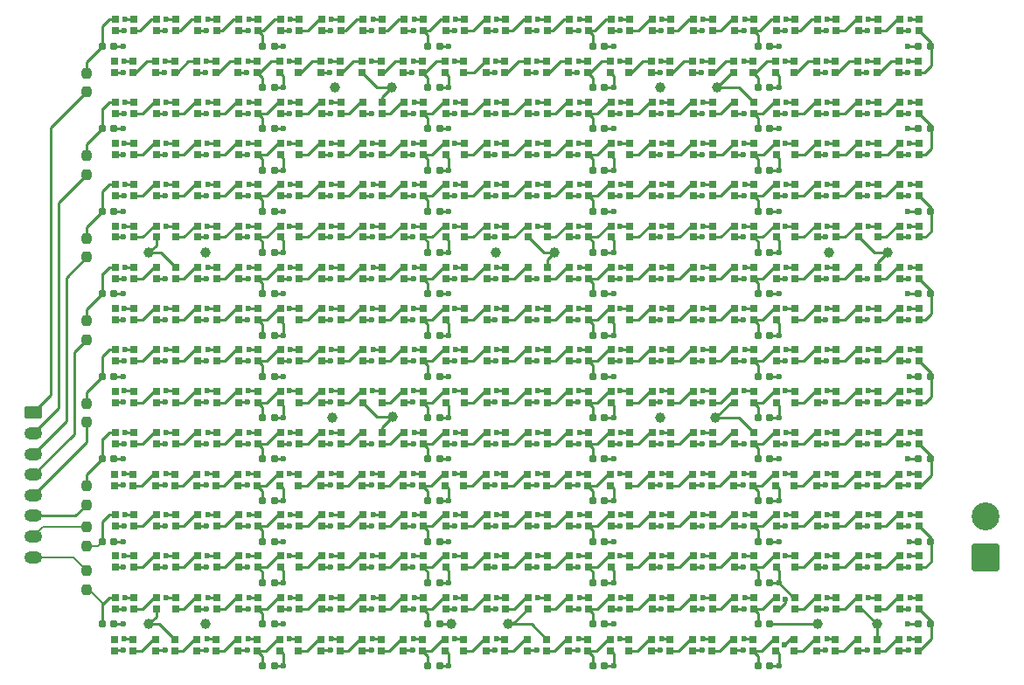
<source format=gbr>
%TF.GenerationSoftware,KiCad,Pcbnew,9.0.4*%
%TF.CreationDate,2025-10-26T23:37:27-04:00*%
%TF.ProjectId,display,64697370-6c61-4792-9e6b-696361645f70,0.1.0*%
%TF.SameCoordinates,Original*%
%TF.FileFunction,Copper,L1,Top*%
%TF.FilePolarity,Positive*%
%FSLAX46Y46*%
G04 Gerber Fmt 4.6, Leading zero omitted, Abs format (unit mm)*
G04 Created by KiCad (PCBNEW 9.0.4) date 2025-10-26 23:37:27*
%MOMM*%
%LPD*%
G01*
G04 APERTURE LIST*
G04 Aperture macros list*
%AMRoundRect*
0 Rectangle with rounded corners*
0 $1 Rounding radius*
0 $2 $3 $4 $5 $6 $7 $8 $9 X,Y pos of 4 corners*
0 Add a 4 corners polygon primitive as box body*
4,1,4,$2,$3,$4,$5,$6,$7,$8,$9,$2,$3,0*
0 Add four circle primitives for the rounded corners*
1,1,$1+$1,$2,$3*
1,1,$1+$1,$4,$5*
1,1,$1+$1,$6,$7*
1,1,$1+$1,$8,$9*
0 Add four rect primitives between the rounded corners*
20,1,$1+$1,$2,$3,$4,$5,0*
20,1,$1+$1,$4,$5,$6,$7,0*
20,1,$1+$1,$6,$7,$8,$9,0*
20,1,$1+$1,$8,$9,$2,$3,0*%
G04 Aperture macros list end*
%TA.AperFunction,SMDPad,CuDef*%
%ADD10R,0.700000X0.700000*%
%TD*%
%TA.AperFunction,SMDPad,CuDef*%
%ADD11RoundRect,0.155000X-0.212500X-0.155000X0.212500X-0.155000X0.212500X0.155000X-0.212500X0.155000X0*%
%TD*%
%TA.AperFunction,SMDPad,CuDef*%
%ADD12RoundRect,0.237500X0.237500X-0.250000X0.237500X0.250000X-0.237500X0.250000X-0.237500X-0.250000X0*%
%TD*%
%TA.AperFunction,SMDPad,CuDef*%
%ADD13RoundRect,0.155000X0.212500X0.155000X-0.212500X0.155000X-0.212500X-0.155000X0.212500X-0.155000X0*%
%TD*%
%TA.AperFunction,SMDPad,CuDef*%
%ADD14RoundRect,0.237500X-0.237500X0.250000X-0.237500X-0.250000X0.237500X-0.250000X0.237500X0.250000X0*%
%TD*%
%TA.AperFunction,ComponentPad*%
%ADD15RoundRect,0.250001X1.099999X-1.099999X1.099999X1.099999X-1.099999X1.099999X-1.099999X-1.099999X0*%
%TD*%
%TA.AperFunction,ComponentPad*%
%ADD16C,2.700000*%
%TD*%
%TA.AperFunction,ComponentPad*%
%ADD17RoundRect,0.250000X-0.625000X0.350000X-0.625000X-0.350000X0.625000X-0.350000X0.625000X0.350000X0*%
%TD*%
%TA.AperFunction,ComponentPad*%
%ADD18O,1.750000X1.200000*%
%TD*%
%TA.AperFunction,ViaPad*%
%ADD19C,0.600000*%
%TD*%
%TA.AperFunction,ViaPad*%
%ADD20C,1.000000*%
%TD*%
%TA.AperFunction,Conductor*%
%ADD21C,0.250000*%
%TD*%
%TA.AperFunction,Conductor*%
%ADD22C,0.200000*%
%TD*%
G04 APERTURE END LIST*
D10*
%TO.P,D308,1,DOUT*%
%TO.N,Net-(D308-DOUT)*%
X64652500Y-74950000D03*
%TO.P,D308,2,VSS*%
%TO.N,GND*%
X64652500Y-76050000D03*
%TO.P,D308,3,DIN*%
%TO.N,Net-(D307-DOUT)*%
X66482500Y-76050000D03*
%TO.P,D308,4,VDD*%
%TO.N,VDD*%
X66482500Y-74950000D03*
%TD*%
%TO.P,D187,1,DOUT*%
%TO.N,Net-(D187-DOUT)*%
X68737500Y-50950000D03*
%TO.P,D187,2,VSS*%
%TO.N,GND*%
X68737500Y-52050000D03*
%TO.P,D187,3,DIN*%
%TO.N,Net-(D186-DOUT)*%
X70567500Y-52050000D03*
%TO.P,D187,4,VDD*%
%TO.N,VDD*%
X70567500Y-50950000D03*
%TD*%
%TO.P,D287,1,DOUT*%
%TO.N,Net-(D287-DOUT)*%
X42567500Y-72000000D03*
%TO.P,D287,2,VSS*%
%TO.N,GND*%
X42567500Y-70900000D03*
%TO.P,D287,3,DIN*%
%TO.N,Net-(D286-DOUT)*%
X40737500Y-70900000D03*
%TO.P,D287,4,VDD*%
%TO.N,VDD*%
X40737500Y-72000000D03*
%TD*%
%TO.P,D179,1,DOUT*%
%TO.N,Net-(D179-DOUT)*%
X90567500Y-48000000D03*
%TO.P,D179,2,VSS*%
%TO.N,GND*%
X90567500Y-46900000D03*
%TO.P,D179,3,DIN*%
%TO.N,Net-(D178-DOUT)*%
X88737500Y-46900000D03*
%TO.P,D179,4,VDD*%
%TO.N,VDD*%
X88737500Y-48000000D03*
%TD*%
%TO.P,D177,1,DOUT*%
%TO.N,Net-(D177-DOUT)*%
X82567500Y-48000000D03*
%TO.P,D177,2,VSS*%
%TO.N,GND*%
X82567500Y-46900000D03*
%TO.P,D177,3,DIN*%
%TO.N,Net-(D176-DOUT)*%
X80737500Y-46900000D03*
%TO.P,D177,4,VDD*%
%TO.N,VDD*%
X80737500Y-48000000D03*
%TD*%
%TO.P,D259,1,DOUT*%
%TO.N,Net-(D259-DOUT)*%
X90567500Y-64000000D03*
%TO.P,D259,2,VSS*%
%TO.N,GND*%
X90567500Y-62900000D03*
%TO.P,D259,3,DIN*%
%TO.N,Net-(D258-DOUT)*%
X88737500Y-62900000D03*
%TO.P,D259,4,VDD*%
%TO.N,VDD*%
X88737500Y-64000000D03*
%TD*%
%TO.P,D142,1,DOUT*%
%TO.N,Net-(D142-DOUT)*%
X88737500Y-42900000D03*
%TO.P,D142,2,VSS*%
%TO.N,GND*%
X88737500Y-44000000D03*
%TO.P,D142,3,DIN*%
%TO.N,Net-(D141-DOUT)*%
X90567500Y-44000000D03*
%TO.P,D142,4,VDD*%
%TO.N,VDD*%
X90567500Y-42900000D03*
%TD*%
%TO.P,D282,1,DOUT*%
%TO.N,Net-(D282-DOUT)*%
X22567500Y-72000000D03*
%TO.P,D282,2,VSS*%
%TO.N,GND*%
X22567500Y-70900000D03*
%TO.P,D282,3,DIN*%
%TO.N,Net-(D281-DOUT)*%
X20737500Y-70900000D03*
%TO.P,D282,4,VDD*%
%TO.N,VDD*%
X20737500Y-72000000D03*
%TD*%
%TO.P,D278,1,DOUT*%
%TO.N,Net-(D278-DOUT)*%
X24737500Y-66900000D03*
%TO.P,D278,2,VSS*%
%TO.N,GND*%
X24737500Y-68000000D03*
%TO.P,D278,3,DIN*%
%TO.N,Net-(D277-DOUT)*%
X26567500Y-68000000D03*
%TO.P,D278,4,VDD*%
%TO.N,VDD*%
X26567500Y-66900000D03*
%TD*%
%TO.P,D153,1,DOUT*%
%TO.N,Net-(D153-DOUT)*%
X44737500Y-42900000D03*
%TO.P,D153,2,VSS*%
%TO.N,GND*%
X44737500Y-44000000D03*
%TO.P,D153,3,DIN*%
%TO.N,Net-(D152-DOUT)*%
X46567500Y-44000000D03*
%TO.P,D153,4,VDD*%
%TO.N,VDD*%
X46567500Y-42900000D03*
%TD*%
%TO.P,D138,1,DOUT*%
%TO.N,Net-(D138-DOUT)*%
X86567500Y-40000000D03*
%TO.P,D138,2,VSS*%
%TO.N,GND*%
X86567500Y-38900000D03*
%TO.P,D138,3,DIN*%
%TO.N,Net-(D137-DOUT)*%
X84737500Y-38900000D03*
%TO.P,D138,4,VDD*%
%TO.N,VDD*%
X84737500Y-40000000D03*
%TD*%
%TO.P,D316,1,DOUT*%
%TO.N,Net-(D316-DOUT)*%
X32652500Y-74950000D03*
%TO.P,D316,2,VSS*%
%TO.N,GND*%
X32652500Y-76050000D03*
%TO.P,D316,3,DIN*%
%TO.N,Net-(D315-DOUT)*%
X34482500Y-76050000D03*
%TO.P,D316,4,VDD*%
%TO.N,VDD*%
X34482500Y-74950000D03*
%TD*%
D11*
%TO.P,C13,1*%
%TO.N,Net-(D48-DOUT)*%
X47000000Y-25500000D03*
%TO.P,C13,2*%
%TO.N,GND*%
X48135000Y-25500000D03*
%TD*%
D10*
%TO.P,D113,1,DOUT*%
%TO.N,Net-(D113-DOUT)*%
X44737500Y-34900000D03*
%TO.P,D113,2,VSS*%
%TO.N,GND*%
X44737500Y-36000000D03*
%TO.P,D113,3,DIN*%
%TO.N,Net-(D112-DOUT)*%
X46567500Y-36000000D03*
%TO.P,D113,4,VDD*%
%TO.N,VDD*%
X46567500Y-34900000D03*
%TD*%
%TO.P,D286,1,DOUT*%
%TO.N,Net-(D286-DOUT)*%
X38567500Y-72000000D03*
%TO.P,D286,2,VSS*%
%TO.N,GND*%
X38567500Y-70900000D03*
%TO.P,D286,3,DIN*%
%TO.N,Net-(D285-DOUT)*%
X36737500Y-70900000D03*
%TO.P,D286,4,VDD*%
%TO.N,VDD*%
X36737500Y-72000000D03*
%TD*%
%TO.P,D92,1,DOUT*%
%TO.N,Net-(D92-DOUT)*%
X62567500Y-32000000D03*
%TO.P,D92,2,VSS*%
%TO.N,GND*%
X62567500Y-30900000D03*
%TO.P,D92,3,DIN*%
%TO.N,Net-(D91-DOUT)*%
X60737500Y-30900000D03*
%TO.P,D92,4,VDD*%
%TO.N,VDD*%
X60737500Y-32000000D03*
%TD*%
%TO.P,D249,1,DOUT*%
%TO.N,Net-(D249-DOUT)*%
X50567500Y-64000000D03*
%TO.P,D249,2,VSS*%
%TO.N,GND*%
X50567500Y-62900000D03*
%TO.P,D249,3,DIN*%
%TO.N,Net-(D248-DOUT)*%
X48737500Y-62900000D03*
%TO.P,D249,4,VDD*%
%TO.N,VDD*%
X48737500Y-64000000D03*
%TD*%
%TO.P,D250,1,DOUT*%
%TO.N,Net-(D250-DOUT)*%
X54567500Y-64000000D03*
%TO.P,D250,2,VSS*%
%TO.N,GND*%
X54567500Y-62900000D03*
%TO.P,D250,3,DIN*%
%TO.N,Net-(D249-DOUT)*%
X52737500Y-62900000D03*
%TO.P,D250,4,VDD*%
%TO.N,VDD*%
X52737500Y-64000000D03*
%TD*%
%TO.P,D207,1,DOUT*%
%TO.N,Net-(D207-DOUT)*%
X42567500Y-56000000D03*
%TO.P,D207,2,VSS*%
%TO.N,GND*%
X42567500Y-54900000D03*
%TO.P,D207,3,DIN*%
%TO.N,Net-(D206-DOUT)*%
X40737500Y-54900000D03*
%TO.P,D207,4,VDD*%
%TO.N,VDD*%
X40737500Y-56000000D03*
%TD*%
%TO.P,D238,1,DOUT*%
%TO.N,Net-(D238-DOUT)*%
X24652500Y-58950000D03*
%TO.P,D238,2,VSS*%
%TO.N,GND*%
X24652500Y-60050000D03*
%TO.P,D238,3,DIN*%
%TO.N,Net-(D237-DOUT)*%
X26482500Y-60050000D03*
%TO.P,D238,4,VDD*%
%TO.N,VDD*%
X26482500Y-58950000D03*
%TD*%
%TO.P,D6,1,DOUT*%
%TO.N,Net-(D6-DOUT)*%
X38567500Y-16000000D03*
%TO.P,D6,2,VSS*%
%TO.N,GND*%
X38567500Y-14900000D03*
%TO.P,D6,3,DIN*%
%TO.N,Net-(D5-DOUT)*%
X36737500Y-14900000D03*
%TO.P,D6,4,VDD*%
%TO.N,VDD*%
X36737500Y-16000000D03*
%TD*%
%TO.P,D165,1,DOUT*%
%TO.N,Net-(D165-DOUT)*%
X34567500Y-48000000D03*
%TO.P,D165,2,VSS*%
%TO.N,GND*%
X34567500Y-46900000D03*
%TO.P,D165,3,DIN*%
%TO.N,Net-(D164-DOUT)*%
X32737500Y-46900000D03*
%TO.P,D165,4,VDD*%
%TO.N,VDD*%
X32737500Y-48000000D03*
%TD*%
%TO.P,D115,1,DOUT*%
%TO.N,Net-(D115-DOUT)*%
X36737500Y-34900000D03*
%TO.P,D115,2,VSS*%
%TO.N,GND*%
X36737500Y-36000000D03*
%TO.P,D115,3,DIN*%
%TO.N,Net-(D114-DOUT)*%
X38567500Y-36000000D03*
%TO.P,D115,4,VDD*%
%TO.N,VDD*%
X38567500Y-34900000D03*
%TD*%
%TO.P,D27,1,DOUT*%
%TO.N,Net-(D27-DOUT)*%
X68652500Y-18950000D03*
%TO.P,D27,2,VSS*%
%TO.N,GND*%
X68652500Y-20050000D03*
%TO.P,D27,3,DIN*%
%TO.N,Net-(D26-DOUT)*%
X70482500Y-20050000D03*
%TO.P,D27,4,VDD*%
%TO.N,VDD*%
X70482500Y-18950000D03*
%TD*%
D12*
%TO.P,R6,1*%
%TO.N,DIN6*%
X14000000Y-61912500D03*
%TO.P,R6,2*%
%TO.N,Net-(D201-DIN)*%
X14000000Y-60087500D03*
%TD*%
D10*
%TO.P,D123,1,DOUT*%
%TO.N,Net-(D123-DOUT)*%
X26567500Y-40000000D03*
%TO.P,D123,2,VSS*%
%TO.N,GND*%
X26567500Y-38900000D03*
%TO.P,D123,3,DIN*%
%TO.N,Net-(D122-DOUT)*%
X24737500Y-38900000D03*
%TO.P,D123,4,VDD*%
%TO.N,VDD*%
X24737500Y-40000000D03*
%TD*%
%TO.P,D243,1,DOUT*%
%TO.N,Net-(D243-DOUT)*%
X26567500Y-64000000D03*
%TO.P,D243,2,VSS*%
%TO.N,GND*%
X26567500Y-62900000D03*
%TO.P,D243,3,DIN*%
%TO.N,Net-(D242-DOUT)*%
X24737500Y-62900000D03*
%TO.P,D243,4,VDD*%
%TO.N,VDD*%
X24737500Y-64000000D03*
%TD*%
%TO.P,D22,1,DOUT*%
%TO.N,Net-(D22-DOUT)*%
X88652500Y-18950000D03*
%TO.P,D22,2,VSS*%
%TO.N,GND*%
X88652500Y-20050000D03*
%TO.P,D22,3,DIN*%
%TO.N,Net-(D21-DOUT)*%
X90482500Y-20050000D03*
%TO.P,D22,4,VDD*%
%TO.N,VDD*%
X90482500Y-18950000D03*
%TD*%
%TO.P,D131,1,DOUT*%
%TO.N,Net-(D131-DOUT)*%
X58567500Y-40000000D03*
%TO.P,D131,2,VSS*%
%TO.N,GND*%
X58567500Y-38900000D03*
%TO.P,D131,3,DIN*%
%TO.N,Net-(D130-DOUT)*%
X56737500Y-38900000D03*
%TO.P,D131,4,VDD*%
%TO.N,VDD*%
X56737500Y-40000000D03*
%TD*%
D11*
%TO.P,C77,1*%
%TO.N,Net-(D304-DOUT)*%
X79000000Y-77500000D03*
%TO.P,C77,2*%
%TO.N,GND*%
X80135000Y-77500000D03*
%TD*%
D10*
%TO.P,D248,1,DOUT*%
%TO.N,Net-(D248-DOUT)*%
X46567500Y-64000000D03*
%TO.P,D248,2,VSS*%
%TO.N,GND*%
X46567500Y-62900000D03*
%TO.P,D248,3,DIN*%
%TO.N,Net-(D247-DOUT)*%
X44737500Y-62900000D03*
%TO.P,D248,4,VDD*%
%TO.N,VDD*%
X44737500Y-64000000D03*
%TD*%
%TO.P,D114,1,DOUT*%
%TO.N,Net-(D114-DOUT)*%
X40737500Y-34900000D03*
%TO.P,D114,2,VSS*%
%TO.N,GND*%
X40737500Y-36000000D03*
%TO.P,D114,3,DIN*%
%TO.N,Net-(D113-DOUT)*%
X42567500Y-36000000D03*
%TO.P,D114,4,VDD*%
%TO.N,VDD*%
X42567500Y-34900000D03*
%TD*%
%TO.P,D19,1,DOUT*%
%TO.N,Net-(D19-DOUT)*%
X90567500Y-16000000D03*
%TO.P,D19,2,VSS*%
%TO.N,GND*%
X90567500Y-14900000D03*
%TO.P,D19,3,DIN*%
%TO.N,Net-(D18-DOUT)*%
X88737500Y-14900000D03*
%TO.P,D19,4,VDD*%
%TO.N,VDD*%
X88737500Y-16000000D03*
%TD*%
%TO.P,D175,1,DOUT*%
%TO.N,Net-(D175-DOUT)*%
X74567500Y-48000000D03*
%TO.P,D175,2,VSS*%
%TO.N,GND*%
X74567500Y-46900000D03*
%TO.P,D175,3,DIN*%
%TO.N,Net-(D174-DOUT)*%
X72737500Y-46900000D03*
%TO.P,D175,4,VDD*%
%TO.N,VDD*%
X72737500Y-48000000D03*
%TD*%
%TO.P,D118,1,DOUT*%
%TO.N,Net-(D118-DOUT)*%
X24737500Y-34900000D03*
%TO.P,D118,2,VSS*%
%TO.N,GND*%
X24737500Y-36000000D03*
%TO.P,D118,3,DIN*%
%TO.N,Net-(D117-DOUT)*%
X26567500Y-36000000D03*
%TO.P,D118,4,VDD*%
%TO.N,VDD*%
X26567500Y-34900000D03*
%TD*%
%TO.P,D209,1,DOUT*%
%TO.N,Net-(D209-DOUT)*%
X50567500Y-56000000D03*
%TO.P,D209,2,VSS*%
%TO.N,GND*%
X50567500Y-54900000D03*
%TO.P,D209,3,DIN*%
%TO.N,Net-(D208-DOUT)*%
X48737500Y-54900000D03*
%TO.P,D209,4,VDD*%
%TO.N,VDD*%
X48737500Y-56000000D03*
%TD*%
%TO.P,D141,1,DOUT*%
%TO.N,Net-(D141-DOUT)*%
X92737500Y-42900000D03*
%TO.P,D141,2,VSS*%
%TO.N,GND*%
X92737500Y-44000000D03*
%TO.P,D141,3,DIN*%
%TO.N,Net-(D140-DOUT)*%
X94567500Y-44000000D03*
%TO.P,D141,4,VDD*%
%TO.N,VDD*%
X94567500Y-42900000D03*
%TD*%
D11*
%TO.P,C35,1*%
%TO.N,Net-(D136-DOUT)*%
X79000000Y-41500000D03*
%TO.P,C35,2*%
%TO.N,GND*%
X80135000Y-41500000D03*
%TD*%
D10*
%TO.P,D304,1,DOUT*%
%TO.N,Net-(D304-DOUT)*%
X80652500Y-74950000D03*
%TO.P,D304,2,VSS*%
%TO.N,GND*%
X80652500Y-76050000D03*
%TO.P,D304,3,DIN*%
%TO.N,Net-(D303-DOUT)*%
X82482500Y-76050000D03*
%TO.P,D304,4,VDD*%
%TO.N,VDD*%
X82482500Y-74950000D03*
%TD*%
D11*
%TO.P,C14,1*%
%TO.N,Net-(D52-DOUT)*%
X63000000Y-25500000D03*
%TO.P,C14,2*%
%TO.N,GND*%
X64135000Y-25500000D03*
%TD*%
%TO.P,C4,1*%
%TO.N,Net-(D12-DOUT)*%
X63000000Y-17500000D03*
%TO.P,C4,2*%
%TO.N,GND*%
X64135000Y-17500000D03*
%TD*%
D10*
%TO.P,D46,1,DOUT*%
%TO.N,Net-(D46-DOUT)*%
X38567500Y-24000000D03*
%TO.P,D46,2,VSS*%
%TO.N,GND*%
X38567500Y-22900000D03*
%TO.P,D46,3,DIN*%
%TO.N,Net-(D45-DOUT)*%
X36737500Y-22900000D03*
%TO.P,D46,4,VDD*%
%TO.N,VDD*%
X36737500Y-24000000D03*
%TD*%
D11*
%TO.P,C61,1*%
%TO.N,Net-(D241-DIN)*%
X15500000Y-65500000D03*
%TO.P,C61,2*%
%TO.N,GND*%
X16635000Y-65500000D03*
%TD*%
D10*
%TO.P,D317,1,DOUT*%
%TO.N,Net-(D317-DOUT)*%
X28652500Y-74950000D03*
%TO.P,D317,2,VSS*%
%TO.N,GND*%
X28652500Y-76050000D03*
%TO.P,D317,3,DIN*%
%TO.N,Net-(D316-DOUT)*%
X30482500Y-76050000D03*
%TO.P,D317,4,VDD*%
%TO.N,VDD*%
X30482500Y-74950000D03*
%TD*%
%TO.P,D42,1,DOUT*%
%TO.N,Net-(D42-DOUT)*%
X22567500Y-24000000D03*
%TO.P,D42,2,VSS*%
%TO.N,GND*%
X22567500Y-22900000D03*
%TO.P,D42,3,DIN*%
%TO.N,Net-(D41-DOUT)*%
X20737500Y-22900000D03*
%TO.P,D42,4,VDD*%
%TO.N,VDD*%
X20737500Y-24000000D03*
%TD*%
%TO.P,D236,1,DOUT*%
%TO.N,Net-(D236-DOUT)*%
X32652500Y-58950000D03*
%TO.P,D236,2,VSS*%
%TO.N,GND*%
X32652500Y-60050000D03*
%TO.P,D236,3,DIN*%
%TO.N,Net-(D235-DOUT)*%
X34482500Y-60050000D03*
%TO.P,D236,4,VDD*%
%TO.N,VDD*%
X34482500Y-58950000D03*
%TD*%
%TO.P,D12,1,DOUT*%
%TO.N,Net-(D12-DOUT)*%
X62567500Y-16000000D03*
%TO.P,D12,2,VSS*%
%TO.N,GND*%
X62567500Y-14900000D03*
%TO.P,D12,3,DIN*%
%TO.N,Net-(D11-DOUT)*%
X60737500Y-14900000D03*
%TO.P,D12,4,VDD*%
%TO.N,VDD*%
X60737500Y-16000000D03*
%TD*%
%TO.P,D151,1,DOUT*%
%TO.N,Net-(D151-DOUT)*%
X52737500Y-42900000D03*
%TO.P,D151,2,VSS*%
%TO.N,GND*%
X52737500Y-44000000D03*
%TO.P,D151,3,DIN*%
%TO.N,Net-(D150-DOUT)*%
X54567500Y-44000000D03*
%TO.P,D151,4,VDD*%
%TO.N,VDD*%
X54567500Y-42900000D03*
%TD*%
%TO.P,D112,1,DOUT*%
%TO.N,Net-(D112-DOUT)*%
X48737500Y-34900000D03*
%TO.P,D112,2,VSS*%
%TO.N,GND*%
X48737500Y-36000000D03*
%TO.P,D112,3,DIN*%
%TO.N,Net-(D111-DOUT)*%
X50567500Y-36000000D03*
%TO.P,D112,4,VDD*%
%TO.N,VDD*%
X50567500Y-34900000D03*
%TD*%
%TO.P,D107,1,DOUT*%
%TO.N,Net-(D107-DOUT)*%
X68737500Y-34900000D03*
%TO.P,D107,2,VSS*%
%TO.N,GND*%
X68737500Y-36000000D03*
%TO.P,D107,3,DIN*%
%TO.N,Net-(D106-DOUT)*%
X70567500Y-36000000D03*
%TO.P,D107,4,VDD*%
%TO.N,VDD*%
X70567500Y-34900000D03*
%TD*%
%TO.P,D184,1,DOUT*%
%TO.N,Net-(D184-DOUT)*%
X80737500Y-50950000D03*
%TO.P,D184,2,VSS*%
%TO.N,GND*%
X80737500Y-52050000D03*
%TO.P,D184,3,DIN*%
%TO.N,Net-(D183-DOUT)*%
X82567500Y-52050000D03*
%TO.P,D184,4,VDD*%
%TO.N,VDD*%
X82567500Y-50950000D03*
%TD*%
%TO.P,D208,1,DOUT*%
%TO.N,Net-(D208-DOUT)*%
X46567500Y-56000000D03*
%TO.P,D208,2,VSS*%
%TO.N,GND*%
X46567500Y-54900000D03*
%TO.P,D208,3,DIN*%
%TO.N,Net-(D207-DOUT)*%
X44737500Y-54900000D03*
%TO.P,D208,4,VDD*%
%TO.N,VDD*%
X44737500Y-56000000D03*
%TD*%
%TO.P,D85,1,DOUT*%
%TO.N,Net-(D85-DOUT)*%
X34567500Y-32000000D03*
%TO.P,D85,2,VSS*%
%TO.N,GND*%
X34567500Y-30900000D03*
%TO.P,D85,3,DIN*%
%TO.N,Net-(D84-DOUT)*%
X32737500Y-30900000D03*
%TO.P,D85,4,VDD*%
%TO.N,VDD*%
X32737500Y-32000000D03*
%TD*%
D13*
%TO.P,C26,1*%
%TO.N,Net-(D100-DOUT)*%
X95635000Y-33500000D03*
%TO.P,C26,2*%
%TO.N,GND*%
X94500000Y-33500000D03*
%TD*%
D10*
%TO.P,D223,1,DOUT*%
%TO.N,Net-(D223-DOUT)*%
X84652500Y-58950000D03*
%TO.P,D223,2,VSS*%
%TO.N,GND*%
X84652500Y-60050000D03*
%TO.P,D223,3,DIN*%
%TO.N,Net-(D222-DOUT)*%
X86482500Y-60050000D03*
%TO.P,D223,4,VDD*%
%TO.N,VDD*%
X86482500Y-58950000D03*
%TD*%
%TO.P,D126,1,DOUT*%
%TO.N,Net-(D126-DOUT)*%
X38567500Y-40000000D03*
%TO.P,D126,2,VSS*%
%TO.N,GND*%
X38567500Y-38900000D03*
%TO.P,D126,3,DIN*%
%TO.N,Net-(D125-DOUT)*%
X36737500Y-38900000D03*
%TO.P,D126,4,VDD*%
%TO.N,VDD*%
X36737500Y-40000000D03*
%TD*%
%TO.P,D148,1,DOUT*%
%TO.N,Net-(D148-DOUT)*%
X64737500Y-42900000D03*
%TO.P,D148,2,VSS*%
%TO.N,GND*%
X64737500Y-44000000D03*
%TO.P,D148,3,DIN*%
%TO.N,Net-(D147-DOUT)*%
X66567500Y-44000000D03*
%TO.P,D148,4,VDD*%
%TO.N,VDD*%
X66567500Y-42900000D03*
%TD*%
%TO.P,D82,1,DOUT*%
%TO.N,Net-(D82-DOUT)*%
X22567500Y-32000000D03*
%TO.P,D82,2,VSS*%
%TO.N,GND*%
X22567500Y-30900000D03*
%TO.P,D82,3,DIN*%
%TO.N,Net-(D81-DOUT)*%
X20737500Y-30900000D03*
%TO.P,D82,4,VDD*%
%TO.N,VDD*%
X20737500Y-32000000D03*
%TD*%
%TO.P,D181,1,DOUT*%
%TO.N,Net-(D181-DOUT)*%
X92737500Y-50950000D03*
%TO.P,D181,2,VSS*%
%TO.N,GND*%
X92737500Y-52050000D03*
%TO.P,D181,3,DIN*%
%TO.N,Net-(D180-DOUT)*%
X94567500Y-52050000D03*
%TO.P,D181,4,VDD*%
%TO.N,VDD*%
X94567500Y-50950000D03*
%TD*%
D11*
%TO.P,C28,1*%
%TO.N,Net-(D108-DOUT)*%
X63000000Y-37500000D03*
%TO.P,C28,2*%
%TO.N,GND*%
X64135000Y-37500000D03*
%TD*%
D10*
%TO.P,D305,1,DOUT*%
%TO.N,Net-(D305-DOUT)*%
X76652500Y-74950000D03*
%TO.P,D305,2,VSS*%
%TO.N,GND*%
X76652500Y-76050000D03*
%TO.P,D305,3,DIN*%
%TO.N,Net-(D304-DOUT)*%
X78482500Y-76050000D03*
%TO.P,D305,4,VDD*%
%TO.N,VDD*%
X78482500Y-74950000D03*
%TD*%
%TO.P,D234,1,DOUT*%
%TO.N,Net-(D234-DOUT)*%
X40652500Y-58950000D03*
%TO.P,D234,2,VSS*%
%TO.N,GND*%
X40652500Y-60050000D03*
%TO.P,D234,3,DIN*%
%TO.N,Net-(D233-DOUT)*%
X42482500Y-60050000D03*
%TO.P,D234,4,VDD*%
%TO.N,VDD*%
X42482500Y-58950000D03*
%TD*%
%TO.P,D214,1,DOUT*%
%TO.N,Net-(D214-DOUT)*%
X70567500Y-56000000D03*
%TO.P,D214,2,VSS*%
%TO.N,GND*%
X70567500Y-54900000D03*
%TO.P,D214,3,DIN*%
%TO.N,Net-(D213-DOUT)*%
X68737500Y-54900000D03*
%TO.P,D214,4,VDD*%
%TO.N,VDD*%
X68737500Y-56000000D03*
%TD*%
%TO.P,D176,1,DOUT*%
%TO.N,Net-(D176-DOUT)*%
X78567500Y-48000000D03*
%TO.P,D176,2,VSS*%
%TO.N,GND*%
X78567500Y-46900000D03*
%TO.P,D176,3,DIN*%
%TO.N,Net-(D175-DOUT)*%
X76737500Y-46900000D03*
%TO.P,D176,4,VDD*%
%TO.N,VDD*%
X76737500Y-48000000D03*
%TD*%
%TO.P,D79,1,DOUT*%
%TO.N,Net-(D79-DOUT)*%
X20737500Y-26900000D03*
%TO.P,D79,2,VSS*%
%TO.N,GND*%
X20737500Y-28000000D03*
%TO.P,D79,3,DIN*%
%TO.N,Net-(D78-DOUT)*%
X22567500Y-28000000D03*
%TO.P,D79,4,VDD*%
%TO.N,VDD*%
X22567500Y-26900000D03*
%TD*%
%TO.P,D254,1,DOUT*%
%TO.N,Net-(D254-DOUT)*%
X70567500Y-64000000D03*
%TO.P,D254,2,VSS*%
%TO.N,GND*%
X70567500Y-62900000D03*
%TO.P,D254,3,DIN*%
%TO.N,Net-(D253-DOUT)*%
X68737500Y-62900000D03*
%TO.P,D254,4,VDD*%
%TO.N,VDD*%
X68737500Y-64000000D03*
%TD*%
%TO.P,D216,1,DOUT*%
%TO.N,Net-(D216-DOUT)*%
X78567500Y-56000000D03*
%TO.P,D216,2,VSS*%
%TO.N,GND*%
X78567500Y-54900000D03*
%TO.P,D216,3,DIN*%
%TO.N,Net-(D215-DOUT)*%
X76737500Y-54900000D03*
%TO.P,D216,4,VDD*%
%TO.N,VDD*%
X76737500Y-56000000D03*
%TD*%
%TO.P,D239,1,DOUT*%
%TO.N,Net-(D239-DOUT)*%
X20652500Y-58950000D03*
%TO.P,D239,2,VSS*%
%TO.N,GND*%
X20652500Y-60050000D03*
%TO.P,D239,3,DIN*%
%TO.N,Net-(D238-DOUT)*%
X22482500Y-60050000D03*
%TO.P,D239,4,VDD*%
%TO.N,VDD*%
X22482500Y-58950000D03*
%TD*%
%TO.P,D80,1,DOUT*%
%TO.N,unconnected-(D80-DOUT-Pad1)*%
X16737500Y-26900000D03*
%TO.P,D80,2,VSS*%
%TO.N,GND*%
X16737500Y-28000000D03*
%TO.P,D80,3,DIN*%
%TO.N,Net-(D79-DOUT)*%
X18567500Y-28000000D03*
%TO.P,D80,4,VDD*%
%TO.N,VDD*%
X18567500Y-26900000D03*
%TD*%
%TO.P,D242,1,DOUT*%
%TO.N,Net-(D242-DOUT)*%
X22567500Y-64000000D03*
%TO.P,D242,2,VSS*%
%TO.N,GND*%
X22567500Y-62900000D03*
%TO.P,D242,3,DIN*%
%TO.N,Net-(D241-DOUT)*%
X20737500Y-62900000D03*
%TO.P,D242,4,VDD*%
%TO.N,VDD*%
X20737500Y-64000000D03*
%TD*%
%TO.P,D298,1,DOUT*%
%TO.N,Net-(D298-DOUT)*%
X86567500Y-72000000D03*
%TO.P,D298,2,VSS*%
%TO.N,GND*%
X86567500Y-70900000D03*
%TO.P,D298,3,DIN*%
%TO.N,Net-(D297-DOUT)*%
X84737500Y-70900000D03*
%TO.P,D298,4,VDD*%
%TO.N,VDD*%
X84737500Y-72000000D03*
%TD*%
%TO.P,D155,1,DOUT*%
%TO.N,Net-(D155-DOUT)*%
X36737500Y-42900000D03*
%TO.P,D155,2,VSS*%
%TO.N,GND*%
X36737500Y-44000000D03*
%TO.P,D155,3,DIN*%
%TO.N,Net-(D154-DOUT)*%
X38567500Y-44000000D03*
%TO.P,D155,4,VDD*%
%TO.N,VDD*%
X38567500Y-42900000D03*
%TD*%
%TO.P,D253,1,DOUT*%
%TO.N,Net-(D253-DOUT)*%
X66567500Y-64000000D03*
%TO.P,D253,2,VSS*%
%TO.N,GND*%
X66567500Y-62900000D03*
%TO.P,D253,3,DIN*%
%TO.N,Net-(D252-DOUT)*%
X64737500Y-62900000D03*
%TO.P,D253,4,VDD*%
%TO.N,VDD*%
X64737500Y-64000000D03*
%TD*%
%TO.P,D35,1,DOUT*%
%TO.N,Net-(D35-DOUT)*%
X36652500Y-18950000D03*
%TO.P,D35,2,VSS*%
%TO.N,GND*%
X36652500Y-20050000D03*
%TO.P,D35,3,DIN*%
%TO.N,Net-(D34-DOUT)*%
X38482500Y-20050000D03*
%TO.P,D35,4,VDD*%
%TO.N,VDD*%
X38482500Y-18950000D03*
%TD*%
%TO.P,D318,1,DOUT*%
%TO.N,Net-(D318-DOUT)*%
X24652500Y-74950000D03*
%TO.P,D318,2,VSS*%
%TO.N,GND*%
X24652500Y-76050000D03*
%TO.P,D318,3,DIN*%
%TO.N,Net-(D317-DOUT)*%
X26482500Y-76050000D03*
%TO.P,D318,4,VDD*%
%TO.N,VDD*%
X26482500Y-74950000D03*
%TD*%
%TO.P,D87,1,DOUT*%
%TO.N,Net-(D87-DOUT)*%
X42567500Y-32000000D03*
%TO.P,D87,2,VSS*%
%TO.N,GND*%
X42567500Y-30900000D03*
%TO.P,D87,3,DIN*%
%TO.N,Net-(D86-DOUT)*%
X40737500Y-30900000D03*
%TO.P,D87,4,VDD*%
%TO.N,VDD*%
X40737500Y-32000000D03*
%TD*%
%TO.P,D127,1,DOUT*%
%TO.N,Net-(D127-DOUT)*%
X42567500Y-40000000D03*
%TO.P,D127,2,VSS*%
%TO.N,GND*%
X42567500Y-38900000D03*
%TO.P,D127,3,DIN*%
%TO.N,Net-(D126-DOUT)*%
X40737500Y-38900000D03*
%TO.P,D127,4,VDD*%
%TO.N,VDD*%
X40737500Y-40000000D03*
%TD*%
%TO.P,D143,1,DOUT*%
%TO.N,Net-(D143-DOUT)*%
X84737500Y-42900000D03*
%TO.P,D143,2,VSS*%
%TO.N,GND*%
X84737500Y-44000000D03*
%TO.P,D143,3,DIN*%
%TO.N,Net-(D142-DOUT)*%
X86567500Y-44000000D03*
%TO.P,D143,4,VDD*%
%TO.N,VDD*%
X86567500Y-42900000D03*
%TD*%
%TO.P,D57,1,DOUT*%
%TO.N,Net-(D57-DOUT)*%
X82567500Y-24000000D03*
%TO.P,D57,2,VSS*%
%TO.N,GND*%
X82567500Y-22900000D03*
%TO.P,D57,3,DIN*%
%TO.N,Net-(D56-DOUT)*%
X80737500Y-22900000D03*
%TO.P,D57,4,VDD*%
%TO.N,VDD*%
X80737500Y-24000000D03*
%TD*%
D11*
%TO.P,C69,1*%
%TO.N,Net-(D272-DOUT)*%
X47000000Y-69500000D03*
%TO.P,C69,2*%
%TO.N,GND*%
X48135000Y-69500000D03*
%TD*%
%TO.P,C5,1*%
%TO.N,Net-(D16-DOUT)*%
X79000000Y-17500000D03*
%TO.P,C5,2*%
%TO.N,GND*%
X80135000Y-17500000D03*
%TD*%
D10*
%TO.P,D97,1,DOUT*%
%TO.N,Net-(D97-DOUT)*%
X82567500Y-32000000D03*
%TO.P,D97,2,VSS*%
%TO.N,GND*%
X82567500Y-30900000D03*
%TO.P,D97,3,DIN*%
%TO.N,Net-(D96-DOUT)*%
X80737500Y-30900000D03*
%TO.P,D97,4,VDD*%
%TO.N,VDD*%
X80737500Y-32000000D03*
%TD*%
%TO.P,D261,1,DOUT*%
%TO.N,Net-(D261-DOUT)*%
X92737500Y-66900000D03*
%TO.P,D261,2,VSS*%
%TO.N,GND*%
X92737500Y-68000000D03*
%TO.P,D261,3,DIN*%
%TO.N,Net-(D260-DOUT)*%
X94567500Y-68000000D03*
%TO.P,D261,4,VDD*%
%TO.N,VDD*%
X94567500Y-66900000D03*
%TD*%
%TO.P,D270,1,DOUT*%
%TO.N,Net-(D270-DOUT)*%
X56737500Y-66900000D03*
%TO.P,D270,2,VSS*%
%TO.N,GND*%
X56737500Y-68000000D03*
%TO.P,D270,3,DIN*%
%TO.N,Net-(D269-DOUT)*%
X58567500Y-68000000D03*
%TO.P,D270,4,VDD*%
%TO.N,VDD*%
X58567500Y-66900000D03*
%TD*%
%TO.P,D23,1,DOUT*%
%TO.N,Net-(D23-DOUT)*%
X84652500Y-18950000D03*
%TO.P,D23,2,VSS*%
%TO.N,GND*%
X84652500Y-20050000D03*
%TO.P,D23,3,DIN*%
%TO.N,Net-(D22-DOUT)*%
X86482500Y-20050000D03*
%TO.P,D23,4,VDD*%
%TO.N,VDD*%
X86482500Y-18950000D03*
%TD*%
D13*
%TO.P,C66,1*%
%TO.N,Net-(D260-DOUT)*%
X95635000Y-65500000D03*
%TO.P,C66,2*%
%TO.N,GND*%
X94500000Y-65500000D03*
%TD*%
D10*
%TO.P,D170,1,DOUT*%
%TO.N,Net-(D170-DOUT)*%
X54567500Y-48000000D03*
%TO.P,D170,2,VSS*%
%TO.N,GND*%
X54567500Y-46900000D03*
%TO.P,D170,3,DIN*%
%TO.N,Net-(D169-DOUT)*%
X52737500Y-46900000D03*
%TO.P,D170,4,VDD*%
%TO.N,VDD*%
X52737500Y-48000000D03*
%TD*%
%TO.P,D185,1,DOUT*%
%TO.N,Net-(D185-DOUT)*%
X76737500Y-50950000D03*
%TO.P,D185,2,VSS*%
%TO.N,GND*%
X76737500Y-52050000D03*
%TO.P,D185,3,DIN*%
%TO.N,Net-(D184-DOUT)*%
X78567500Y-52050000D03*
%TO.P,D185,4,VDD*%
%TO.N,VDD*%
X78567500Y-50950000D03*
%TD*%
%TO.P,D296,1,DOUT*%
%TO.N,Net-(D296-DOUT)*%
X78567500Y-72000000D03*
%TO.P,D296,2,VSS*%
%TO.N,GND*%
X78567500Y-70900000D03*
%TO.P,D296,3,DIN*%
%TO.N,Net-(D295-DOUT)*%
X76737500Y-70900000D03*
%TO.P,D296,4,VDD*%
%TO.N,VDD*%
X76737500Y-72000000D03*
%TD*%
%TO.P,D59,1,DOUT*%
%TO.N,Net-(D59-DOUT)*%
X90567500Y-24000000D03*
%TO.P,D59,2,VSS*%
%TO.N,GND*%
X90567500Y-22900000D03*
%TO.P,D59,3,DIN*%
%TO.N,Net-(D58-DOUT)*%
X88737500Y-22900000D03*
%TO.P,D59,4,VDD*%
%TO.N,VDD*%
X88737500Y-24000000D03*
%TD*%
%TO.P,D274,1,DOUT*%
%TO.N,Net-(D274-DOUT)*%
X40737500Y-66900000D03*
%TO.P,D274,2,VSS*%
%TO.N,GND*%
X40737500Y-68000000D03*
%TO.P,D274,3,DIN*%
%TO.N,Net-(D273-DOUT)*%
X42567500Y-68000000D03*
%TO.P,D274,4,VDD*%
%TO.N,VDD*%
X42567500Y-66900000D03*
%TD*%
%TO.P,D211,1,DOUT*%
%TO.N,Net-(D211-DOUT)*%
X58567500Y-56000000D03*
%TO.P,D211,2,VSS*%
%TO.N,GND*%
X58567500Y-54900000D03*
%TO.P,D211,3,DIN*%
%TO.N,Net-(D210-DOUT)*%
X56737500Y-54900000D03*
%TO.P,D211,4,VDD*%
%TO.N,VDD*%
X56737500Y-56000000D03*
%TD*%
D11*
%TO.P,C37,1*%
%TO.N,Net-(D144-DOUT)*%
X79000000Y-45500000D03*
%TO.P,C37,2*%
%TO.N,GND*%
X80135000Y-45500000D03*
%TD*%
D10*
%TO.P,D280,1,DOUT*%
%TO.N,unconnected-(D280-DOUT-Pad1)*%
X16737500Y-66900000D03*
%TO.P,D280,2,VSS*%
%TO.N,GND*%
X16737500Y-68000000D03*
%TO.P,D280,3,DIN*%
%TO.N,Net-(D279-DOUT)*%
X18567500Y-68000000D03*
%TO.P,D280,4,VDD*%
%TO.N,VDD*%
X18567500Y-66900000D03*
%TD*%
%TO.P,D106,1,DOUT*%
%TO.N,Net-(D106-DOUT)*%
X72737500Y-34900000D03*
%TO.P,D106,2,VSS*%
%TO.N,GND*%
X72737500Y-36000000D03*
%TO.P,D106,3,DIN*%
%TO.N,Net-(D105-DOUT)*%
X74567500Y-36000000D03*
%TO.P,D106,4,VDD*%
%TO.N,VDD*%
X74567500Y-34900000D03*
%TD*%
%TO.P,D140,1,DOUT*%
%TO.N,Net-(D140-DOUT)*%
X94567500Y-40000000D03*
%TO.P,D140,2,VSS*%
%TO.N,GND*%
X94567500Y-38900000D03*
%TO.P,D140,3,DIN*%
%TO.N,Net-(D139-DOUT)*%
X92737500Y-38900000D03*
%TO.P,D140,4,VDD*%
%TO.N,VDD*%
X92737500Y-40000000D03*
%TD*%
%TO.P,D145,1,DOUT*%
%TO.N,Net-(D145-DOUT)*%
X76737500Y-42900000D03*
%TO.P,D145,2,VSS*%
%TO.N,GND*%
X76737500Y-44000000D03*
%TO.P,D145,3,DIN*%
%TO.N,Net-(D144-DOUT)*%
X78567500Y-44000000D03*
%TO.P,D145,4,VDD*%
%TO.N,VDD*%
X78567500Y-42900000D03*
%TD*%
%TO.P,D134,1,DOUT*%
%TO.N,Net-(D134-DOUT)*%
X70567500Y-40000000D03*
%TO.P,D134,2,VSS*%
%TO.N,GND*%
X70567500Y-38900000D03*
%TO.P,D134,3,DIN*%
%TO.N,Net-(D133-DOUT)*%
X68737500Y-38900000D03*
%TO.P,D134,4,VDD*%
%TO.N,VDD*%
X68737500Y-40000000D03*
%TD*%
D11*
%TO.P,C50,1*%
%TO.N,Net-(D196-DOUT)*%
X31000000Y-53500000D03*
%TO.P,C50,2*%
%TO.N,GND*%
X32135000Y-53500000D03*
%TD*%
D10*
%TO.P,D109,1,DOUT*%
%TO.N,Net-(D109-DOUT)*%
X60737500Y-34900000D03*
%TO.P,D109,2,VSS*%
%TO.N,GND*%
X60737500Y-36000000D03*
%TO.P,D109,3,DIN*%
%TO.N,Net-(D108-DOUT)*%
X62567500Y-36000000D03*
%TO.P,D109,4,VDD*%
%TO.N,VDD*%
X62567500Y-34900000D03*
%TD*%
%TO.P,D61,1,DOUT*%
%TO.N,Net-(D61-DOUT)*%
X92737500Y-26900000D03*
%TO.P,D61,2,VSS*%
%TO.N,GND*%
X92737500Y-28000000D03*
%TO.P,D61,3,DIN*%
%TO.N,Net-(D60-DOUT)*%
X94567500Y-28000000D03*
%TO.P,D61,4,VDD*%
%TO.N,VDD*%
X94567500Y-26900000D03*
%TD*%
D11*
%TO.P,C41,1*%
%TO.N,Net-(D161-DIN)*%
X15500000Y-49500000D03*
%TO.P,C41,2*%
%TO.N,GND*%
X16635000Y-49500000D03*
%TD*%
D10*
%TO.P,D251,1,DOUT*%
%TO.N,Net-(D251-DOUT)*%
X58567500Y-64000000D03*
%TO.P,D251,2,VSS*%
%TO.N,GND*%
X58567500Y-62900000D03*
%TO.P,D251,3,DIN*%
%TO.N,Net-(D250-DOUT)*%
X56737500Y-62900000D03*
%TO.P,D251,4,VDD*%
%TO.N,VDD*%
X56737500Y-64000000D03*
%TD*%
%TO.P,D310,1,DOUT*%
%TO.N,Net-(D310-DOUT)*%
X56652500Y-74950000D03*
%TO.P,D310,2,VSS*%
%TO.N,GND*%
X56652500Y-76050000D03*
%TO.P,D310,3,DIN*%
%TO.N,Net-(D309-DOUT)*%
X58482500Y-76050000D03*
%TO.P,D310,4,VDD*%
%TO.N,VDD*%
X58482500Y-74950000D03*
%TD*%
%TO.P,D37,1,DOUT*%
%TO.N,Net-(D37-DOUT)*%
X28652500Y-18950000D03*
%TO.P,D37,2,VSS*%
%TO.N,GND*%
X28652500Y-20050000D03*
%TO.P,D37,3,DIN*%
%TO.N,Net-(D36-DOUT)*%
X30482500Y-20050000D03*
%TO.P,D37,4,VDD*%
%TO.N,VDD*%
X30482500Y-18950000D03*
%TD*%
%TO.P,D275,1,DOUT*%
%TO.N,Net-(D275-DOUT)*%
X36737500Y-66900000D03*
%TO.P,D275,2,VSS*%
%TO.N,GND*%
X36737500Y-68000000D03*
%TO.P,D275,3,DIN*%
%TO.N,Net-(D274-DOUT)*%
X38567500Y-68000000D03*
%TO.P,D275,4,VDD*%
%TO.N,VDD*%
X38567500Y-66900000D03*
%TD*%
%TO.P,D265,1,DOUT*%
%TO.N,Net-(D265-DOUT)*%
X76737500Y-66900000D03*
%TO.P,D265,2,VSS*%
%TO.N,GND*%
X76737500Y-68000000D03*
%TO.P,D265,3,DIN*%
%TO.N,Net-(D264-DOUT)*%
X78567500Y-68000000D03*
%TO.P,D265,4,VDD*%
%TO.N,VDD*%
X78567500Y-66900000D03*
%TD*%
D11*
%TO.P,C42,1*%
%TO.N,Net-(D164-DOUT)*%
X31000000Y-49500000D03*
%TO.P,C42,2*%
%TO.N,GND*%
X32135000Y-49500000D03*
%TD*%
%TO.P,C55,1*%
%TO.N,Net-(D216-DOUT)*%
X79000000Y-57500000D03*
%TO.P,C55,2*%
%TO.N,GND*%
X80135000Y-57500000D03*
%TD*%
D10*
%TO.P,D5,1,DOUT*%
%TO.N,Net-(D5-DOUT)*%
X34567500Y-16000000D03*
%TO.P,D5,2,VSS*%
%TO.N,GND*%
X34567500Y-14900000D03*
%TO.P,D5,3,DIN*%
%TO.N,Net-(D4-DOUT)*%
X32737500Y-14900000D03*
%TO.P,D5,4,VDD*%
%TO.N,VDD*%
X32737500Y-16000000D03*
%TD*%
%TO.P,D220,1,DOUT*%
%TO.N,Net-(D220-DOUT)*%
X94567500Y-56000000D03*
%TO.P,D220,2,VSS*%
%TO.N,GND*%
X94567500Y-54900000D03*
%TO.P,D220,3,DIN*%
%TO.N,Net-(D219-DOUT)*%
X92737500Y-54900000D03*
%TO.P,D220,4,VDD*%
%TO.N,VDD*%
X92737500Y-56000000D03*
%TD*%
D11*
%TO.P,C48,1*%
%TO.N,Net-(D188-DOUT)*%
X63000000Y-53500000D03*
%TO.P,C48,2*%
%TO.N,GND*%
X64135000Y-53500000D03*
%TD*%
%TO.P,C39,1*%
%TO.N,Net-(D152-DOUT)*%
X47000000Y-45500000D03*
%TO.P,C39,2*%
%TO.N,GND*%
X48135000Y-45500000D03*
%TD*%
D10*
%TO.P,D227,1,DOUT*%
%TO.N,Net-(D227-DOUT)*%
X68652500Y-58950000D03*
%TO.P,D227,2,VSS*%
%TO.N,GND*%
X68652500Y-60050000D03*
%TO.P,D227,3,DIN*%
%TO.N,Net-(D226-DOUT)*%
X70482500Y-60050000D03*
%TO.P,D227,4,VDD*%
%TO.N,VDD*%
X70482500Y-58950000D03*
%TD*%
%TO.P,D228,1,DOUT*%
%TO.N,Net-(D228-DOUT)*%
X64652500Y-58950000D03*
%TO.P,D228,2,VSS*%
%TO.N,GND*%
X64652500Y-60050000D03*
%TO.P,D228,3,DIN*%
%TO.N,Net-(D227-DOUT)*%
X66482500Y-60050000D03*
%TO.P,D228,4,VDD*%
%TO.N,VDD*%
X66482500Y-58950000D03*
%TD*%
%TO.P,D244,1,DOUT*%
%TO.N,Net-(D244-DOUT)*%
X30567500Y-64000000D03*
%TO.P,D244,2,VSS*%
%TO.N,GND*%
X30567500Y-62900000D03*
%TO.P,D244,3,DIN*%
%TO.N,Net-(D243-DOUT)*%
X28737500Y-62900000D03*
%TO.P,D244,4,VDD*%
%TO.N,VDD*%
X28737500Y-64000000D03*
%TD*%
%TO.P,D2,1,DOUT*%
%TO.N,Net-(D2-DOUT)*%
X22567500Y-16000000D03*
%TO.P,D2,2,VSS*%
%TO.N,GND*%
X22567500Y-14900000D03*
%TO.P,D2,3,DIN*%
%TO.N,Net-(D1-DOUT)*%
X20737500Y-14900000D03*
%TO.P,D2,4,VDD*%
%TO.N,VDD*%
X20737500Y-16000000D03*
%TD*%
%TO.P,D100,1,DOUT*%
%TO.N,Net-(D100-DOUT)*%
X94567500Y-32000000D03*
%TO.P,D100,2,VSS*%
%TO.N,GND*%
X94567500Y-30900000D03*
%TO.P,D100,3,DIN*%
%TO.N,Net-(D100-DIN)*%
X92737500Y-30900000D03*
%TO.P,D100,4,VDD*%
%TO.N,VDD*%
X92737500Y-32000000D03*
%TD*%
%TO.P,D52,1,DOUT*%
%TO.N,Net-(D52-DOUT)*%
X62567500Y-24000000D03*
%TO.P,D52,2,VSS*%
%TO.N,GND*%
X62567500Y-22900000D03*
%TO.P,D52,3,DIN*%
%TO.N,Net-(D51-DOUT)*%
X60737500Y-22900000D03*
%TO.P,D52,4,VDD*%
%TO.N,VDD*%
X60737500Y-24000000D03*
%TD*%
%TO.P,D301,1,DOUT*%
%TO.N,Net-(D301-DOUT)*%
X92652500Y-74950000D03*
%TO.P,D301,2,VSS*%
%TO.N,GND*%
X92652500Y-76050000D03*
%TO.P,D301,3,DIN*%
%TO.N,Net-(D300-DOUT)*%
X94482500Y-76050000D03*
%TO.P,D301,4,VDD*%
%TO.N,VDD*%
X94482500Y-74950000D03*
%TD*%
%TO.P,D237,1,DOUT*%
%TO.N,Net-(D237-DOUT)*%
X28652500Y-58950000D03*
%TO.P,D237,2,VSS*%
%TO.N,GND*%
X28652500Y-60050000D03*
%TO.P,D237,3,DIN*%
%TO.N,Net-(D236-DOUT)*%
X30482500Y-60050000D03*
%TO.P,D237,4,VDD*%
%TO.N,VDD*%
X30482500Y-58950000D03*
%TD*%
%TO.P,D233,1,DOUT*%
%TO.N,Net-(D233-DOUT)*%
X44652500Y-58950000D03*
%TO.P,D233,2,VSS*%
%TO.N,GND*%
X44652500Y-60050000D03*
%TO.P,D233,3,DIN*%
%TO.N,Net-(D232-DOUT)*%
X46482500Y-60050000D03*
%TO.P,D233,4,VDD*%
%TO.N,VDD*%
X46482500Y-58950000D03*
%TD*%
%TO.P,D174,1,DOUT*%
%TO.N,Net-(D174-DOUT)*%
X70567500Y-48000000D03*
%TO.P,D174,2,VSS*%
%TO.N,GND*%
X70567500Y-46900000D03*
%TO.P,D174,3,DIN*%
%TO.N,Net-(D173-DOUT)*%
X68737500Y-46900000D03*
%TO.P,D174,4,VDD*%
%TO.N,VDD*%
X68737500Y-48000000D03*
%TD*%
%TO.P,D195,1,DOUT*%
%TO.N,Net-(D195-DOUT)*%
X36737500Y-50950000D03*
%TO.P,D195,2,VSS*%
%TO.N,GND*%
X36737500Y-52050000D03*
%TO.P,D195,3,DIN*%
%TO.N,Net-(D194-DOUT)*%
X38567500Y-52050000D03*
%TO.P,D195,4,VDD*%
%TO.N,VDD*%
X38567500Y-50950000D03*
%TD*%
%TO.P,D169,1,DOUT*%
%TO.N,Net-(D169-DOUT)*%
X50567500Y-48000000D03*
%TO.P,D169,2,VSS*%
%TO.N,GND*%
X50567500Y-46900000D03*
%TO.P,D169,3,DIN*%
%TO.N,Net-(D168-DOUT)*%
X48737500Y-46900000D03*
%TO.P,D169,4,VDD*%
%TO.N,VDD*%
X48737500Y-48000000D03*
%TD*%
D11*
%TO.P,C52,1*%
%TO.N,Net-(D204-DOUT)*%
X31000000Y-57500000D03*
%TO.P,C52,2*%
%TO.N,GND*%
X32135000Y-57500000D03*
%TD*%
%TO.P,C32,1*%
%TO.N,Net-(D124-DOUT)*%
X31000000Y-41500000D03*
%TO.P,C32,2*%
%TO.N,GND*%
X32135000Y-41500000D03*
%TD*%
%TO.P,C17,1*%
%TO.N,Net-(D64-DOUT)*%
X79000000Y-29500000D03*
%TO.P,C17,2*%
%TO.N,GND*%
X80135000Y-29500000D03*
%TD*%
D10*
%TO.P,D116,1,DOUT*%
%TO.N,Net-(D116-DOUT)*%
X32737500Y-34900000D03*
%TO.P,D116,2,VSS*%
%TO.N,GND*%
X32737500Y-36000000D03*
%TO.P,D116,3,DIN*%
%TO.N,Net-(D115-DOUT)*%
X34567500Y-36000000D03*
%TO.P,D116,4,VDD*%
%TO.N,VDD*%
X34567500Y-34900000D03*
%TD*%
%TO.P,D263,1,DOUT*%
%TO.N,Net-(D263-DOUT)*%
X84737500Y-66900000D03*
%TO.P,D263,2,VSS*%
%TO.N,GND*%
X84737500Y-68000000D03*
%TO.P,D263,3,DIN*%
%TO.N,Net-(D262-DOUT)*%
X86567500Y-68000000D03*
%TO.P,D263,4,VDD*%
%TO.N,VDD*%
X86567500Y-66900000D03*
%TD*%
%TO.P,D157,1,DOUT*%
%TO.N,Net-(D157-DOUT)*%
X28737500Y-42900000D03*
%TO.P,D157,2,VSS*%
%TO.N,GND*%
X28737500Y-44000000D03*
%TO.P,D157,3,DIN*%
%TO.N,Net-(D156-DOUT)*%
X30567500Y-44000000D03*
%TO.P,D157,4,VDD*%
%TO.N,VDD*%
X30567500Y-42900000D03*
%TD*%
D11*
%TO.P,C53,1*%
%TO.N,Net-(D208-DOUT)*%
X47000000Y-57500000D03*
%TO.P,C53,2*%
%TO.N,GND*%
X48135000Y-57500000D03*
%TD*%
%TO.P,C2,1*%
%TO.N,Net-(D4-DOUT)*%
X31000000Y-17500000D03*
%TO.P,C2,2*%
%TO.N,GND*%
X32135000Y-17500000D03*
%TD*%
%TO.P,C73,1*%
%TO.N,Net-(D288-DOUT)*%
X47000000Y-73500000D03*
%TO.P,C73,2*%
%TO.N,GND*%
X48135000Y-73500000D03*
%TD*%
D10*
%TO.P,D75,1,DOUT*%
%TO.N,Net-(D75-DOUT)*%
X36737500Y-26900000D03*
%TO.P,D75,2,VSS*%
%TO.N,GND*%
X36737500Y-28000000D03*
%TO.P,D75,3,DIN*%
%TO.N,Net-(D74-DOUT)*%
X38567500Y-28000000D03*
%TO.P,D75,4,VDD*%
%TO.N,VDD*%
X38567500Y-26900000D03*
%TD*%
%TO.P,D315,1,DOUT*%
%TO.N,Net-(D315-DOUT)*%
X36652500Y-74950000D03*
%TO.P,D315,2,VSS*%
%TO.N,GND*%
X36652500Y-76050000D03*
%TO.P,D315,3,DIN*%
%TO.N,Net-(D314-DOUT)*%
X38482500Y-76050000D03*
%TO.P,D315,4,VDD*%
%TO.N,VDD*%
X38482500Y-74950000D03*
%TD*%
%TO.P,D225,1,DOUT*%
%TO.N,Net-(D225-DOUT)*%
X76652500Y-58950000D03*
%TO.P,D225,2,VSS*%
%TO.N,GND*%
X76652500Y-60050000D03*
%TO.P,D225,3,DIN*%
%TO.N,Net-(D224-DOUT)*%
X78482500Y-60050000D03*
%TO.P,D225,4,VDD*%
%TO.N,VDD*%
X78482500Y-58950000D03*
%TD*%
%TO.P,D73,1,DOUT*%
%TO.N,Net-(D73-DOUT)*%
X44737500Y-26900000D03*
%TO.P,D73,2,VSS*%
%TO.N,GND*%
X44737500Y-28000000D03*
%TO.P,D73,3,DIN*%
%TO.N,Net-(D72-DOUT)*%
X46567500Y-28000000D03*
%TO.P,D73,4,VDD*%
%TO.N,VDD*%
X46567500Y-26900000D03*
%TD*%
%TO.P,D262,1,DOUT*%
%TO.N,Net-(D262-DOUT)*%
X88737500Y-66900000D03*
%TO.P,D262,2,VSS*%
%TO.N,GND*%
X88737500Y-68000000D03*
%TO.P,D262,3,DIN*%
%TO.N,Net-(D261-DOUT)*%
X90567500Y-68000000D03*
%TO.P,D262,4,VDD*%
%TO.N,VDD*%
X90567500Y-66900000D03*
%TD*%
D11*
%TO.P,C79,1*%
%TO.N,Net-(D312-DOUT)*%
X47000000Y-77500000D03*
%TO.P,C79,2*%
%TO.N,GND*%
X48135000Y-77500000D03*
%TD*%
%TO.P,C22,1*%
%TO.N,Net-(D84-DOUT)*%
X31000000Y-33500000D03*
%TO.P,C22,2*%
%TO.N,GND*%
X32135000Y-33500000D03*
%TD*%
D10*
%TO.P,D15,1,DOUT*%
%TO.N,Net-(D15-DOUT)*%
X74567500Y-16000000D03*
%TO.P,D15,2,VSS*%
%TO.N,GND*%
X74567500Y-14900000D03*
%TO.P,D15,3,DIN*%
%TO.N,Net-(D14-DOUT)*%
X72737500Y-14900000D03*
%TO.P,D15,4,VDD*%
%TO.N,VDD*%
X72737500Y-16000000D03*
%TD*%
%TO.P,D268,1,DOUT*%
%TO.N,Net-(D268-DOUT)*%
X64737500Y-66900000D03*
%TO.P,D268,2,VSS*%
%TO.N,GND*%
X64737500Y-68000000D03*
%TO.P,D268,3,DIN*%
%TO.N,Net-(D267-DOUT)*%
X66567500Y-68000000D03*
%TO.P,D268,4,VDD*%
%TO.N,VDD*%
X66567500Y-66900000D03*
%TD*%
D11*
%TO.P,C51,1*%
%TO.N,Net-(D201-DIN)*%
X15500000Y-57500000D03*
%TO.P,C51,2*%
%TO.N,GND*%
X16635000Y-57500000D03*
%TD*%
D10*
%TO.P,D72,1,DOUT*%
%TO.N,Net-(D72-DOUT)*%
X48737500Y-26900000D03*
%TO.P,D72,2,VSS*%
%TO.N,GND*%
X48737500Y-28000000D03*
%TO.P,D72,3,DIN*%
%TO.N,Net-(D71-DOUT)*%
X50567500Y-28000000D03*
%TO.P,D72,4,VDD*%
%TO.N,VDD*%
X50567500Y-26900000D03*
%TD*%
%TO.P,D129,1,DOUT*%
%TO.N,Net-(D129-DOUT)*%
X50567500Y-40000000D03*
%TO.P,D129,2,VSS*%
%TO.N,GND*%
X50567500Y-38900000D03*
%TO.P,D129,3,DIN*%
%TO.N,Net-(D128-DOUT)*%
X48737500Y-38900000D03*
%TO.P,D129,4,VDD*%
%TO.N,VDD*%
X48737500Y-40000000D03*
%TD*%
D11*
%TO.P,C54,1*%
%TO.N,Net-(D212-DOUT)*%
X63000000Y-57500000D03*
%TO.P,C54,2*%
%TO.N,GND*%
X64135000Y-57500000D03*
%TD*%
D10*
%TO.P,D189,1,DOUT*%
%TO.N,Net-(D189-DOUT)*%
X60737500Y-50950000D03*
%TO.P,D189,2,VSS*%
%TO.N,GND*%
X60737500Y-52050000D03*
%TO.P,D189,3,DIN*%
%TO.N,Net-(D188-DOUT)*%
X62567500Y-52050000D03*
%TO.P,D189,4,VDD*%
%TO.N,VDD*%
X62567500Y-50950000D03*
%TD*%
D11*
%TO.P,C63,1*%
%TO.N,Net-(D248-DOUT)*%
X47000000Y-65500000D03*
%TO.P,C63,2*%
%TO.N,GND*%
X48135000Y-65500000D03*
%TD*%
%TO.P,C15,1*%
%TO.N,Net-(D56-DOUT)*%
X79000000Y-25500000D03*
%TO.P,C15,2*%
%TO.N,GND*%
X80135000Y-25500000D03*
%TD*%
%TO.P,C57,1*%
%TO.N,Net-(D224-DOUT)*%
X79000000Y-61500000D03*
%TO.P,C57,2*%
%TO.N,GND*%
X80135000Y-61500000D03*
%TD*%
D10*
%TO.P,D230,1,DOUT*%
%TO.N,Net-(D230-DOUT)*%
X56652500Y-58950000D03*
%TO.P,D230,2,VSS*%
%TO.N,GND*%
X56652500Y-60050000D03*
%TO.P,D230,3,DIN*%
%TO.N,Net-(D229-DOUT)*%
X58482500Y-60050000D03*
%TO.P,D230,4,VDD*%
%TO.N,VDD*%
X58482500Y-58950000D03*
%TD*%
%TO.P,D219,1,DOUT*%
%TO.N,Net-(D219-DOUT)*%
X90567500Y-56000000D03*
%TO.P,D219,2,VSS*%
%TO.N,GND*%
X90567500Y-54900000D03*
%TO.P,D219,3,DIN*%
%TO.N,Net-(D218-DOUT)*%
X88737500Y-54900000D03*
%TO.P,D219,4,VDD*%
%TO.N,VDD*%
X88737500Y-56000000D03*
%TD*%
%TO.P,D77,1,DOUT*%
%TO.N,Net-(D77-DOUT)*%
X28737500Y-26900000D03*
%TO.P,D77,2,VSS*%
%TO.N,GND*%
X28737500Y-28000000D03*
%TO.P,D77,3,DIN*%
%TO.N,Net-(D76-DOUT)*%
X30567500Y-28000000D03*
%TO.P,D77,4,VDD*%
%TO.N,VDD*%
X30567500Y-26900000D03*
%TD*%
%TO.P,D88,1,DOUT*%
%TO.N,Net-(D88-DOUT)*%
X46567500Y-32000000D03*
%TO.P,D88,2,VSS*%
%TO.N,GND*%
X46567500Y-30900000D03*
%TO.P,D88,3,DIN*%
%TO.N,Net-(D87-DOUT)*%
X44737500Y-30900000D03*
%TO.P,D88,4,VDD*%
%TO.N,VDD*%
X44737500Y-32000000D03*
%TD*%
%TO.P,D17,1,DOUT*%
%TO.N,Net-(D17-DOUT)*%
X82567500Y-16000000D03*
%TO.P,D17,2,VSS*%
%TO.N,GND*%
X82567500Y-14900000D03*
%TO.P,D17,3,DIN*%
%TO.N,Net-(D16-DOUT)*%
X80737500Y-14900000D03*
%TO.P,D17,4,VDD*%
%TO.N,VDD*%
X80737500Y-16000000D03*
%TD*%
%TO.P,D54,1,DOUT*%
%TO.N,Net-(D54-DOUT)*%
X70567500Y-24000000D03*
%TO.P,D54,2,VSS*%
%TO.N,GND*%
X70567500Y-22900000D03*
%TO.P,D54,3,DIN*%
%TO.N,Net-(D53-DOUT)*%
X68737500Y-22900000D03*
%TO.P,D54,4,VDD*%
%TO.N,VDD*%
X68737500Y-24000000D03*
%TD*%
%TO.P,D218,1,DOUT*%
%TO.N,Net-(D218-DOUT)*%
X86567500Y-56000000D03*
%TO.P,D218,2,VSS*%
%TO.N,GND*%
X86567500Y-54900000D03*
%TO.P,D218,3,DIN*%
%TO.N,Net-(D217-DOUT)*%
X84737500Y-54900000D03*
%TO.P,D218,4,VDD*%
%TO.N,VDD*%
X84737500Y-56000000D03*
%TD*%
%TO.P,D180,1,DOUT*%
%TO.N,Net-(D180-DOUT)*%
X94567500Y-48000000D03*
%TO.P,D180,2,VSS*%
%TO.N,GND*%
X94567500Y-46900000D03*
%TO.P,D180,3,DIN*%
%TO.N,Net-(D179-DOUT)*%
X92737500Y-46900000D03*
%TO.P,D180,4,VDD*%
%TO.N,VDD*%
X92737500Y-48000000D03*
%TD*%
%TO.P,D202,1,DOUT*%
%TO.N,Net-(D202-DOUT)*%
X22567500Y-56000000D03*
%TO.P,D202,2,VSS*%
%TO.N,GND*%
X22567500Y-54900000D03*
%TO.P,D202,3,DIN*%
%TO.N,Net-(D201-DOUT)*%
X20737500Y-54900000D03*
%TO.P,D202,4,VDD*%
%TO.N,VDD*%
X20737500Y-56000000D03*
%TD*%
%TO.P,D156,1,DOUT*%
%TO.N,Net-(D156-DOUT)*%
X32737500Y-42900000D03*
%TO.P,D156,2,VSS*%
%TO.N,GND*%
X32737500Y-44000000D03*
%TO.P,D156,3,DIN*%
%TO.N,Net-(D155-DOUT)*%
X34567500Y-44000000D03*
%TO.P,D156,4,VDD*%
%TO.N,VDD*%
X34567500Y-42900000D03*
%TD*%
%TO.P,D40,1,DOUT*%
%TO.N,unconnected-(D40-DOUT-Pad1)*%
X16652500Y-18950000D03*
%TO.P,D40,2,VSS*%
%TO.N,GND*%
X16652500Y-20050000D03*
%TO.P,D40,3,DIN*%
%TO.N,Net-(D39-DOUT)*%
X18482500Y-20050000D03*
%TO.P,D40,4,VDD*%
%TO.N,VDD*%
X18482500Y-18950000D03*
%TD*%
D13*
%TO.P,C6,1*%
%TO.N,Net-(D20-DOUT)*%
X95635000Y-17500000D03*
%TO.P,C6,2*%
%TO.N,GND*%
X94500000Y-17500000D03*
%TD*%
D10*
%TO.P,D167,1,DOUT*%
%TO.N,Net-(D167-DOUT)*%
X42567500Y-48000000D03*
%TO.P,D167,2,VSS*%
%TO.N,GND*%
X42567500Y-46900000D03*
%TO.P,D167,3,DIN*%
%TO.N,Net-(D166-DOUT)*%
X40737500Y-46900000D03*
%TO.P,D167,4,VDD*%
%TO.N,VDD*%
X40737500Y-48000000D03*
%TD*%
%TO.P,D94,1,DOUT*%
%TO.N,Net-(D94-DOUT)*%
X70567500Y-32000000D03*
%TO.P,D94,2,VSS*%
%TO.N,GND*%
X70567500Y-30900000D03*
%TO.P,D94,3,DIN*%
%TO.N,Net-(D93-DOUT)*%
X68737500Y-30900000D03*
%TO.P,D94,4,VDD*%
%TO.N,VDD*%
X68737500Y-32000000D03*
%TD*%
%TO.P,D66,1,DOUT*%
%TO.N,Net-(D66-DOUT)*%
X72737500Y-26900000D03*
%TO.P,D66,2,VSS*%
%TO.N,GND*%
X72737500Y-28000000D03*
%TO.P,D66,3,DIN*%
%TO.N,Net-(D65-DOUT)*%
X74567500Y-28000000D03*
%TO.P,D66,4,VDD*%
%TO.N,VDD*%
X74567500Y-26900000D03*
%TD*%
D11*
%TO.P,C65,1*%
%TO.N,Net-(D256-DOUT)*%
X79000000Y-65500000D03*
%TO.P,C65,2*%
%TO.N,GND*%
X80135000Y-65500000D03*
%TD*%
D10*
%TO.P,D245,1,DOUT*%
%TO.N,Net-(D245-DOUT)*%
X34567500Y-64000000D03*
%TO.P,D245,2,VSS*%
%TO.N,GND*%
X34567500Y-62900000D03*
%TO.P,D245,3,DIN*%
%TO.N,Net-(D244-DOUT)*%
X32737500Y-62900000D03*
%TO.P,D245,4,VDD*%
%TO.N,VDD*%
X32737500Y-64000000D03*
%TD*%
D11*
%TO.P,C67,1*%
%TO.N,Net-(D264-DOUT)*%
X79000000Y-69500000D03*
%TO.P,C67,2*%
%TO.N,GND*%
X80135000Y-69500000D03*
%TD*%
D10*
%TO.P,D276,1,DOUT*%
%TO.N,Net-(D276-DOUT)*%
X32737500Y-66900000D03*
%TO.P,D276,2,VSS*%
%TO.N,GND*%
X32737500Y-68000000D03*
%TO.P,D276,3,DIN*%
%TO.N,Net-(D275-DOUT)*%
X34567500Y-68000000D03*
%TO.P,D276,4,VDD*%
%TO.N,VDD*%
X34567500Y-66900000D03*
%TD*%
%TO.P,D212,1,DOUT*%
%TO.N,Net-(D212-DOUT)*%
X62567500Y-56000000D03*
%TO.P,D212,2,VSS*%
%TO.N,GND*%
X62567500Y-54900000D03*
%TO.P,D212,3,DIN*%
%TO.N,Net-(D211-DOUT)*%
X60737500Y-54900000D03*
%TO.P,D212,4,VDD*%
%TO.N,VDD*%
X60737500Y-56000000D03*
%TD*%
%TO.P,D160,1,DOUT*%
%TO.N,unconnected-(D160-DOUT-Pad1)*%
X16737500Y-42900000D03*
%TO.P,D160,2,VSS*%
%TO.N,GND*%
X16737500Y-44000000D03*
%TO.P,D160,3,DIN*%
%TO.N,Net-(D159-DOUT)*%
X18567500Y-44000000D03*
%TO.P,D160,4,VDD*%
%TO.N,VDD*%
X18567500Y-42900000D03*
%TD*%
%TO.P,D119,1,DOUT*%
%TO.N,Net-(D119-DOUT)*%
X20737500Y-34900000D03*
%TO.P,D119,2,VSS*%
%TO.N,GND*%
X20737500Y-36000000D03*
%TO.P,D119,3,DIN*%
%TO.N,Net-(D118-DOUT)*%
X22567500Y-36000000D03*
%TO.P,D119,4,VDD*%
%TO.N,VDD*%
X22567500Y-34900000D03*
%TD*%
%TO.P,D26,1,DOUT*%
%TO.N,Net-(D26-DOUT)*%
X72652500Y-18950000D03*
%TO.P,D26,2,VSS*%
%TO.N,GND*%
X72652500Y-20050000D03*
%TO.P,D26,3,DIN*%
%TO.N,Net-(D25-DOUT)*%
X74482500Y-20050000D03*
%TO.P,D26,4,VDD*%
%TO.N,VDD*%
X74482500Y-18950000D03*
%TD*%
%TO.P,D303,1,DOUT*%
%TO.N,Net-(D303-DOUT)*%
X84652500Y-74950000D03*
%TO.P,D303,2,VSS*%
%TO.N,GND*%
X84652500Y-76050000D03*
%TO.P,D303,3,DIN*%
%TO.N,Net-(D302-DOUT)*%
X86482500Y-76050000D03*
%TO.P,D303,4,VDD*%
%TO.N,VDD*%
X86482500Y-74950000D03*
%TD*%
%TO.P,D235,1,DOUT*%
%TO.N,Net-(D235-DOUT)*%
X36652500Y-58950000D03*
%TO.P,D235,2,VSS*%
%TO.N,GND*%
X36652500Y-60050000D03*
%TO.P,D235,3,DIN*%
%TO.N,Net-(D234-DOUT)*%
X38482500Y-60050000D03*
%TO.P,D235,4,VDD*%
%TO.N,VDD*%
X38482500Y-58950000D03*
%TD*%
%TO.P,D71,1,DOUT*%
%TO.N,Net-(D71-DOUT)*%
X52737500Y-26900000D03*
%TO.P,D71,2,VSS*%
%TO.N,GND*%
X52737500Y-28000000D03*
%TO.P,D71,3,DIN*%
%TO.N,Net-(D70-DOUT)*%
X54567500Y-28000000D03*
%TO.P,D71,4,VDD*%
%TO.N,VDD*%
X54567500Y-26900000D03*
%TD*%
%TO.P,D241,1,DOUT*%
%TO.N,Net-(D241-DOUT)*%
X18567500Y-64000000D03*
%TO.P,D241,2,VSS*%
%TO.N,GND*%
X18567500Y-62900000D03*
%TO.P,D241,3,DIN*%
%TO.N,Net-(D241-DIN)*%
X16737500Y-62900000D03*
%TO.P,D241,4,VDD*%
%TO.N,VDD*%
X16737500Y-64000000D03*
%TD*%
D11*
%TO.P,C18,1*%
%TO.N,Net-(D68-DOUT)*%
X63000000Y-29500000D03*
%TO.P,C18,2*%
%TO.N,GND*%
X64135000Y-29500000D03*
%TD*%
D10*
%TO.P,D50,1,DOUT*%
%TO.N,Net-(D50-DOUT)*%
X54567500Y-24000000D03*
%TO.P,D50,2,VSS*%
%TO.N,GND*%
X54567500Y-22900000D03*
%TO.P,D50,3,DIN*%
%TO.N,Net-(D49-DOUT)*%
X52737500Y-22900000D03*
%TO.P,D50,4,VDD*%
%TO.N,VDD*%
X52737500Y-24000000D03*
%TD*%
%TO.P,D122,1,DOUT*%
%TO.N,Net-(D122-DOUT)*%
X22567500Y-40000000D03*
%TO.P,D122,2,VSS*%
%TO.N,GND*%
X22567500Y-38900000D03*
%TO.P,D122,3,DIN*%
%TO.N,Net-(D121-DOUT)*%
X20737500Y-38900000D03*
%TO.P,D122,4,VDD*%
%TO.N,VDD*%
X20737500Y-40000000D03*
%TD*%
%TO.P,D13,1,DOUT*%
%TO.N,Net-(D13-DOUT)*%
X66567500Y-16000000D03*
%TO.P,D13,2,VSS*%
%TO.N,GND*%
X66567500Y-14900000D03*
%TO.P,D13,3,DIN*%
%TO.N,Net-(D12-DOUT)*%
X64737500Y-14900000D03*
%TO.P,D13,4,VDD*%
%TO.N,VDD*%
X64737500Y-16000000D03*
%TD*%
%TO.P,D1,1,DOUT*%
%TO.N,Net-(D1-DOUT)*%
X18567500Y-16000000D03*
%TO.P,D1,2,VSS*%
%TO.N,GND*%
X18567500Y-14900000D03*
%TO.P,D1,3,DIN*%
%TO.N,Net-(D1-DIN)*%
X16737500Y-14900000D03*
%TO.P,D1,4,VDD*%
%TO.N,VDD*%
X16737500Y-16000000D03*
%TD*%
%TO.P,D30,1,DOUT*%
%TO.N,Net-(D30-DOUT)*%
X56652500Y-18950000D03*
%TO.P,D30,2,VSS*%
%TO.N,GND*%
X56652500Y-20050000D03*
%TO.P,D30,3,DIN*%
%TO.N,Net-(D29-DOUT)*%
X58482500Y-20050000D03*
%TO.P,D30,4,VDD*%
%TO.N,VDD*%
X58482500Y-18950000D03*
%TD*%
%TO.P,D164,1,DOUT*%
%TO.N,Net-(D164-DOUT)*%
X30567500Y-48000000D03*
%TO.P,D164,2,VSS*%
%TO.N,GND*%
X30567500Y-46900000D03*
%TO.P,D164,3,DIN*%
%TO.N,Net-(D163-DOUT)*%
X28737500Y-46900000D03*
%TO.P,D164,4,VDD*%
%TO.N,VDD*%
X28737500Y-48000000D03*
%TD*%
%TO.P,D264,1,DOUT*%
%TO.N,Net-(D264-DOUT)*%
X80737500Y-66900000D03*
%TO.P,D264,2,VSS*%
%TO.N,GND*%
X80737500Y-68000000D03*
%TO.P,D264,3,DIN*%
%TO.N,Net-(D263-DOUT)*%
X82567500Y-68000000D03*
%TO.P,D264,4,VDD*%
%TO.N,VDD*%
X82567500Y-66900000D03*
%TD*%
%TO.P,D16,1,DOUT*%
%TO.N,Net-(D16-DOUT)*%
X78567500Y-16000000D03*
%TO.P,D16,2,VSS*%
%TO.N,GND*%
X78567500Y-14900000D03*
%TO.P,D16,3,DIN*%
%TO.N,Net-(D15-DOUT)*%
X76737500Y-14900000D03*
%TO.P,D16,4,VDD*%
%TO.N,VDD*%
X76737500Y-16000000D03*
%TD*%
%TO.P,D319,1,DOUT*%
%TO.N,Net-(D319-DOUT)*%
X20652500Y-74950000D03*
%TO.P,D319,2,VSS*%
%TO.N,GND*%
X20652500Y-76050000D03*
%TO.P,D319,3,DIN*%
%TO.N,Net-(D318-DOUT)*%
X22482500Y-76050000D03*
%TO.P,D319,4,VDD*%
%TO.N,VDD*%
X22482500Y-74950000D03*
%TD*%
%TO.P,D55,1,DOUT*%
%TO.N,Net-(D55-DOUT)*%
X74567500Y-24000000D03*
%TO.P,D55,2,VSS*%
%TO.N,GND*%
X74567500Y-22900000D03*
%TO.P,D55,3,DIN*%
%TO.N,Net-(D54-DOUT)*%
X72737500Y-22900000D03*
%TO.P,D55,4,VDD*%
%TO.N,VDD*%
X72737500Y-24000000D03*
%TD*%
%TO.P,D36,1,DOUT*%
%TO.N,Net-(D36-DOUT)*%
X32652500Y-18950000D03*
%TO.P,D36,2,VSS*%
%TO.N,GND*%
X32652500Y-20050000D03*
%TO.P,D36,3,DIN*%
%TO.N,Net-(D35-DOUT)*%
X34482500Y-20050000D03*
%TO.P,D36,4,VDD*%
%TO.N,VDD*%
X34482500Y-18950000D03*
%TD*%
%TO.P,D232,1,DOUT*%
%TO.N,Net-(D232-DOUT)*%
X48652500Y-58950000D03*
%TO.P,D232,2,VSS*%
%TO.N,GND*%
X48652500Y-60050000D03*
%TO.P,D232,3,DIN*%
%TO.N,Net-(D231-DOUT)*%
X50482500Y-60050000D03*
%TO.P,D232,4,VDD*%
%TO.N,VDD*%
X50482500Y-58950000D03*
%TD*%
%TO.P,D204,1,DOUT*%
%TO.N,Net-(D204-DOUT)*%
X30567500Y-56000000D03*
%TO.P,D204,2,VSS*%
%TO.N,GND*%
X30567500Y-54900000D03*
%TO.P,D204,3,DIN*%
%TO.N,Net-(D203-DOUT)*%
X28737500Y-54900000D03*
%TO.P,D204,4,VDD*%
%TO.N,VDD*%
X28737500Y-56000000D03*
%TD*%
%TO.P,D31,1,DOUT*%
%TO.N,Net-(D31-DOUT)*%
X52652500Y-18950000D03*
%TO.P,D31,2,VSS*%
%TO.N,GND*%
X52652500Y-20050000D03*
%TO.P,D31,3,DIN*%
%TO.N,Net-(D30-DOUT)*%
X54482500Y-20050000D03*
%TO.P,D31,4,VDD*%
%TO.N,VDD*%
X54482500Y-18950000D03*
%TD*%
%TO.P,D194,1,DOUT*%
%TO.N,Net-(D194-DOUT)*%
X40737500Y-50950000D03*
%TO.P,D194,2,VSS*%
%TO.N,GND*%
X40737500Y-52050000D03*
%TO.P,D194,3,DIN*%
%TO.N,Net-(D193-DOUT)*%
X42567500Y-52050000D03*
%TO.P,D194,4,VDD*%
%TO.N,VDD*%
X42567500Y-50950000D03*
%TD*%
D13*
%TO.P,C46,1*%
%TO.N,Net-(D180-DOUT)*%
X95635000Y-49500000D03*
%TO.P,C46,2*%
%TO.N,GND*%
X94500000Y-49500000D03*
%TD*%
%TO.P,C36,1*%
%TO.N,Net-(D140-DOUT)*%
X95635000Y-41500000D03*
%TO.P,C36,2*%
%TO.N,GND*%
X94500000Y-41500000D03*
%TD*%
D10*
%TO.P,D63,1,DOUT*%
%TO.N,Net-(D63-DOUT)*%
X84737500Y-26900000D03*
%TO.P,D63,2,VSS*%
%TO.N,GND*%
X84737500Y-28000000D03*
%TO.P,D63,3,DIN*%
%TO.N,Net-(D62-DOUT)*%
X86567500Y-28000000D03*
%TO.P,D63,4,VDD*%
%TO.N,VDD*%
X86567500Y-26900000D03*
%TD*%
%TO.P,D240,1,DOUT*%
%TO.N,unconnected-(D240-DOUT-Pad1)*%
X16652500Y-58950000D03*
%TO.P,D240,2,VSS*%
%TO.N,GND*%
X16652500Y-60050000D03*
%TO.P,D240,3,DIN*%
%TO.N,Net-(D239-DOUT)*%
X18482500Y-60050000D03*
%TO.P,D240,4,VDD*%
%TO.N,VDD*%
X18482500Y-58950000D03*
%TD*%
%TO.P,D103,1,DOUT*%
%TO.N,Net-(D103-DOUT)*%
X84737500Y-34900000D03*
%TO.P,D103,2,VSS*%
%TO.N,GND*%
X84737500Y-36000000D03*
%TO.P,D103,3,DIN*%
%TO.N,Net-(D102-DOUT)*%
X86567500Y-36000000D03*
%TO.P,D103,4,VDD*%
%TO.N,VDD*%
X86567500Y-34900000D03*
%TD*%
D11*
%TO.P,C1,1*%
%TO.N,Net-(D1-DIN)*%
X15500000Y-17500000D03*
%TO.P,C1,2*%
%TO.N,GND*%
X16635000Y-17500000D03*
%TD*%
D10*
%TO.P,D255,1,DOUT*%
%TO.N,Net-(D255-DOUT)*%
X74567500Y-64000000D03*
%TO.P,D255,2,VSS*%
%TO.N,GND*%
X74567500Y-62900000D03*
%TO.P,D255,3,DIN*%
%TO.N,Net-(D254-DOUT)*%
X72737500Y-62900000D03*
%TO.P,D255,4,VDD*%
%TO.N,VDD*%
X72737500Y-64000000D03*
%TD*%
D11*
%TO.P,C7,1*%
%TO.N,Net-(D24-DOUT)*%
X79000000Y-21500000D03*
%TO.P,C7,2*%
%TO.N,GND*%
X80135000Y-21500000D03*
%TD*%
D10*
%TO.P,D291,1,DOUT*%
%TO.N,Net-(D291-DOUT)*%
X58567500Y-72000000D03*
%TO.P,D291,2,VSS*%
%TO.N,GND*%
X58567500Y-70900000D03*
%TO.P,D291,3,DIN*%
%TO.N,Net-(D290-DOUT)*%
X56737500Y-70900000D03*
%TO.P,D291,4,VDD*%
%TO.N,VDD*%
X56737500Y-72000000D03*
%TD*%
D11*
%TO.P,C70,1*%
%TO.N,Net-(D276-DOUT)*%
X31000000Y-69500000D03*
%TO.P,C70,2*%
%TO.N,GND*%
X32135000Y-69500000D03*
%TD*%
D10*
%TO.P,D67,1,DOUT*%
%TO.N,Net-(D67-DOUT)*%
X68737500Y-26900000D03*
%TO.P,D67,2,VSS*%
%TO.N,GND*%
X68737500Y-28000000D03*
%TO.P,D67,3,DIN*%
%TO.N,Net-(D66-DOUT)*%
X70567500Y-28000000D03*
%TO.P,D67,4,VDD*%
%TO.N,VDD*%
X70567500Y-26900000D03*
%TD*%
D11*
%TO.P,C78,1*%
%TO.N,Net-(D308-DOUT)*%
X63000000Y-77500000D03*
%TO.P,C78,2*%
%TO.N,GND*%
X64135000Y-77500000D03*
%TD*%
D10*
%TO.P,D60,1,DOUT*%
%TO.N,Net-(D60-DOUT)*%
X94567500Y-24000000D03*
%TO.P,D60,2,VSS*%
%TO.N,GND*%
X94567500Y-22900000D03*
%TO.P,D60,3,DIN*%
%TO.N,Net-(D59-DOUT)*%
X92737500Y-22900000D03*
%TO.P,D60,4,VDD*%
%TO.N,VDD*%
X92737500Y-24000000D03*
%TD*%
D11*
%TO.P,C24,1*%
%TO.N,Net-(D92-DOUT)*%
X63000000Y-33500000D03*
%TO.P,C24,2*%
%TO.N,GND*%
X64135000Y-33500000D03*
%TD*%
D10*
%TO.P,D89,1,DOUT*%
%TO.N,Net-(D89-DOUT)*%
X50567500Y-32000000D03*
%TO.P,D89,2,VSS*%
%TO.N,GND*%
X50567500Y-30900000D03*
%TO.P,D89,3,DIN*%
%TO.N,Net-(D88-DOUT)*%
X48737500Y-30900000D03*
%TO.P,D89,4,VDD*%
%TO.N,VDD*%
X48737500Y-32000000D03*
%TD*%
D11*
%TO.P,C9,1*%
%TO.N,Net-(D32-DOUT)*%
X47000000Y-21500000D03*
%TO.P,C9,2*%
%TO.N,GND*%
X48135000Y-21500000D03*
%TD*%
D10*
%TO.P,D76,1,DOUT*%
%TO.N,Net-(D76-DOUT)*%
X32737500Y-26900000D03*
%TO.P,D76,2,VSS*%
%TO.N,GND*%
X32737500Y-28000000D03*
%TO.P,D76,3,DIN*%
%TO.N,Net-(D75-DOUT)*%
X34567500Y-28000000D03*
%TO.P,D76,4,VDD*%
%TO.N,VDD*%
X34567500Y-26900000D03*
%TD*%
%TO.P,D62,1,DOUT*%
%TO.N,Net-(D62-DOUT)*%
X88737500Y-26900000D03*
%TO.P,D62,2,VSS*%
%TO.N,GND*%
X88737500Y-28000000D03*
%TO.P,D62,3,DIN*%
%TO.N,Net-(D61-DOUT)*%
X90567500Y-28000000D03*
%TO.P,D62,4,VDD*%
%TO.N,VDD*%
X90567500Y-26900000D03*
%TD*%
%TO.P,D104,1,DOUT*%
%TO.N,Net-(D104-DOUT)*%
X80737500Y-34900000D03*
%TO.P,D104,2,VSS*%
%TO.N,GND*%
X80737500Y-36000000D03*
%TO.P,D104,3,DIN*%
%TO.N,Net-(D103-DOUT)*%
X82567500Y-36000000D03*
%TO.P,D104,4,VDD*%
%TO.N,VDD*%
X82567500Y-34900000D03*
%TD*%
%TO.P,D217,1,DOUT*%
%TO.N,Net-(D217-DOUT)*%
X82567500Y-56000000D03*
%TO.P,D217,2,VSS*%
%TO.N,GND*%
X82567500Y-54900000D03*
%TO.P,D217,3,DIN*%
%TO.N,Net-(D216-DOUT)*%
X80737500Y-54900000D03*
%TO.P,D217,4,VDD*%
%TO.N,VDD*%
X80737500Y-56000000D03*
%TD*%
%TO.P,D247,1,DOUT*%
%TO.N,Net-(D247-DOUT)*%
X42567500Y-64000000D03*
%TO.P,D247,2,VSS*%
%TO.N,GND*%
X42567500Y-62900000D03*
%TO.P,D247,3,DIN*%
%TO.N,Net-(D246-DOUT)*%
X40737500Y-62900000D03*
%TO.P,D247,4,VDD*%
%TO.N,VDD*%
X40737500Y-64000000D03*
%TD*%
%TO.P,D273,1,DOUT*%
%TO.N,Net-(D273-DOUT)*%
X44737500Y-66900000D03*
%TO.P,D273,2,VSS*%
%TO.N,GND*%
X44737500Y-68000000D03*
%TO.P,D273,3,DIN*%
%TO.N,Net-(D272-DOUT)*%
X46567500Y-68000000D03*
%TO.P,D273,4,VDD*%
%TO.N,VDD*%
X46567500Y-66900000D03*
%TD*%
%TO.P,D121,1,DOUT*%
%TO.N,Net-(D121-DOUT)*%
X18567500Y-40000000D03*
%TO.P,D121,2,VSS*%
%TO.N,GND*%
X18567500Y-38900000D03*
%TO.P,D121,3,DIN*%
%TO.N,Net-(D121-DIN)*%
X16737500Y-38900000D03*
%TO.P,D121,4,VDD*%
%TO.N,VDD*%
X16737500Y-40000000D03*
%TD*%
D14*
%TO.P,R8,1*%
%TO.N,DIN8*%
X14000000Y-68337500D03*
%TO.P,R8,2*%
%TO.N,Net-(D281-DIN)*%
X14000000Y-70162500D03*
%TD*%
D10*
%TO.P,D152,1,DOUT*%
%TO.N,Net-(D152-DOUT)*%
X48737500Y-42900000D03*
%TO.P,D152,2,VSS*%
%TO.N,GND*%
X48737500Y-44000000D03*
%TO.P,D152,3,DIN*%
%TO.N,Net-(D151-DOUT)*%
X50567500Y-44000000D03*
%TO.P,D152,4,VDD*%
%TO.N,VDD*%
X50567500Y-42900000D03*
%TD*%
%TO.P,D161,1,DOUT*%
%TO.N,Net-(D161-DOUT)*%
X18567500Y-48000000D03*
%TO.P,D161,2,VSS*%
%TO.N,GND*%
X18567500Y-46900000D03*
%TO.P,D161,3,DIN*%
%TO.N,Net-(D161-DIN)*%
X16737500Y-46900000D03*
%TO.P,D161,4,VDD*%
%TO.N,VDD*%
X16737500Y-48000000D03*
%TD*%
%TO.P,D147,1,DOUT*%
%TO.N,Net-(D147-DOUT)*%
X68737500Y-42900000D03*
%TO.P,D147,2,VSS*%
%TO.N,GND*%
X68737500Y-44000000D03*
%TO.P,D147,3,DIN*%
%TO.N,Net-(D146-DOUT)*%
X70567500Y-44000000D03*
%TO.P,D147,4,VDD*%
%TO.N,VDD*%
X70567500Y-42900000D03*
%TD*%
%TO.P,D314,1,DOUT*%
%TO.N,Net-(D314-DOUT)*%
X40652500Y-74950000D03*
%TO.P,D314,2,VSS*%
%TO.N,GND*%
X40652500Y-76050000D03*
%TO.P,D314,3,DIN*%
%TO.N,Net-(D313-DOUT)*%
X42482500Y-76050000D03*
%TO.P,D314,4,VDD*%
%TO.N,VDD*%
X42482500Y-74950000D03*
%TD*%
D11*
%TO.P,C75,1*%
%TO.N,Net-(D296-DOUT)*%
X79000000Y-73500000D03*
%TO.P,C75,2*%
%TO.N,GND*%
X80135000Y-73500000D03*
%TD*%
%TO.P,C33,1*%
%TO.N,Net-(D128-DOUT)*%
X47000000Y-41500000D03*
%TO.P,C33,2*%
%TO.N,GND*%
X48135000Y-41500000D03*
%TD*%
D10*
%TO.P,D188,1,DOUT*%
%TO.N,Net-(D188-DOUT)*%
X64737500Y-50950000D03*
%TO.P,D188,2,VSS*%
%TO.N,GND*%
X64737500Y-52050000D03*
%TO.P,D188,3,DIN*%
%TO.N,Net-(D187-DOUT)*%
X66567500Y-52050000D03*
%TO.P,D188,4,VDD*%
%TO.N,VDD*%
X66567500Y-50950000D03*
%TD*%
D12*
%TO.P,R5,1*%
%TO.N,DIN5*%
X14000000Y-53912500D03*
%TO.P,R5,2*%
%TO.N,Net-(D161-DIN)*%
X14000000Y-52087500D03*
%TD*%
D10*
%TO.P,D205,1,DOUT*%
%TO.N,Net-(D205-DOUT)*%
X34567500Y-56000000D03*
%TO.P,D205,2,VSS*%
%TO.N,GND*%
X34567500Y-54900000D03*
%TO.P,D205,3,DIN*%
%TO.N,Net-(D204-DOUT)*%
X32737500Y-54900000D03*
%TO.P,D205,4,VDD*%
%TO.N,VDD*%
X32737500Y-56000000D03*
%TD*%
%TO.P,D135,1,DOUT*%
%TO.N,Net-(D135-DOUT)*%
X74567500Y-40000000D03*
%TO.P,D135,2,VSS*%
%TO.N,GND*%
X74567500Y-38900000D03*
%TO.P,D135,3,DIN*%
%TO.N,Net-(D134-DOUT)*%
X72737500Y-38900000D03*
%TO.P,D135,4,VDD*%
%TO.N,VDD*%
X72737500Y-40000000D03*
%TD*%
D11*
%TO.P,C40,1*%
%TO.N,Net-(D156-DOUT)*%
X31000000Y-45500000D03*
%TO.P,C40,2*%
%TO.N,GND*%
X32135000Y-45500000D03*
%TD*%
%TO.P,C80,1*%
%TO.N,Net-(D316-DOUT)*%
X31000000Y-77500000D03*
%TO.P,C80,2*%
%TO.N,GND*%
X32135000Y-77500000D03*
%TD*%
D10*
%TO.P,D41,1,DOUT*%
%TO.N,Net-(D41-DOUT)*%
X18567500Y-24000000D03*
%TO.P,D41,2,VSS*%
%TO.N,GND*%
X18567500Y-22900000D03*
%TO.P,D41,3,DIN*%
%TO.N,Net-(D41-DIN)*%
X16737500Y-22900000D03*
%TO.P,D41,4,VDD*%
%TO.N,VDD*%
X16737500Y-24000000D03*
%TD*%
%TO.P,D203,1,DOUT*%
%TO.N,Net-(D203-DOUT)*%
X26567500Y-56000000D03*
%TO.P,D203,2,VSS*%
%TO.N,GND*%
X26567500Y-54900000D03*
%TO.P,D203,3,DIN*%
%TO.N,Net-(D202-DOUT)*%
X24737500Y-54900000D03*
%TO.P,D203,4,VDD*%
%TO.N,VDD*%
X24737500Y-56000000D03*
%TD*%
%TO.P,D34,1,DOUT*%
%TO.N,Net-(D34-DOUT)*%
X40652500Y-18950000D03*
%TO.P,D34,2,VSS*%
%TO.N,GND*%
X40652500Y-20050000D03*
%TO.P,D34,3,DIN*%
%TO.N,Net-(D33-DOUT)*%
X42482500Y-20050000D03*
%TO.P,D34,4,VDD*%
%TO.N,VDD*%
X42482500Y-18950000D03*
%TD*%
%TO.P,D197,1,DOUT*%
%TO.N,Net-(D197-DOUT)*%
X28737500Y-50950000D03*
%TO.P,D197,2,VSS*%
%TO.N,GND*%
X28737500Y-52050000D03*
%TO.P,D197,3,DIN*%
%TO.N,Net-(D196-DOUT)*%
X30567500Y-52050000D03*
%TO.P,D197,4,VDD*%
%TO.N,VDD*%
X30567500Y-50950000D03*
%TD*%
D13*
%TO.P,C56,1*%
%TO.N,Net-(D220-DOUT)*%
X95635000Y-57500000D03*
%TO.P,C56,2*%
%TO.N,GND*%
X94500000Y-57500000D03*
%TD*%
D10*
%TO.P,D38,1,DOUT*%
%TO.N,Net-(D38-DOUT)*%
X24652500Y-18950000D03*
%TO.P,D38,2,VSS*%
%TO.N,GND*%
X24652500Y-20050000D03*
%TO.P,D38,3,DIN*%
%TO.N,Net-(D37-DOUT)*%
X26482500Y-20050000D03*
%TO.P,D38,4,VDD*%
%TO.N,VDD*%
X26482500Y-18950000D03*
%TD*%
%TO.P,D125,1,DOUT*%
%TO.N,Net-(D125-DOUT)*%
X34567500Y-40000000D03*
%TO.P,D125,2,VSS*%
%TO.N,GND*%
X34567500Y-38900000D03*
%TO.P,D125,3,DIN*%
%TO.N,Net-(D124-DOUT)*%
X32737500Y-38900000D03*
%TO.P,D125,4,VDD*%
%TO.N,VDD*%
X32737500Y-40000000D03*
%TD*%
%TO.P,D69,1,DOUT*%
%TO.N,Net-(D69-DOUT)*%
X60737500Y-26900000D03*
%TO.P,D69,2,VSS*%
%TO.N,GND*%
X60737500Y-28000000D03*
%TO.P,D69,3,DIN*%
%TO.N,Net-(D68-DOUT)*%
X62567500Y-28000000D03*
%TO.P,D69,4,VDD*%
%TO.N,VDD*%
X62567500Y-26900000D03*
%TD*%
%TO.P,D133,1,DOUT*%
%TO.N,Net-(D133-DOUT)*%
X66567500Y-40000000D03*
%TO.P,D133,2,VSS*%
%TO.N,GND*%
X66567500Y-38900000D03*
%TO.P,D133,3,DIN*%
%TO.N,Net-(D132-DOUT)*%
X64737500Y-38900000D03*
%TO.P,D133,4,VDD*%
%TO.N,VDD*%
X64737500Y-40000000D03*
%TD*%
D11*
%TO.P,C68,1*%
%TO.N,Net-(D268-DOUT)*%
X63000000Y-69500000D03*
%TO.P,C68,2*%
%TO.N,GND*%
X64135000Y-69500000D03*
%TD*%
%TO.P,C23,1*%
%TO.N,Net-(D88-DOUT)*%
X47000000Y-33500000D03*
%TO.P,C23,2*%
%TO.N,GND*%
X48135000Y-33500000D03*
%TD*%
D10*
%TO.P,D307,1,DOUT*%
%TO.N,Net-(D307-DOUT)*%
X68652500Y-74950000D03*
%TO.P,D307,2,VSS*%
%TO.N,GND*%
X68652500Y-76050000D03*
%TO.P,D307,3,DIN*%
%TO.N,Net-(D306-DOUT)*%
X70482500Y-76050000D03*
%TO.P,D307,4,VDD*%
%TO.N,VDD*%
X70482500Y-74950000D03*
%TD*%
%TO.P,D192,1,DOUT*%
%TO.N,Net-(D192-DOUT)*%
X48737500Y-50950000D03*
%TO.P,D192,2,VSS*%
%TO.N,GND*%
X48737500Y-52050000D03*
%TO.P,D192,3,DIN*%
%TO.N,Net-(D191-DOUT)*%
X50567500Y-52050000D03*
%TO.P,D192,4,VDD*%
%TO.N,VDD*%
X50567500Y-50950000D03*
%TD*%
D11*
%TO.P,C72,1*%
%TO.N,Net-(D284-DOUT)*%
X31000000Y-73500000D03*
%TO.P,C72,2*%
%TO.N,GND*%
X32135000Y-73500000D03*
%TD*%
%TO.P,C29,1*%
%TO.N,Net-(D112-DOUT)*%
X47000000Y-37500000D03*
%TO.P,C29,2*%
%TO.N,GND*%
X48135000Y-37500000D03*
%TD*%
D10*
%TO.P,D137,1,DOUT*%
%TO.N,Net-(D137-DOUT)*%
X82567500Y-40000000D03*
%TO.P,D137,2,VSS*%
%TO.N,GND*%
X82567500Y-38900000D03*
%TO.P,D137,3,DIN*%
%TO.N,Net-(D136-DOUT)*%
X80737500Y-38900000D03*
%TO.P,D137,4,VDD*%
%TO.N,VDD*%
X80737500Y-40000000D03*
%TD*%
%TO.P,D285,1,DOUT*%
%TO.N,Net-(D285-DOUT)*%
X34567500Y-72000000D03*
%TO.P,D285,2,VSS*%
%TO.N,GND*%
X34567500Y-70900000D03*
%TO.P,D285,3,DIN*%
%TO.N,Net-(D284-DOUT)*%
X32737500Y-70900000D03*
%TO.P,D285,4,VDD*%
%TO.N,VDD*%
X32737500Y-72000000D03*
%TD*%
%TO.P,D44,1,DOUT*%
%TO.N,Net-(D44-DOUT)*%
X30567500Y-24000000D03*
%TO.P,D44,2,VSS*%
%TO.N,GND*%
X30567500Y-22900000D03*
%TO.P,D44,3,DIN*%
%TO.N,Net-(D43-DOUT)*%
X28737500Y-22900000D03*
%TO.P,D44,4,VDD*%
%TO.N,VDD*%
X28737500Y-24000000D03*
%TD*%
%TO.P,D18,1,DOUT*%
%TO.N,Net-(D18-DOUT)*%
X86567500Y-16000000D03*
%TO.P,D18,2,VSS*%
%TO.N,GND*%
X86567500Y-14900000D03*
%TO.P,D18,3,DIN*%
%TO.N,Net-(D17-DOUT)*%
X84737500Y-14900000D03*
%TO.P,D18,4,VDD*%
%TO.N,VDD*%
X84737500Y-16000000D03*
%TD*%
%TO.P,D206,1,DOUT*%
%TO.N,Net-(D206-DOUT)*%
X38567500Y-56000000D03*
%TO.P,D206,2,VSS*%
%TO.N,GND*%
X38567500Y-54900000D03*
%TO.P,D206,3,DIN*%
%TO.N,Net-(D205-DOUT)*%
X36737500Y-54900000D03*
%TO.P,D206,4,VDD*%
%TO.N,VDD*%
X36737500Y-56000000D03*
%TD*%
D14*
%TO.P,R7,1*%
%TO.N,DIN7*%
X14000000Y-64087500D03*
%TO.P,R7,2*%
%TO.N,Net-(D241-DIN)*%
X14000000Y-65912500D03*
%TD*%
D10*
%TO.P,D32,1,DOUT*%
%TO.N,Net-(D32-DOUT)*%
X48652500Y-18950000D03*
%TO.P,D32,2,VSS*%
%TO.N,GND*%
X48652500Y-20050000D03*
%TO.P,D32,3,DIN*%
%TO.N,Net-(D31-DOUT)*%
X50482500Y-20050000D03*
%TO.P,D32,4,VDD*%
%TO.N,VDD*%
X50482500Y-18950000D03*
%TD*%
%TO.P,D320,1,DOUT*%
%TO.N,unconnected-(D320-DOUT-Pad1)*%
X16652500Y-74950000D03*
%TO.P,D320,2,VSS*%
%TO.N,GND*%
X16652500Y-76050000D03*
%TO.P,D320,3,DIN*%
%TO.N,Net-(D319-DOUT)*%
X18482500Y-76050000D03*
%TO.P,D320,4,VDD*%
%TO.N,VDD*%
X18482500Y-74950000D03*
%TD*%
D11*
%TO.P,C38,1*%
%TO.N,Net-(D148-DOUT)*%
X63000000Y-45500000D03*
%TO.P,C38,2*%
%TO.N,GND*%
X64135000Y-45500000D03*
%TD*%
D10*
%TO.P,D74,1,DOUT*%
%TO.N,Net-(D74-DOUT)*%
X40737500Y-26900000D03*
%TO.P,D74,2,VSS*%
%TO.N,GND*%
X40737500Y-28000000D03*
%TO.P,D74,3,DIN*%
%TO.N,Net-(D73-DOUT)*%
X42567500Y-28000000D03*
%TO.P,D74,4,VDD*%
%TO.N,VDD*%
X42567500Y-26900000D03*
%TD*%
%TO.P,D277,1,DOUT*%
%TO.N,Net-(D277-DOUT)*%
X28737500Y-66900000D03*
%TO.P,D277,2,VSS*%
%TO.N,GND*%
X28737500Y-68000000D03*
%TO.P,D277,3,DIN*%
%TO.N,Net-(D276-DOUT)*%
X30567500Y-68000000D03*
%TO.P,D277,4,VDD*%
%TO.N,VDD*%
X30567500Y-66900000D03*
%TD*%
%TO.P,D183,1,DOUT*%
%TO.N,Net-(D183-DOUT)*%
X84737500Y-50950000D03*
%TO.P,D183,2,VSS*%
%TO.N,GND*%
X84737500Y-52050000D03*
%TO.P,D183,3,DIN*%
%TO.N,Net-(D182-DOUT)*%
X86567500Y-52050000D03*
%TO.P,D183,4,VDD*%
%TO.N,VDD*%
X86567500Y-50950000D03*
%TD*%
%TO.P,D70,1,DOUT*%
%TO.N,Net-(D70-DOUT)*%
X56737500Y-26900000D03*
%TO.P,D70,2,VSS*%
%TO.N,GND*%
X56737500Y-28000000D03*
%TO.P,D70,3,DIN*%
%TO.N,Net-(D69-DOUT)*%
X58567500Y-28000000D03*
%TO.P,D70,4,VDD*%
%TO.N,VDD*%
X58567500Y-26900000D03*
%TD*%
%TO.P,D283,1,DOUT*%
%TO.N,Net-(D283-DOUT)*%
X26567500Y-72000000D03*
%TO.P,D283,2,VSS*%
%TO.N,GND*%
X26567500Y-70900000D03*
%TO.P,D283,3,DIN*%
%TO.N,Net-(D282-DOUT)*%
X24737500Y-70900000D03*
%TO.P,D283,4,VDD*%
%TO.N,VDD*%
X24737500Y-72000000D03*
%TD*%
%TO.P,D51,1,DOUT*%
%TO.N,Net-(D51-DOUT)*%
X58567500Y-24000000D03*
%TO.P,D51,2,VSS*%
%TO.N,GND*%
X58567500Y-22900000D03*
%TO.P,D51,3,DIN*%
%TO.N,Net-(D50-DOUT)*%
X56737500Y-22900000D03*
%TO.P,D51,4,VDD*%
%TO.N,VDD*%
X56737500Y-24000000D03*
%TD*%
D11*
%TO.P,C74,1*%
%TO.N,Net-(D292-DOUT)*%
X63000000Y-73500000D03*
%TO.P,C74,2*%
%TO.N,GND*%
X64135000Y-73500000D03*
%TD*%
D10*
%TO.P,D95,1,DOUT*%
%TO.N,Net-(D95-DOUT)*%
X74567500Y-32000000D03*
%TO.P,D95,2,VSS*%
%TO.N,GND*%
X74567500Y-30900000D03*
%TO.P,D95,3,DIN*%
%TO.N,Net-(D94-DOUT)*%
X72737500Y-30900000D03*
%TO.P,D95,4,VDD*%
%TO.N,VDD*%
X72737500Y-32000000D03*
%TD*%
%TO.P,D11,1,DOUT*%
%TO.N,Net-(D11-DOUT)*%
X58567500Y-16000000D03*
%TO.P,D11,2,VSS*%
%TO.N,GND*%
X58567500Y-14900000D03*
%TO.P,D11,3,DIN*%
%TO.N,Net-(D10-DOUT)*%
X56737500Y-14900000D03*
%TO.P,D11,4,VDD*%
%TO.N,VDD*%
X56737500Y-16000000D03*
%TD*%
D12*
%TO.P,R3,1*%
%TO.N,DIN3*%
X14000000Y-37912500D03*
%TO.P,R3,2*%
%TO.N,Net-(D81-DIN)*%
X14000000Y-36087500D03*
%TD*%
D10*
%TO.P,D90,1,DOUT*%
%TO.N,Net-(D90-DOUT)*%
X54567500Y-32000000D03*
%TO.P,D90,2,VSS*%
%TO.N,GND*%
X54567500Y-30900000D03*
%TO.P,D90,3,DIN*%
%TO.N,Net-(D89-DOUT)*%
X52737500Y-30900000D03*
%TO.P,D90,4,VDD*%
%TO.N,VDD*%
X52737500Y-32000000D03*
%TD*%
%TO.P,D166,1,DOUT*%
%TO.N,Net-(D166-DOUT)*%
X38567500Y-48000000D03*
%TO.P,D166,2,VSS*%
%TO.N,GND*%
X38567500Y-46900000D03*
%TO.P,D166,3,DIN*%
%TO.N,Net-(D165-DOUT)*%
X36737500Y-46900000D03*
%TO.P,D166,4,VDD*%
%TO.N,VDD*%
X36737500Y-48000000D03*
%TD*%
%TO.P,D4,1,DOUT*%
%TO.N,Net-(D4-DOUT)*%
X30567500Y-16000000D03*
%TO.P,D4,2,VSS*%
%TO.N,GND*%
X30567500Y-14900000D03*
%TO.P,D4,3,DIN*%
%TO.N,Net-(D3-DOUT)*%
X28737500Y-14900000D03*
%TO.P,D4,4,VDD*%
%TO.N,VDD*%
X28737500Y-16000000D03*
%TD*%
%TO.P,D294,1,DOUT*%
%TO.N,Net-(D294-DOUT)*%
X70567500Y-72000000D03*
%TO.P,D294,2,VSS*%
%TO.N,GND*%
X70567500Y-70900000D03*
%TO.P,D294,3,DIN*%
%TO.N,Net-(D293-DOUT)*%
X68737500Y-70900000D03*
%TO.P,D294,4,VDD*%
%TO.N,VDD*%
X68737500Y-72000000D03*
%TD*%
D11*
%TO.P,C12,1*%
%TO.N,Net-(D44-DOUT)*%
X31000000Y-25500000D03*
%TO.P,C12,2*%
%TO.N,GND*%
X32135000Y-25500000D03*
%TD*%
D10*
%TO.P,D154,1,DOUT*%
%TO.N,Net-(D154-DOUT)*%
X40737500Y-42900000D03*
%TO.P,D154,2,VSS*%
%TO.N,GND*%
X40737500Y-44000000D03*
%TO.P,D154,3,DIN*%
%TO.N,Net-(D153-DOUT)*%
X42567500Y-44000000D03*
%TO.P,D154,4,VDD*%
%TO.N,VDD*%
X42567500Y-42900000D03*
%TD*%
%TO.P,D65,1,DOUT*%
%TO.N,Net-(D65-DOUT)*%
X76737500Y-26900000D03*
%TO.P,D65,2,VSS*%
%TO.N,GND*%
X76737500Y-28000000D03*
%TO.P,D65,3,DIN*%
%TO.N,Net-(D64-DOUT)*%
X78567500Y-28000000D03*
%TO.P,D65,4,VDD*%
%TO.N,VDD*%
X78567500Y-26900000D03*
%TD*%
%TO.P,D290,1,DOUT*%
%TO.N,Net-(D290-DOUT)*%
X54567500Y-72000000D03*
%TO.P,D290,2,VSS*%
%TO.N,GND*%
X54567500Y-70900000D03*
%TO.P,D290,3,DIN*%
%TO.N,Net-(D289-DOUT)*%
X52737500Y-70900000D03*
%TO.P,D290,4,VDD*%
%TO.N,VDD*%
X52737500Y-72000000D03*
%TD*%
D11*
%TO.P,C21,1*%
%TO.N,Net-(D81-DIN)*%
X15500000Y-33500000D03*
%TO.P,C21,2*%
%TO.N,GND*%
X16635000Y-33500000D03*
%TD*%
D10*
%TO.P,D47,1,DOUT*%
%TO.N,Net-(D47-DOUT)*%
X42567500Y-24000000D03*
%TO.P,D47,2,VSS*%
%TO.N,GND*%
X42567500Y-22900000D03*
%TO.P,D47,3,DIN*%
%TO.N,Net-(D46-DOUT)*%
X40737500Y-22900000D03*
%TO.P,D47,4,VDD*%
%TO.N,VDD*%
X40737500Y-24000000D03*
%TD*%
%TO.P,D93,1,DOUT*%
%TO.N,Net-(D93-DOUT)*%
X66567500Y-32000000D03*
%TO.P,D93,2,VSS*%
%TO.N,GND*%
X66567500Y-30900000D03*
%TO.P,D93,3,DIN*%
%TO.N,Net-(D92-DOUT)*%
X64737500Y-30900000D03*
%TO.P,D93,4,VDD*%
%TO.N,VDD*%
X64737500Y-32000000D03*
%TD*%
D11*
%TO.P,C34,1*%
%TO.N,Net-(D132-DOUT)*%
X63000000Y-41500000D03*
%TO.P,C34,2*%
%TO.N,GND*%
X64135000Y-41500000D03*
%TD*%
D10*
%TO.P,D158,1,DOUT*%
%TO.N,Net-(D158-DOUT)*%
X24737500Y-42900000D03*
%TO.P,D158,2,VSS*%
%TO.N,GND*%
X24737500Y-44000000D03*
%TO.P,D158,3,DIN*%
%TO.N,Net-(D157-DOUT)*%
X26567500Y-44000000D03*
%TO.P,D158,4,VDD*%
%TO.N,VDD*%
X26567500Y-42900000D03*
%TD*%
%TO.P,D162,1,DOUT*%
%TO.N,Net-(D162-DOUT)*%
X22567500Y-48000000D03*
%TO.P,D162,2,VSS*%
%TO.N,GND*%
X22567500Y-46900000D03*
%TO.P,D162,3,DIN*%
%TO.N,Net-(D161-DOUT)*%
X20737500Y-46900000D03*
%TO.P,D162,4,VDD*%
%TO.N,VDD*%
X20737500Y-48000000D03*
%TD*%
%TO.P,D231,1,DOUT*%
%TO.N,Net-(D231-DOUT)*%
X52652500Y-58950000D03*
%TO.P,D231,2,VSS*%
%TO.N,GND*%
X52652500Y-60050000D03*
%TO.P,D231,3,DIN*%
%TO.N,Net-(D230-DOUT)*%
X54482500Y-60050000D03*
%TO.P,D231,4,VDD*%
%TO.N,VDD*%
X54482500Y-58950000D03*
%TD*%
%TO.P,D213,1,DOUT*%
%TO.N,Net-(D213-DOUT)*%
X66567500Y-56000000D03*
%TO.P,D213,2,VSS*%
%TO.N,GND*%
X66567500Y-54900000D03*
%TO.P,D213,3,DIN*%
%TO.N,Net-(D212-DOUT)*%
X64737500Y-54900000D03*
%TO.P,D213,4,VDD*%
%TO.N,VDD*%
X64737500Y-56000000D03*
%TD*%
%TO.P,D281,1,DOUT*%
%TO.N,Net-(D281-DOUT)*%
X18567500Y-72000000D03*
%TO.P,D281,2,VSS*%
%TO.N,GND*%
X18567500Y-70900000D03*
%TO.P,D281,3,DIN*%
%TO.N,Net-(D281-DIN)*%
X16737500Y-70900000D03*
%TO.P,D281,4,VDD*%
%TO.N,VDD*%
X16737500Y-72000000D03*
%TD*%
%TO.P,D252,1,DOUT*%
%TO.N,Net-(D252-DOUT)*%
X62567500Y-64000000D03*
%TO.P,D252,2,VSS*%
%TO.N,GND*%
X62567500Y-62900000D03*
%TO.P,D252,3,DIN*%
%TO.N,Net-(D251-DOUT)*%
X60737500Y-62900000D03*
%TO.P,D252,4,VDD*%
%TO.N,VDD*%
X60737500Y-64000000D03*
%TD*%
%TO.P,D159,1,DOUT*%
%TO.N,Net-(D159-DOUT)*%
X20737500Y-42900000D03*
%TO.P,D159,2,VSS*%
%TO.N,GND*%
X20737500Y-44000000D03*
%TO.P,D159,3,DIN*%
%TO.N,Net-(D158-DOUT)*%
X22567500Y-44000000D03*
%TO.P,D159,4,VDD*%
%TO.N,VDD*%
X22567500Y-42900000D03*
%TD*%
%TO.P,D86,1,DOUT*%
%TO.N,Net-(D86-DOUT)*%
X38567500Y-32000000D03*
%TO.P,D86,2,VSS*%
%TO.N,GND*%
X38567500Y-30900000D03*
%TO.P,D86,3,DIN*%
%TO.N,Net-(D85-DOUT)*%
X36737500Y-30900000D03*
%TO.P,D86,4,VDD*%
%TO.N,VDD*%
X36737500Y-32000000D03*
%TD*%
%TO.P,D149,1,DOUT*%
%TO.N,Net-(D149-DOUT)*%
X60737500Y-42900000D03*
%TO.P,D149,2,VSS*%
%TO.N,GND*%
X60737500Y-44000000D03*
%TO.P,D149,3,DIN*%
%TO.N,Net-(D148-DOUT)*%
X62567500Y-44000000D03*
%TO.P,D149,4,VDD*%
%TO.N,VDD*%
X62567500Y-42900000D03*
%TD*%
D11*
%TO.P,C3,1*%
%TO.N,Net-(D8-DOUT)*%
X47000000Y-17500000D03*
%TO.P,C3,2*%
%TO.N,GND*%
X48135000Y-17500000D03*
%TD*%
D10*
%TO.P,D7,1,DOUT*%
%TO.N,Net-(D7-DOUT)*%
X42567500Y-16000000D03*
%TO.P,D7,2,VSS*%
%TO.N,GND*%
X42567500Y-14900000D03*
%TO.P,D7,3,DIN*%
%TO.N,Net-(D6-DOUT)*%
X40737500Y-14900000D03*
%TO.P,D7,4,VDD*%
%TO.N,VDD*%
X40737500Y-16000000D03*
%TD*%
%TO.P,D81,1,DOUT*%
%TO.N,Net-(D81-DOUT)*%
X18567500Y-32000000D03*
%TO.P,D81,2,VSS*%
%TO.N,GND*%
X18567500Y-30900000D03*
%TO.P,D81,3,DIN*%
%TO.N,Net-(D81-DIN)*%
X16737500Y-30900000D03*
%TO.P,D81,4,VDD*%
%TO.N,VDD*%
X16737500Y-32000000D03*
%TD*%
%TO.P,D53,1,DOUT*%
%TO.N,Net-(D53-DOUT)*%
X66567500Y-24000000D03*
%TO.P,D53,2,VSS*%
%TO.N,GND*%
X66567500Y-22900000D03*
%TO.P,D53,3,DIN*%
%TO.N,Net-(D52-DOUT)*%
X64737500Y-22900000D03*
%TO.P,D53,4,VDD*%
%TO.N,VDD*%
X64737500Y-24000000D03*
%TD*%
%TO.P,D25,1,DOUT*%
%TO.N,Net-(D25-DOUT)*%
X76652500Y-18950000D03*
%TO.P,D25,2,VSS*%
%TO.N,GND*%
X76652500Y-20050000D03*
%TO.P,D25,3,DIN*%
%TO.N,Net-(D24-DOUT)*%
X78482500Y-20050000D03*
%TO.P,D25,4,VDD*%
%TO.N,VDD*%
X78482500Y-18950000D03*
%TD*%
%TO.P,D300,1,DOUT*%
%TO.N,Net-(D300-DOUT)*%
X94567500Y-72000000D03*
%TO.P,D300,2,VSS*%
%TO.N,GND*%
X94567500Y-70900000D03*
%TO.P,D300,3,DIN*%
%TO.N,Net-(D299-DOUT)*%
X92737500Y-70900000D03*
%TO.P,D300,4,VDD*%
%TO.N,VDD*%
X92737500Y-72000000D03*
%TD*%
%TO.P,D20,1,DOUT*%
%TO.N,Net-(D20-DOUT)*%
X94567500Y-16000000D03*
%TO.P,D20,2,VSS*%
%TO.N,GND*%
X94567500Y-14900000D03*
%TO.P,D20,3,DIN*%
%TO.N,Net-(D19-DOUT)*%
X92737500Y-14900000D03*
%TO.P,D20,4,VDD*%
%TO.N,VDD*%
X92737500Y-16000000D03*
%TD*%
%TO.P,D302,1,DOUT*%
%TO.N,Net-(D302-DOUT)*%
X88652500Y-74950000D03*
%TO.P,D302,2,VSS*%
%TO.N,GND*%
X88652500Y-76050000D03*
%TO.P,D302,3,DIN*%
%TO.N,Net-(D301-DOUT)*%
X90482500Y-76050000D03*
%TO.P,D302,4,VDD*%
%TO.N,VDD*%
X90482500Y-74950000D03*
%TD*%
%TO.P,D229,1,DOUT*%
%TO.N,Net-(D229-DOUT)*%
X60652500Y-58950000D03*
%TO.P,D229,2,VSS*%
%TO.N,GND*%
X60652500Y-60050000D03*
%TO.P,D229,3,DIN*%
%TO.N,Net-(D228-DOUT)*%
X62482500Y-60050000D03*
%TO.P,D229,4,VDD*%
%TO.N,VDD*%
X62482500Y-58950000D03*
%TD*%
%TO.P,D293,1,DOUT*%
%TO.N,Net-(D293-DOUT)*%
X66567500Y-72000000D03*
%TO.P,D293,2,VSS*%
%TO.N,GND*%
X66567500Y-70900000D03*
%TO.P,D293,3,DIN*%
%TO.N,Net-(D292-DOUT)*%
X64737500Y-70900000D03*
%TO.P,D293,4,VDD*%
%TO.N,VDD*%
X64737500Y-72000000D03*
%TD*%
%TO.P,D178,1,DOUT*%
%TO.N,Net-(D178-DOUT)*%
X86567500Y-48000000D03*
%TO.P,D178,2,VSS*%
%TO.N,GND*%
X86567500Y-46900000D03*
%TO.P,D178,3,DIN*%
%TO.N,Net-(D177-DOUT)*%
X84737500Y-46900000D03*
%TO.P,D178,4,VDD*%
%TO.N,VDD*%
X84737500Y-48000000D03*
%TD*%
%TO.P,D84,1,DOUT*%
%TO.N,Net-(D84-DOUT)*%
X30567500Y-32000000D03*
%TO.P,D84,2,VSS*%
%TO.N,GND*%
X30567500Y-30900000D03*
%TO.P,D84,3,DIN*%
%TO.N,Net-(D83-DOUT)*%
X28737500Y-30900000D03*
%TO.P,D84,4,VDD*%
%TO.N,VDD*%
X28737500Y-32000000D03*
%TD*%
%TO.P,D101,1,DOUT*%
%TO.N,Net-(D101-DOUT)*%
X92737500Y-34900000D03*
%TO.P,D101,2,VSS*%
%TO.N,GND*%
X92737500Y-36000000D03*
%TO.P,D101,3,DIN*%
%TO.N,Net-(D100-DOUT)*%
X94567500Y-36000000D03*
%TO.P,D101,4,VDD*%
%TO.N,VDD*%
X94567500Y-34900000D03*
%TD*%
%TO.P,D163,1,DOUT*%
%TO.N,Net-(D163-DOUT)*%
X26567500Y-48000000D03*
%TO.P,D163,2,VSS*%
%TO.N,GND*%
X26567500Y-46900000D03*
%TO.P,D163,3,DIN*%
%TO.N,Net-(D162-DOUT)*%
X24737500Y-46900000D03*
%TO.P,D163,4,VDD*%
%TO.N,VDD*%
X24737500Y-48000000D03*
%TD*%
D11*
%TO.P,C11,1*%
%TO.N,Net-(D41-DIN)*%
X15500000Y-25500000D03*
%TO.P,C11,2*%
%TO.N,GND*%
X16635000Y-25500000D03*
%TD*%
D10*
%TO.P,D130,1,DOUT*%
%TO.N,Net-(D130-DOUT)*%
X54567500Y-40000000D03*
%TO.P,D130,2,VSS*%
%TO.N,GND*%
X54567500Y-38900000D03*
%TO.P,D130,3,DIN*%
%TO.N,Net-(D129-DOUT)*%
X52737500Y-38900000D03*
%TO.P,D130,4,VDD*%
%TO.N,VDD*%
X52737500Y-40000000D03*
%TD*%
D11*
%TO.P,C49,1*%
%TO.N,Net-(D192-DOUT)*%
X47000000Y-53500000D03*
%TO.P,C49,2*%
%TO.N,GND*%
X48135000Y-53500000D03*
%TD*%
D10*
%TO.P,D215,1,DOUT*%
%TO.N,Net-(D215-DOUT)*%
X74567500Y-56000000D03*
%TO.P,D215,2,VSS*%
%TO.N,GND*%
X74567500Y-54900000D03*
%TO.P,D215,3,DIN*%
%TO.N,Net-(D214-DOUT)*%
X72737500Y-54900000D03*
%TO.P,D215,4,VDD*%
%TO.N,VDD*%
X72737500Y-56000000D03*
%TD*%
%TO.P,D269,1,DOUT*%
%TO.N,Net-(D269-DOUT)*%
X60737500Y-66900000D03*
%TO.P,D269,2,VSS*%
%TO.N,GND*%
X60737500Y-68000000D03*
%TO.P,D269,3,DIN*%
%TO.N,Net-(D268-DOUT)*%
X62567500Y-68000000D03*
%TO.P,D269,4,VDD*%
%TO.N,VDD*%
X62567500Y-66900000D03*
%TD*%
%TO.P,D311,1,DOUT*%
%TO.N,Net-(D311-DOUT)*%
X52652500Y-74950000D03*
%TO.P,D311,2,VSS*%
%TO.N,GND*%
X52652500Y-76050000D03*
%TO.P,D311,3,DIN*%
%TO.N,Net-(D310-DOUT)*%
X54482500Y-76050000D03*
%TO.P,D311,4,VDD*%
%TO.N,VDD*%
X54482500Y-74950000D03*
%TD*%
%TO.P,D309,1,DOUT*%
%TO.N,Net-(D309-DOUT)*%
X60652500Y-74950000D03*
%TO.P,D309,2,VSS*%
%TO.N,GND*%
X60652500Y-76050000D03*
%TO.P,D309,3,DIN*%
%TO.N,Net-(D308-DOUT)*%
X62482500Y-76050000D03*
%TO.P,D309,4,VDD*%
%TO.N,VDD*%
X62482500Y-74950000D03*
%TD*%
%TO.P,D260,1,DOUT*%
%TO.N,Net-(D260-DOUT)*%
X94567500Y-64000000D03*
%TO.P,D260,2,VSS*%
%TO.N,GND*%
X94567500Y-62900000D03*
%TO.P,D260,3,DIN*%
%TO.N,Net-(D259-DOUT)*%
X92737500Y-62900000D03*
%TO.P,D260,4,VDD*%
%TO.N,VDD*%
X92737500Y-64000000D03*
%TD*%
D12*
%TO.P,R1,1*%
%TO.N,DIN1*%
X14000000Y-21912500D03*
%TO.P,R1,2*%
%TO.N,Net-(D1-DIN)*%
X14000000Y-20087500D03*
%TD*%
D11*
%TO.P,C31,1*%
%TO.N,Net-(D121-DIN)*%
X15500000Y-41500000D03*
%TO.P,C31,2*%
%TO.N,GND*%
X16635000Y-41500000D03*
%TD*%
D10*
%TO.P,D295,1,DOUT*%
%TO.N,Net-(D295-DOUT)*%
X74567500Y-72000000D03*
%TO.P,D295,2,VSS*%
%TO.N,GND*%
X74567500Y-70900000D03*
%TO.P,D295,3,DIN*%
%TO.N,Net-(D294-DOUT)*%
X72737500Y-70900000D03*
%TO.P,D295,4,VDD*%
%TO.N,VDD*%
X72737500Y-72000000D03*
%TD*%
%TO.P,D110,1,DOUT*%
%TO.N,Net-(D110-DOUT)*%
X56737500Y-34900000D03*
%TO.P,D110,2,VSS*%
%TO.N,GND*%
X56737500Y-36000000D03*
%TO.P,D110,3,DIN*%
%TO.N,Net-(D109-DOUT)*%
X58567500Y-36000000D03*
%TO.P,D110,4,VDD*%
%TO.N,VDD*%
X58567500Y-34900000D03*
%TD*%
D11*
%TO.P,C71,1*%
%TO.N,Net-(D281-DIN)*%
X15500000Y-73500000D03*
%TO.P,C71,2*%
%TO.N,GND*%
X16635000Y-73500000D03*
%TD*%
D10*
%TO.P,D45,1,DOUT*%
%TO.N,Net-(D45-DOUT)*%
X34567500Y-24000000D03*
%TO.P,D45,2,VSS*%
%TO.N,GND*%
X34567500Y-22900000D03*
%TO.P,D45,3,DIN*%
%TO.N,Net-(D44-DOUT)*%
X32737500Y-22900000D03*
%TO.P,D45,4,VDD*%
%TO.N,VDD*%
X32737500Y-24000000D03*
%TD*%
%TO.P,D191,1,DOUT*%
%TO.N,Net-(D191-DOUT)*%
X52737500Y-50950000D03*
%TO.P,D191,2,VSS*%
%TO.N,GND*%
X52737500Y-52050000D03*
%TO.P,D191,3,DIN*%
%TO.N,Net-(D190-DOUT)*%
X54567500Y-52050000D03*
%TO.P,D191,4,VDD*%
%TO.N,VDD*%
X54567500Y-50950000D03*
%TD*%
%TO.P,D284,1,DOUT*%
%TO.N,Net-(D284-DOUT)*%
X30567500Y-72000000D03*
%TO.P,D284,2,VSS*%
%TO.N,GND*%
X30567500Y-70900000D03*
%TO.P,D284,3,DIN*%
%TO.N,Net-(D283-DOUT)*%
X28737500Y-70900000D03*
%TO.P,D284,4,VDD*%
%TO.N,VDD*%
X28737500Y-72000000D03*
%TD*%
%TO.P,D266,1,DOUT*%
%TO.N,Net-(D266-DOUT)*%
X72737500Y-66900000D03*
%TO.P,D266,2,VSS*%
%TO.N,GND*%
X72737500Y-68000000D03*
%TO.P,D266,3,DIN*%
%TO.N,Net-(D265-DOUT)*%
X74567500Y-68000000D03*
%TO.P,D266,4,VDD*%
%TO.N,VDD*%
X74567500Y-66900000D03*
%TD*%
D11*
%TO.P,C45,1*%
%TO.N,Net-(D176-DOUT)*%
X79000000Y-49500000D03*
%TO.P,C45,2*%
%TO.N,GND*%
X80135000Y-49500000D03*
%TD*%
D10*
%TO.P,D193,1,DOUT*%
%TO.N,Net-(D193-DOUT)*%
X44737500Y-50950000D03*
%TO.P,D193,2,VSS*%
%TO.N,GND*%
X44737500Y-52050000D03*
%TO.P,D193,3,DIN*%
%TO.N,Net-(D192-DOUT)*%
X46567500Y-52050000D03*
%TO.P,D193,4,VDD*%
%TO.N,VDD*%
X46567500Y-50950000D03*
%TD*%
%TO.P,D299,1,DOUT*%
%TO.N,Net-(D299-DOUT)*%
X90567500Y-72000000D03*
%TO.P,D299,2,VSS*%
%TO.N,GND*%
X90567500Y-70900000D03*
%TO.P,D299,3,DIN*%
%TO.N,Net-(D298-DOUT)*%
X88737500Y-70900000D03*
%TO.P,D299,4,VDD*%
%TO.N,VDD*%
X88737500Y-72000000D03*
%TD*%
%TO.P,D78,1,DOUT*%
%TO.N,Net-(D78-DOUT)*%
X24737500Y-26900000D03*
%TO.P,D78,2,VSS*%
%TO.N,GND*%
X24737500Y-28000000D03*
%TO.P,D78,3,DIN*%
%TO.N,Net-(D77-DOUT)*%
X26567500Y-28000000D03*
%TO.P,D78,4,VDD*%
%TO.N,VDD*%
X26567500Y-26900000D03*
%TD*%
%TO.P,D196,1,DOUT*%
%TO.N,Net-(D196-DOUT)*%
X32737500Y-50950000D03*
%TO.P,D196,2,VSS*%
%TO.N,GND*%
X32737500Y-52050000D03*
%TO.P,D196,3,DIN*%
%TO.N,Net-(D195-DOUT)*%
X34567500Y-52050000D03*
%TO.P,D196,4,VDD*%
%TO.N,VDD*%
X34567500Y-50950000D03*
%TD*%
D13*
%TO.P,C16,1*%
%TO.N,Net-(D60-DOUT)*%
X95635000Y-25500000D03*
%TO.P,C16,2*%
%TO.N,GND*%
X94500000Y-25500000D03*
%TD*%
D10*
%TO.P,D272,1,DOUT*%
%TO.N,Net-(D272-DOUT)*%
X48737500Y-66900000D03*
%TO.P,D272,2,VSS*%
%TO.N,GND*%
X48737500Y-68000000D03*
%TO.P,D272,3,DIN*%
%TO.N,Net-(D271-DOUT)*%
X50567500Y-68000000D03*
%TO.P,D272,4,VDD*%
%TO.N,VDD*%
X50567500Y-66900000D03*
%TD*%
%TO.P,D200,1,DOUT*%
%TO.N,unconnected-(D200-DOUT-Pad1)*%
X16737500Y-50950000D03*
%TO.P,D200,2,VSS*%
%TO.N,GND*%
X16737500Y-52050000D03*
%TO.P,D200,3,DIN*%
%TO.N,Net-(D199-DOUT)*%
X18567500Y-52050000D03*
%TO.P,D200,4,VDD*%
%TO.N,VDD*%
X18567500Y-50950000D03*
%TD*%
D12*
%TO.P,R4,1*%
%TO.N,DIN4*%
X14000000Y-45912500D03*
%TO.P,R4,2*%
%TO.N,Net-(D121-DIN)*%
X14000000Y-44087500D03*
%TD*%
D10*
%TO.P,D33,1,DOUT*%
%TO.N,Net-(D33-DOUT)*%
X44652500Y-18950000D03*
%TO.P,D33,2,VSS*%
%TO.N,GND*%
X44652500Y-20050000D03*
%TO.P,D33,3,DIN*%
%TO.N,Net-(D32-DOUT)*%
X46482500Y-20050000D03*
%TO.P,D33,4,VDD*%
%TO.N,VDD*%
X46482500Y-18950000D03*
%TD*%
D12*
%TO.P,R2,1*%
%TO.N,DIN2*%
X14000000Y-29912500D03*
%TO.P,R2,2*%
%TO.N,Net-(D41-DIN)*%
X14000000Y-28087500D03*
%TD*%
D11*
%TO.P,C25,1*%
%TO.N,Net-(D96-DOUT)*%
X79000000Y-33500000D03*
%TO.P,C25,2*%
%TO.N,GND*%
X80135000Y-33500000D03*
%TD*%
D10*
%TO.P,D258,1,DOUT*%
%TO.N,Net-(D258-DOUT)*%
X86567500Y-64000000D03*
%TO.P,D258,2,VSS*%
%TO.N,GND*%
X86567500Y-62900000D03*
%TO.P,D258,3,DIN*%
%TO.N,Net-(D257-DOUT)*%
X84737500Y-62900000D03*
%TO.P,D258,4,VDD*%
%TO.N,VDD*%
X84737500Y-64000000D03*
%TD*%
%TO.P,D171,1,DOUT*%
%TO.N,Net-(D171-DOUT)*%
X58567500Y-48000000D03*
%TO.P,D171,2,VSS*%
%TO.N,GND*%
X58567500Y-46900000D03*
%TO.P,D171,3,DIN*%
%TO.N,Net-(D170-DOUT)*%
X56737500Y-46900000D03*
%TO.P,D171,4,VDD*%
%TO.N,VDD*%
X56737500Y-48000000D03*
%TD*%
D11*
%TO.P,C60,1*%
%TO.N,Net-(D236-DOUT)*%
X31000000Y-61500000D03*
%TO.P,C60,2*%
%TO.N,GND*%
X32135000Y-61500000D03*
%TD*%
%TO.P,C19,1*%
%TO.N,Net-(D72-DOUT)*%
X47000000Y-29500000D03*
%TO.P,C19,2*%
%TO.N,GND*%
X48135000Y-29500000D03*
%TD*%
D10*
%TO.P,D49,1,DOUT*%
%TO.N,Net-(D49-DOUT)*%
X50567500Y-24000000D03*
%TO.P,D49,2,VSS*%
%TO.N,GND*%
X50567500Y-22900000D03*
%TO.P,D49,3,DIN*%
%TO.N,Net-(D48-DOUT)*%
X48737500Y-22900000D03*
%TO.P,D49,4,VDD*%
%TO.N,VDD*%
X48737500Y-24000000D03*
%TD*%
%TO.P,D144,1,DOUT*%
%TO.N,Net-(D144-DOUT)*%
X80737500Y-42900000D03*
%TO.P,D144,2,VSS*%
%TO.N,GND*%
X80737500Y-44000000D03*
%TO.P,D144,3,DIN*%
%TO.N,Net-(D143-DOUT)*%
X82567500Y-44000000D03*
%TO.P,D144,4,VDD*%
%TO.N,VDD*%
X82567500Y-42900000D03*
%TD*%
%TO.P,D198,1,DOUT*%
%TO.N,Net-(D198-DOUT)*%
X24737500Y-50950000D03*
%TO.P,D198,2,VSS*%
%TO.N,GND*%
X24737500Y-52050000D03*
%TO.P,D198,3,DIN*%
%TO.N,Net-(D197-DOUT)*%
X26567500Y-52050000D03*
%TO.P,D198,4,VDD*%
%TO.N,VDD*%
X26567500Y-50950000D03*
%TD*%
%TO.P,D56,1,DOUT*%
%TO.N,Net-(D56-DOUT)*%
X78567500Y-24000000D03*
%TO.P,D56,2,VSS*%
%TO.N,GND*%
X78567500Y-22900000D03*
%TO.P,D56,3,DIN*%
%TO.N,Net-(D55-DOUT)*%
X76737500Y-22900000D03*
%TO.P,D56,4,VDD*%
%TO.N,VDD*%
X76737500Y-24000000D03*
%TD*%
%TO.P,D105,1,DOUT*%
%TO.N,Net-(D105-DOUT)*%
X76737500Y-34900000D03*
%TO.P,D105,2,VSS*%
%TO.N,GND*%
X76737500Y-36000000D03*
%TO.P,D105,3,DIN*%
%TO.N,Net-(D104-DOUT)*%
X78567500Y-36000000D03*
%TO.P,D105,4,VDD*%
%TO.N,VDD*%
X78567500Y-34900000D03*
%TD*%
%TO.P,D173,1,DOUT*%
%TO.N,Net-(D173-DOUT)*%
X66567500Y-48000000D03*
%TO.P,D173,2,VSS*%
%TO.N,GND*%
X66567500Y-46900000D03*
%TO.P,D173,3,DIN*%
%TO.N,Net-(D172-DOUT)*%
X64737500Y-46900000D03*
%TO.P,D173,4,VDD*%
%TO.N,VDD*%
X64737500Y-48000000D03*
%TD*%
%TO.P,D168,1,DOUT*%
%TO.N,Net-(D168-DOUT)*%
X46567500Y-48000000D03*
%TO.P,D168,2,VSS*%
%TO.N,GND*%
X46567500Y-46900000D03*
%TO.P,D168,3,DIN*%
%TO.N,Net-(D167-DOUT)*%
X44737500Y-46900000D03*
%TO.P,D168,4,VDD*%
%TO.N,VDD*%
X44737500Y-48000000D03*
%TD*%
%TO.P,D312,1,DOUT*%
%TO.N,Net-(D312-DOUT)*%
X48652500Y-74950000D03*
%TO.P,D312,2,VSS*%
%TO.N,GND*%
X48652500Y-76050000D03*
%TO.P,D312,3,DIN*%
%TO.N,Net-(D311-DOUT)*%
X50482500Y-76050000D03*
%TO.P,D312,4,VDD*%
%TO.N,VDD*%
X50482500Y-74950000D03*
%TD*%
D11*
%TO.P,C27,1*%
%TO.N,Net-(D104-DOUT)*%
X79000000Y-37500000D03*
%TO.P,C27,2*%
%TO.N,GND*%
X80135000Y-37500000D03*
%TD*%
D10*
%TO.P,D221,1,DOUT*%
%TO.N,Net-(D221-DOUT)*%
X92652500Y-58950000D03*
%TO.P,D221,2,VSS*%
%TO.N,GND*%
X92652500Y-60050000D03*
%TO.P,D221,3,DIN*%
%TO.N,Net-(D220-DOUT)*%
X94482500Y-60050000D03*
%TO.P,D221,4,VDD*%
%TO.N,VDD*%
X94482500Y-58950000D03*
%TD*%
%TO.P,D210,1,DOUT*%
%TO.N,Net-(D210-DOUT)*%
X54567500Y-56000000D03*
%TO.P,D210,2,VSS*%
%TO.N,GND*%
X54567500Y-54900000D03*
%TO.P,D210,3,DIN*%
%TO.N,Net-(D209-DOUT)*%
X52737500Y-54900000D03*
%TO.P,D210,4,VDD*%
%TO.N,VDD*%
X52737500Y-56000000D03*
%TD*%
D11*
%TO.P,C30,1*%
%TO.N,Net-(D116-DOUT)*%
X31000000Y-37500000D03*
%TO.P,C30,2*%
%TO.N,GND*%
X32135000Y-37500000D03*
%TD*%
%TO.P,C58,1*%
%TO.N,Net-(D228-DOUT)*%
X63000000Y-61500000D03*
%TO.P,C58,2*%
%TO.N,GND*%
X64135000Y-61500000D03*
%TD*%
D10*
%TO.P,D146,1,DOUT*%
%TO.N,Net-(D146-DOUT)*%
X72737500Y-42900000D03*
%TO.P,D146,2,VSS*%
%TO.N,GND*%
X72737500Y-44000000D03*
%TO.P,D146,3,DIN*%
%TO.N,Net-(D145-DOUT)*%
X74567500Y-44000000D03*
%TO.P,D146,4,VDD*%
%TO.N,VDD*%
X74567500Y-42900000D03*
%TD*%
%TO.P,D83,1,DOUT*%
%TO.N,Net-(D83-DOUT)*%
X26567500Y-32000000D03*
%TO.P,D83,2,VSS*%
%TO.N,GND*%
X26567500Y-30900000D03*
%TO.P,D83,3,DIN*%
%TO.N,Net-(D82-DOUT)*%
X24737500Y-30900000D03*
%TO.P,D83,4,VDD*%
%TO.N,VDD*%
X24737500Y-32000000D03*
%TD*%
%TO.P,D246,1,DOUT*%
%TO.N,Net-(D246-DOUT)*%
X38567500Y-64000000D03*
%TO.P,D246,2,VSS*%
%TO.N,GND*%
X38567500Y-62900000D03*
%TO.P,D246,3,DIN*%
%TO.N,Net-(D245-DOUT)*%
X36737500Y-62900000D03*
%TO.P,D246,4,VDD*%
%TO.N,VDD*%
X36737500Y-64000000D03*
%TD*%
D11*
%TO.P,C59,1*%
%TO.N,Net-(D232-DOUT)*%
X47000000Y-61500000D03*
%TO.P,C59,2*%
%TO.N,GND*%
X48135000Y-61500000D03*
%TD*%
D10*
%TO.P,D108,1,DOUT*%
%TO.N,Net-(D108-DOUT)*%
X64737500Y-34900000D03*
%TO.P,D108,2,VSS*%
%TO.N,GND*%
X64737500Y-36000000D03*
%TO.P,D108,3,DIN*%
%TO.N,Net-(D107-DOUT)*%
X66567500Y-36000000D03*
%TO.P,D108,4,VDD*%
%TO.N,VDD*%
X66567500Y-34900000D03*
%TD*%
%TO.P,D102,1,DOUT*%
%TO.N,Net-(D102-DOUT)*%
X88737500Y-34900000D03*
%TO.P,D102,2,VSS*%
%TO.N,GND*%
X88737500Y-36000000D03*
%TO.P,D102,3,DIN*%
%TO.N,Net-(D101-DOUT)*%
X90567500Y-36000000D03*
%TO.P,D102,4,VDD*%
%TO.N,VDD*%
X90567500Y-34900000D03*
%TD*%
%TO.P,D68,1,DOUT*%
%TO.N,Net-(D68-DOUT)*%
X64737500Y-26900000D03*
%TO.P,D68,2,VSS*%
%TO.N,GND*%
X64737500Y-28000000D03*
%TO.P,D68,3,DIN*%
%TO.N,Net-(D67-DOUT)*%
X66567500Y-28000000D03*
%TO.P,D68,4,VDD*%
%TO.N,VDD*%
X66567500Y-26900000D03*
%TD*%
D11*
%TO.P,C43,1*%
%TO.N,Net-(D168-DOUT)*%
X47000000Y-49500000D03*
%TO.P,C43,2*%
%TO.N,GND*%
X48135000Y-49500000D03*
%TD*%
D10*
%TO.P,D182,1,DOUT*%
%TO.N,Net-(D182-DOUT)*%
X88737500Y-50950000D03*
%TO.P,D182,2,VSS*%
%TO.N,GND*%
X88737500Y-52050000D03*
%TO.P,D182,3,DIN*%
%TO.N,Net-(D181-DOUT)*%
X90567500Y-52050000D03*
%TO.P,D182,4,VDD*%
%TO.N,VDD*%
X90567500Y-50950000D03*
%TD*%
D11*
%TO.P,C20,1*%
%TO.N,Net-(D76-DOUT)*%
X31000000Y-29500000D03*
%TO.P,C20,2*%
%TO.N,GND*%
X32135000Y-29500000D03*
%TD*%
D10*
%TO.P,D257,1,DOUT*%
%TO.N,Net-(D257-DOUT)*%
X82567500Y-64000000D03*
%TO.P,D257,2,VSS*%
%TO.N,GND*%
X82567500Y-62900000D03*
%TO.P,D257,3,DIN*%
%TO.N,Net-(D256-DOUT)*%
X80737500Y-62900000D03*
%TO.P,D257,4,VDD*%
%TO.N,VDD*%
X80737500Y-64000000D03*
%TD*%
D11*
%TO.P,C10,1*%
%TO.N,Net-(D36-DOUT)*%
X31000000Y-21500000D03*
%TO.P,C10,2*%
%TO.N,GND*%
X32135000Y-21500000D03*
%TD*%
D10*
%TO.P,D124,1,DOUT*%
%TO.N,Net-(D124-DOUT)*%
X30567500Y-40000000D03*
%TO.P,D124,2,VSS*%
%TO.N,GND*%
X30567500Y-38900000D03*
%TO.P,D124,3,DIN*%
%TO.N,Net-(D123-DOUT)*%
X28737500Y-38900000D03*
%TO.P,D124,4,VDD*%
%TO.N,VDD*%
X28737500Y-40000000D03*
%TD*%
%TO.P,D3,1,DOUT*%
%TO.N,Net-(D3-DOUT)*%
X26567500Y-16000000D03*
%TO.P,D3,2,VSS*%
%TO.N,GND*%
X26567500Y-14900000D03*
%TO.P,D3,3,DIN*%
%TO.N,Net-(D2-DOUT)*%
X24737500Y-14900000D03*
%TO.P,D3,4,VDD*%
%TO.N,VDD*%
X24737500Y-16000000D03*
%TD*%
%TO.P,D172,1,DOUT*%
%TO.N,Net-(D172-DOUT)*%
X62567500Y-48000000D03*
%TO.P,D172,2,VSS*%
%TO.N,GND*%
X62567500Y-46900000D03*
%TO.P,D172,3,DIN*%
%TO.N,Net-(D171-DOUT)*%
X60737500Y-46900000D03*
%TO.P,D172,4,VDD*%
%TO.N,VDD*%
X60737500Y-48000000D03*
%TD*%
%TO.P,D96,1,DOUT*%
%TO.N,Net-(D96-DOUT)*%
X78567500Y-32000000D03*
%TO.P,D96,2,VSS*%
%TO.N,GND*%
X78567500Y-30900000D03*
%TO.P,D96,3,DIN*%
%TO.N,Net-(D95-DOUT)*%
X76737500Y-30900000D03*
%TO.P,D96,4,VDD*%
%TO.N,VDD*%
X76737500Y-32000000D03*
%TD*%
D11*
%TO.P,C8,1*%
%TO.N,Net-(D28-DOUT)*%
X63000000Y-21500000D03*
%TO.P,C8,2*%
%TO.N,GND*%
X64135000Y-21500000D03*
%TD*%
D10*
%TO.P,D288,1,DOUT*%
%TO.N,Net-(D288-DOUT)*%
X46567500Y-72000000D03*
%TO.P,D288,2,VSS*%
%TO.N,GND*%
X46567500Y-70900000D03*
%TO.P,D288,3,DIN*%
%TO.N,Net-(D287-DOUT)*%
X44737500Y-70900000D03*
%TO.P,D288,4,VDD*%
%TO.N,VDD*%
X44737500Y-72000000D03*
%TD*%
D11*
%TO.P,C47,1*%
%TO.N,Net-(D184-DOUT)*%
X79000000Y-53500000D03*
%TO.P,C47,2*%
%TO.N,GND*%
X80135000Y-53500000D03*
%TD*%
D10*
%TO.P,D29,1,DOUT*%
%TO.N,Net-(D29-DOUT)*%
X60652500Y-18950000D03*
%TO.P,D29,2,VSS*%
%TO.N,GND*%
X60652500Y-20050000D03*
%TO.P,D29,3,DIN*%
%TO.N,Net-(D28-DOUT)*%
X62482500Y-20050000D03*
%TO.P,D29,4,VDD*%
%TO.N,VDD*%
X62482500Y-18950000D03*
%TD*%
%TO.P,D64,1,DOUT*%
%TO.N,Net-(D64-DOUT)*%
X80737500Y-26900000D03*
%TO.P,D64,2,VSS*%
%TO.N,GND*%
X80737500Y-28000000D03*
%TO.P,D64,3,DIN*%
%TO.N,Net-(D63-DOUT)*%
X82567500Y-28000000D03*
%TO.P,D64,4,VDD*%
%TO.N,VDD*%
X82567500Y-26900000D03*
%TD*%
%TO.P,D201,1,DOUT*%
%TO.N,Net-(D201-DOUT)*%
X18567500Y-56000000D03*
%TO.P,D201,2,VSS*%
%TO.N,GND*%
X18567500Y-54900000D03*
%TO.P,D201,3,DIN*%
%TO.N,Net-(D201-DIN)*%
X16737500Y-54900000D03*
%TO.P,D201,4,VDD*%
%TO.N,VDD*%
X16737500Y-56000000D03*
%TD*%
%TO.P,D10,1,DOUT*%
%TO.N,Net-(D10-DOUT)*%
X54567500Y-16000000D03*
%TO.P,D10,2,VSS*%
%TO.N,GND*%
X54567500Y-14900000D03*
%TO.P,D10,3,DIN*%
%TO.N,Net-(D10-DIN)*%
X52737500Y-14900000D03*
%TO.P,D10,4,VDD*%
%TO.N,VDD*%
X52737500Y-16000000D03*
%TD*%
%TO.P,D306,1,DOUT*%
%TO.N,Net-(D306-DOUT)*%
X72652500Y-74950000D03*
%TO.P,D306,2,VSS*%
%TO.N,GND*%
X72652500Y-76050000D03*
%TO.P,D306,3,DIN*%
%TO.N,Net-(D305-DOUT)*%
X74482500Y-76050000D03*
%TO.P,D306,4,VDD*%
%TO.N,VDD*%
X74482500Y-74950000D03*
%TD*%
%TO.P,D139,1,DOUT*%
%TO.N,Net-(D139-DOUT)*%
X90567500Y-40000000D03*
%TO.P,D139,2,VSS*%
%TO.N,GND*%
X90567500Y-38900000D03*
%TO.P,D139,3,DIN*%
%TO.N,Net-(D138-DOUT)*%
X88737500Y-38900000D03*
%TO.P,D139,4,VDD*%
%TO.N,VDD*%
X88737500Y-40000000D03*
%TD*%
%TO.P,D136,1,DOUT*%
%TO.N,Net-(D136-DOUT)*%
X78567500Y-40000000D03*
%TO.P,D136,2,VSS*%
%TO.N,GND*%
X78567500Y-38900000D03*
%TO.P,D136,3,DIN*%
%TO.N,Net-(D135-DOUT)*%
X76737500Y-38900000D03*
%TO.P,D136,4,VDD*%
%TO.N,VDD*%
X76737500Y-40000000D03*
%TD*%
%TO.P,D120,1,DOUT*%
%TO.N,unconnected-(D120-DOUT-Pad1)*%
X16737500Y-34900000D03*
%TO.P,D120,2,VSS*%
%TO.N,GND*%
X16737500Y-36000000D03*
%TO.P,D120,3,DIN*%
%TO.N,Net-(D119-DOUT)*%
X18567500Y-36000000D03*
%TO.P,D120,4,VDD*%
%TO.N,VDD*%
X18567500Y-34900000D03*
%TD*%
%TO.P,D128,1,DOUT*%
%TO.N,Net-(D128-DOUT)*%
X46567500Y-40000000D03*
%TO.P,D128,2,VSS*%
%TO.N,GND*%
X46567500Y-38900000D03*
%TO.P,D128,3,DIN*%
%TO.N,Net-(D127-DOUT)*%
X44737500Y-38900000D03*
%TO.P,D128,4,VDD*%
%TO.N,VDD*%
X44737500Y-40000000D03*
%TD*%
%TO.P,D21,1,DOUT*%
%TO.N,Net-(D21-DOUT)*%
X92652500Y-18950000D03*
%TO.P,D21,2,VSS*%
%TO.N,GND*%
X92652500Y-20050000D03*
%TO.P,D21,3,DIN*%
%TO.N,Net-(D20-DOUT)*%
X94482500Y-20050000D03*
%TO.P,D21,4,VDD*%
%TO.N,VDD*%
X94482500Y-18950000D03*
%TD*%
%TO.P,D297,1,DOUT*%
%TO.N,Net-(D297-DOUT)*%
X82567500Y-72000000D03*
%TO.P,D297,2,VSS*%
%TO.N,GND*%
X82567500Y-70900000D03*
%TO.P,D297,3,DIN*%
%TO.N,Net-(D296-DOUT)*%
X80737500Y-70900000D03*
%TO.P,D297,4,VDD*%
%TO.N,VDD*%
X80737500Y-72000000D03*
%TD*%
%TO.P,D14,1,DOUT*%
%TO.N,Net-(D14-DOUT)*%
X70567500Y-16000000D03*
%TO.P,D14,2,VSS*%
%TO.N,GND*%
X70567500Y-14900000D03*
%TO.P,D14,3,DIN*%
%TO.N,Net-(D13-DOUT)*%
X68737500Y-14900000D03*
%TO.P,D14,4,VDD*%
%TO.N,VDD*%
X68737500Y-16000000D03*
%TD*%
%TO.P,D58,1,DOUT*%
%TO.N,Net-(D58-DOUT)*%
X86567500Y-24000000D03*
%TO.P,D58,2,VSS*%
%TO.N,GND*%
X86567500Y-22900000D03*
%TO.P,D58,3,DIN*%
%TO.N,Net-(D57-DOUT)*%
X84737500Y-22900000D03*
%TO.P,D58,4,VDD*%
%TO.N,VDD*%
X84737500Y-24000000D03*
%TD*%
%TO.P,D43,1,DOUT*%
%TO.N,Net-(D43-DOUT)*%
X26567500Y-24000000D03*
%TO.P,D43,2,VSS*%
%TO.N,GND*%
X26567500Y-22900000D03*
%TO.P,D43,3,DIN*%
%TO.N,Net-(D42-DOUT)*%
X24737500Y-22900000D03*
%TO.P,D43,4,VDD*%
%TO.N,VDD*%
X24737500Y-24000000D03*
%TD*%
%TO.P,D222,1,DOUT*%
%TO.N,Net-(D222-DOUT)*%
X88652500Y-58950000D03*
%TO.P,D222,2,VSS*%
%TO.N,GND*%
X88652500Y-60050000D03*
%TO.P,D222,3,DIN*%
%TO.N,Net-(D221-DOUT)*%
X90482500Y-60050000D03*
%TO.P,D222,4,VDD*%
%TO.N,VDD*%
X90482500Y-58950000D03*
%TD*%
%TO.P,D289,1,DOUT*%
%TO.N,Net-(D289-DOUT)*%
X50567500Y-72000000D03*
%TO.P,D289,2,VSS*%
%TO.N,GND*%
X50567500Y-70900000D03*
%TO.P,D289,3,DIN*%
%TO.N,Net-(D288-DOUT)*%
X48737500Y-70900000D03*
%TO.P,D289,4,VDD*%
%TO.N,VDD*%
X48737500Y-72000000D03*
%TD*%
%TO.P,D226,1,DOUT*%
%TO.N,Net-(D226-DOUT)*%
X72652500Y-58950000D03*
%TO.P,D226,2,VSS*%
%TO.N,GND*%
X72652500Y-60050000D03*
%TO.P,D226,3,DIN*%
%TO.N,Net-(D225-DOUT)*%
X74482500Y-60050000D03*
%TO.P,D226,4,VDD*%
%TO.N,VDD*%
X74482500Y-58950000D03*
%TD*%
%TO.P,D24,1,DOUT*%
%TO.N,Net-(D24-DOUT)*%
X80652500Y-18950000D03*
%TO.P,D24,2,VSS*%
%TO.N,GND*%
X80652500Y-20050000D03*
%TO.P,D24,3,DIN*%
%TO.N,Net-(D23-DOUT)*%
X82482500Y-20050000D03*
%TO.P,D24,4,VDD*%
%TO.N,VDD*%
X82482500Y-18950000D03*
%TD*%
%TO.P,D91,1,DOUT*%
%TO.N,Net-(D91-DOUT)*%
X58567500Y-32000000D03*
%TO.P,D91,2,VSS*%
%TO.N,GND*%
X58567500Y-30900000D03*
%TO.P,D91,3,DIN*%
%TO.N,Net-(D90-DOUT)*%
X56737500Y-30900000D03*
%TO.P,D91,4,VDD*%
%TO.N,VDD*%
X56737500Y-32000000D03*
%TD*%
%TO.P,D313,1,DOUT*%
%TO.N,Net-(D313-DOUT)*%
X44652500Y-74950000D03*
%TO.P,D313,2,VSS*%
%TO.N,GND*%
X44652500Y-76050000D03*
%TO.P,D313,3,DIN*%
%TO.N,Net-(D312-DOUT)*%
X46482500Y-76050000D03*
%TO.P,D313,4,VDD*%
%TO.N,VDD*%
X46482500Y-74950000D03*
%TD*%
%TO.P,D8,1,DOUT*%
%TO.N,Net-(D8-DOUT)*%
X46567500Y-16000000D03*
%TO.P,D8,2,VSS*%
%TO.N,GND*%
X46567500Y-14900000D03*
%TO.P,D8,3,DIN*%
%TO.N,Net-(D7-DOUT)*%
X44737500Y-14900000D03*
%TO.P,D8,4,VDD*%
%TO.N,VDD*%
X44737500Y-16000000D03*
%TD*%
D11*
%TO.P,C64,1*%
%TO.N,Net-(D252-DOUT)*%
X63000000Y-65500000D03*
%TO.P,C64,2*%
%TO.N,GND*%
X64135000Y-65500000D03*
%TD*%
D10*
%TO.P,D39,1,DOUT*%
%TO.N,Net-(D39-DOUT)*%
X20652500Y-18950000D03*
%TO.P,D39,2,VSS*%
%TO.N,GND*%
X20652500Y-20050000D03*
%TO.P,D39,3,DIN*%
%TO.N,Net-(D38-DOUT)*%
X22482500Y-20050000D03*
%TO.P,D39,4,VDD*%
%TO.N,VDD*%
X22482500Y-18950000D03*
%TD*%
%TO.P,D199,1,DOUT*%
%TO.N,Net-(D199-DOUT)*%
X20737500Y-50950000D03*
%TO.P,D199,2,VSS*%
%TO.N,GND*%
X20737500Y-52050000D03*
%TO.P,D199,3,DIN*%
%TO.N,Net-(D198-DOUT)*%
X22567500Y-52050000D03*
%TO.P,D199,4,VDD*%
%TO.N,VDD*%
X22567500Y-50950000D03*
%TD*%
%TO.P,D279,1,DOUT*%
%TO.N,Net-(D279-DOUT)*%
X20737500Y-66900000D03*
%TO.P,D279,2,VSS*%
%TO.N,GND*%
X20737500Y-68000000D03*
%TO.P,D279,3,DIN*%
%TO.N,Net-(D278-DOUT)*%
X22567500Y-68000000D03*
%TO.P,D279,4,VDD*%
%TO.N,VDD*%
X22567500Y-66900000D03*
%TD*%
%TO.P,D111,1,DOUT*%
%TO.N,Net-(D111-DOUT)*%
X52737500Y-34900000D03*
%TO.P,D111,2,VSS*%
%TO.N,GND*%
X52737500Y-36000000D03*
%TO.P,D111,3,DIN*%
%TO.N,Net-(D110-DOUT)*%
X54567500Y-36000000D03*
%TO.P,D111,4,VDD*%
%TO.N,VDD*%
X54567500Y-34900000D03*
%TD*%
%TO.P,D48,1,DOUT*%
%TO.N,Net-(D48-DOUT)*%
X46567500Y-24000000D03*
%TO.P,D48,2,VSS*%
%TO.N,GND*%
X46567500Y-22900000D03*
%TO.P,D48,3,DIN*%
%TO.N,Net-(D47-DOUT)*%
X44737500Y-22900000D03*
%TO.P,D48,4,VDD*%
%TO.N,VDD*%
X44737500Y-24000000D03*
%TD*%
%TO.P,D292,1,DOUT*%
%TO.N,Net-(D292-DOUT)*%
X62567500Y-72000000D03*
%TO.P,D292,2,VSS*%
%TO.N,GND*%
X62567500Y-70900000D03*
%TO.P,D292,3,DIN*%
%TO.N,Net-(D291-DOUT)*%
X60737500Y-70900000D03*
%TO.P,D292,4,VDD*%
%TO.N,VDD*%
X60737500Y-72000000D03*
%TD*%
%TO.P,D99,1,DOUT*%
%TO.N,Net-(D100-DIN)*%
X90567500Y-32000000D03*
%TO.P,D99,2,VSS*%
%TO.N,GND*%
X90567500Y-30900000D03*
%TO.P,D99,3,DIN*%
%TO.N,Net-(D98-DOUT)*%
X88737500Y-30900000D03*
%TO.P,D99,4,VDD*%
%TO.N,VDD*%
X88737500Y-32000000D03*
%TD*%
%TO.P,D256,1,DOUT*%
%TO.N,Net-(D256-DOUT)*%
X78567500Y-64000000D03*
%TO.P,D256,2,VSS*%
%TO.N,GND*%
X78567500Y-62900000D03*
%TO.P,D256,3,DIN*%
%TO.N,Net-(D255-DOUT)*%
X76737500Y-62900000D03*
%TO.P,D256,4,VDD*%
%TO.N,VDD*%
X76737500Y-64000000D03*
%TD*%
D13*
%TO.P,C76,1*%
%TO.N,Net-(D300-DOUT)*%
X95635000Y-73500000D03*
%TO.P,C76,2*%
%TO.N,GND*%
X94500000Y-73500000D03*
%TD*%
D10*
%TO.P,D9,1,DOUT*%
%TO.N,Net-(D10-DIN)*%
X50567500Y-16000000D03*
%TO.P,D9,2,VSS*%
%TO.N,GND*%
X50567500Y-14900000D03*
%TO.P,D9,3,DIN*%
%TO.N,Net-(D8-DOUT)*%
X48737500Y-14900000D03*
%TO.P,D9,4,VDD*%
%TO.N,VDD*%
X48737500Y-16000000D03*
%TD*%
%TO.P,D98,1,DOUT*%
%TO.N,Net-(D98-DOUT)*%
X86567500Y-32000000D03*
%TO.P,D98,2,VSS*%
%TO.N,GND*%
X86567500Y-30900000D03*
%TO.P,D98,3,DIN*%
%TO.N,Net-(D97-DOUT)*%
X84737500Y-30900000D03*
%TO.P,D98,4,VDD*%
%TO.N,VDD*%
X84737500Y-32000000D03*
%TD*%
%TO.P,D117,1,DOUT*%
%TO.N,Net-(D117-DOUT)*%
X28737500Y-34900000D03*
%TO.P,D117,2,VSS*%
%TO.N,GND*%
X28737500Y-36000000D03*
%TO.P,D117,3,DIN*%
%TO.N,Net-(D116-DOUT)*%
X30567500Y-36000000D03*
%TO.P,D117,4,VDD*%
%TO.N,VDD*%
X30567500Y-34900000D03*
%TD*%
%TO.P,D150,1,DOUT*%
%TO.N,Net-(D150-DOUT)*%
X56737500Y-42900000D03*
%TO.P,D150,2,VSS*%
%TO.N,GND*%
X56737500Y-44000000D03*
%TO.P,D150,3,DIN*%
%TO.N,Net-(D149-DOUT)*%
X58567500Y-44000000D03*
%TO.P,D150,4,VDD*%
%TO.N,VDD*%
X58567500Y-42900000D03*
%TD*%
%TO.P,D190,1,DOUT*%
%TO.N,Net-(D190-DOUT)*%
X56737500Y-50950000D03*
%TO.P,D190,2,VSS*%
%TO.N,GND*%
X56737500Y-52050000D03*
%TO.P,D190,3,DIN*%
%TO.N,Net-(D189-DOUT)*%
X58567500Y-52050000D03*
%TO.P,D190,4,VDD*%
%TO.N,VDD*%
X58567500Y-50950000D03*
%TD*%
%TO.P,D186,1,DOUT*%
%TO.N,Net-(D186-DOUT)*%
X72737500Y-50950000D03*
%TO.P,D186,2,VSS*%
%TO.N,GND*%
X72737500Y-52050000D03*
%TO.P,D186,3,DIN*%
%TO.N,Net-(D185-DOUT)*%
X74567500Y-52050000D03*
%TO.P,D186,4,VDD*%
%TO.N,VDD*%
X74567500Y-50950000D03*
%TD*%
%TO.P,D267,1,DOUT*%
%TO.N,Net-(D267-DOUT)*%
X68737500Y-66900000D03*
%TO.P,D267,2,VSS*%
%TO.N,GND*%
X68737500Y-68000000D03*
%TO.P,D267,3,DIN*%
%TO.N,Net-(D266-DOUT)*%
X70567500Y-68000000D03*
%TO.P,D267,4,VDD*%
%TO.N,VDD*%
X70567500Y-66900000D03*
%TD*%
%TO.P,D271,1,DOUT*%
%TO.N,Net-(D271-DOUT)*%
X52737500Y-66900000D03*
%TO.P,D271,2,VSS*%
%TO.N,GND*%
X52737500Y-68000000D03*
%TO.P,D271,3,DIN*%
%TO.N,Net-(D270-DOUT)*%
X54567500Y-68000000D03*
%TO.P,D271,4,VDD*%
%TO.N,VDD*%
X54567500Y-66900000D03*
%TD*%
%TO.P,D132,1,DOUT*%
%TO.N,Net-(D132-DOUT)*%
X62567500Y-40000000D03*
%TO.P,D132,2,VSS*%
%TO.N,GND*%
X62567500Y-38900000D03*
%TO.P,D132,3,DIN*%
%TO.N,Net-(D131-DOUT)*%
X60737500Y-38900000D03*
%TO.P,D132,4,VDD*%
%TO.N,VDD*%
X60737500Y-40000000D03*
%TD*%
%TO.P,D224,1,DOUT*%
%TO.N,Net-(D224-DOUT)*%
X80652500Y-58950000D03*
%TO.P,D224,2,VSS*%
%TO.N,GND*%
X80652500Y-60050000D03*
%TO.P,D224,3,DIN*%
%TO.N,Net-(D223-DOUT)*%
X82482500Y-60050000D03*
%TO.P,D224,4,VDD*%
%TO.N,VDD*%
X82482500Y-58950000D03*
%TD*%
D11*
%TO.P,C62,1*%
%TO.N,Net-(D244-DOUT)*%
X31000000Y-65500000D03*
%TO.P,C62,2*%
%TO.N,GND*%
X32135000Y-65500000D03*
%TD*%
D10*
%TO.P,D28,1,DOUT*%
%TO.N,Net-(D28-DOUT)*%
X64652500Y-18950000D03*
%TO.P,D28,2,VSS*%
%TO.N,GND*%
X64652500Y-20050000D03*
%TO.P,D28,3,DIN*%
%TO.N,Net-(D27-DOUT)*%
X66482500Y-20050000D03*
%TO.P,D28,4,VDD*%
%TO.N,VDD*%
X66482500Y-18950000D03*
%TD*%
D11*
%TO.P,C44,1*%
%TO.N,Net-(D172-DOUT)*%
X63000000Y-49500000D03*
%TO.P,C44,2*%
%TO.N,GND*%
X64135000Y-49500000D03*
%TD*%
D15*
%TO.P,J1,1,Pin_1*%
%TO.N,VDD*%
X101000000Y-67000000D03*
D16*
%TO.P,J1,2,Pin_2*%
%TO.N,GND*%
X101000000Y-63040000D03*
%TD*%
D17*
%TO.P,J2,1,Pin_1*%
%TO.N,DIN1*%
X8825000Y-53000000D03*
D18*
%TO.P,J2,2,Pin_2*%
%TO.N,DIN2*%
X8825000Y-55000000D03*
%TO.P,J2,3,Pin_3*%
%TO.N,DIN3*%
X8825000Y-57000000D03*
%TO.P,J2,4,Pin_4*%
%TO.N,DIN4*%
X8825000Y-59000000D03*
%TO.P,J2,5,Pin_5*%
%TO.N,DIN5*%
X8825000Y-61000000D03*
%TO.P,J2,6,Pin_6*%
%TO.N,DIN6*%
X8825000Y-63000000D03*
%TO.P,J2,7,Pin_7*%
%TO.N,DIN7*%
X8825000Y-65000000D03*
%TO.P,J2,8,Pin_8*%
%TO.N,DIN8*%
X8825000Y-67000000D03*
%TD*%
D19*
%TO.N,GND*%
X61498750Y-20050000D03*
X73552500Y-28000000D03*
X77552500Y-28000000D03*
X29552500Y-76000000D03*
X61700000Y-46900000D03*
X65000000Y-61500000D03*
X85552500Y-28000000D03*
X61700000Y-54900000D03*
X85552500Y-44000000D03*
X41700000Y-38900000D03*
X29700000Y-22900000D03*
X21700000Y-22900000D03*
X37552500Y-28000000D03*
X45552500Y-44000000D03*
X85700000Y-30900000D03*
X53552500Y-44000000D03*
X17567500Y-65500000D03*
X57700000Y-54900000D03*
X41700000Y-62900000D03*
X49000000Y-33500000D03*
X85552500Y-36000000D03*
X45552500Y-68000000D03*
X17500000Y-20050000D03*
X65700000Y-70900000D03*
X61552500Y-60000000D03*
X49000000Y-61500000D03*
X45498750Y-20050000D03*
X85700000Y-46900000D03*
D20*
X20000000Y-37500000D03*
D19*
X73552500Y-36000000D03*
X65000000Y-65500000D03*
X85552500Y-76000000D03*
X49000000Y-53500000D03*
X89552500Y-52000000D03*
X25700000Y-30900000D03*
D20*
X74884300Y-53500000D03*
D19*
X53552500Y-52000000D03*
X25552500Y-76000000D03*
X73700000Y-38900000D03*
X81700000Y-54900000D03*
X69552500Y-60000000D03*
X85700000Y-54900000D03*
X41552500Y-68000000D03*
X85498750Y-20050000D03*
X21498750Y-20050000D03*
X53552500Y-68000000D03*
X33000000Y-45500000D03*
X57498750Y-20050000D03*
X17553750Y-76000000D03*
X57700000Y-14900000D03*
X85552500Y-52000000D03*
X49700000Y-22900000D03*
X37552500Y-68000000D03*
X25552500Y-36000000D03*
X57700000Y-30900000D03*
X17700000Y-46900000D03*
X89552500Y-28000000D03*
X25700000Y-46900000D03*
X25700000Y-54900000D03*
X65000000Y-17500000D03*
X25700000Y-70900000D03*
X37700000Y-22900000D03*
X57700000Y-62900000D03*
X53700000Y-62900000D03*
X49000000Y-77500000D03*
X45552500Y-76000000D03*
X17567500Y-33500000D03*
X37552500Y-60000000D03*
X49700000Y-46900000D03*
X77552500Y-68000000D03*
X77700000Y-14900000D03*
X29498750Y-20050000D03*
D20*
X25500000Y-73500000D03*
D19*
X57552500Y-52000000D03*
X49000000Y-21500000D03*
X29552500Y-44000000D03*
X73700000Y-62900000D03*
X33000000Y-37500000D03*
X41700000Y-30900000D03*
X77700000Y-38900000D03*
X45700000Y-14900000D03*
X53552500Y-60000000D03*
X73700000Y-46900000D03*
X81000000Y-17500000D03*
X69552500Y-68000000D03*
X33000000Y-41500000D03*
X45700000Y-62900000D03*
X21700000Y-14900000D03*
X81000000Y-69500000D03*
X89700000Y-62900000D03*
X69552500Y-76000000D03*
D20*
X43481400Y-21500000D03*
D19*
X25498750Y-20050000D03*
X29552500Y-52000000D03*
X53700000Y-14900000D03*
X29700000Y-62900000D03*
X33700000Y-14900000D03*
X29552500Y-36000000D03*
X65000000Y-45500000D03*
X61552500Y-28000000D03*
X73552500Y-52000000D03*
X93700000Y-46900000D03*
X73498750Y-20050000D03*
X93700000Y-38900000D03*
X45700000Y-22900000D03*
X89552500Y-68000000D03*
X17700000Y-30900000D03*
X89700000Y-46900000D03*
D20*
X75018600Y-21500000D03*
D19*
X45700000Y-30900000D03*
X17567500Y-57500000D03*
X49000000Y-37500000D03*
X93552500Y-76000000D03*
X65700000Y-38900000D03*
X29552500Y-68000000D03*
X33000000Y-57500000D03*
X49000000Y-41500000D03*
X57700000Y-70900000D03*
X65000000Y-29500000D03*
X53552500Y-76000000D03*
X65000000Y-77500000D03*
X29552500Y-60000000D03*
X65000000Y-21500000D03*
X33000000Y-65500000D03*
X81000000Y-57500000D03*
X21552500Y-44000000D03*
X93700000Y-70900000D03*
X93552500Y-36000000D03*
X45552500Y-52000000D03*
X81000000Y-33500000D03*
X77700000Y-30900000D03*
X73700000Y-30900000D03*
X37700000Y-30900000D03*
X33700000Y-22900000D03*
X89498750Y-20050000D03*
X89552500Y-44000000D03*
X17567500Y-41500000D03*
X81000000Y-37500000D03*
X45552500Y-60000000D03*
X33000000Y-17500000D03*
X61700000Y-14900000D03*
X37700000Y-14900000D03*
X53700000Y-38900000D03*
X81700000Y-22900000D03*
X77700000Y-46900000D03*
X53552500Y-36000000D03*
X41552500Y-44000000D03*
X53498750Y-20050000D03*
X29700000Y-46900000D03*
X77552500Y-60000000D03*
X81700000Y-30900000D03*
X49000000Y-69500000D03*
X45700000Y-46900000D03*
X73552500Y-60000000D03*
X17700000Y-62900000D03*
X93552500Y-68000000D03*
X81700000Y-38900000D03*
X33700000Y-46900000D03*
X29700000Y-70900000D03*
X85700000Y-14900000D03*
X77552500Y-36000000D03*
X93700000Y-14900000D03*
X33700000Y-30900000D03*
X37700000Y-70900000D03*
X65000000Y-57500000D03*
X17553750Y-52000000D03*
X89700000Y-54900000D03*
X65700000Y-46900000D03*
X49700000Y-62900000D03*
X93700000Y-54900000D03*
X37498750Y-20050000D03*
X93552500Y-44000000D03*
X81000000Y-65500000D03*
X81000000Y-45500000D03*
X65000000Y-33500000D03*
X21700000Y-30900000D03*
X65700000Y-30900000D03*
X93552500Y-60000000D03*
X81700000Y-14900000D03*
X61700000Y-38900000D03*
X49000000Y-17500000D03*
X65000000Y-73500000D03*
X57700000Y-46900000D03*
X45552500Y-36000000D03*
X69552500Y-44000000D03*
D20*
X84750000Y-73500000D03*
D19*
X37700000Y-38900000D03*
X21552500Y-68000000D03*
X49000000Y-45500000D03*
X25700000Y-22900000D03*
X25552500Y-28000000D03*
X45700000Y-38900000D03*
X41552500Y-28000000D03*
D20*
X59250000Y-37500000D03*
D19*
X73552500Y-68000000D03*
X93552500Y-52000000D03*
X57552500Y-60000000D03*
X61552500Y-68000000D03*
X29700000Y-38900000D03*
X17700000Y-38900000D03*
X85552500Y-60000000D03*
X49700000Y-70900000D03*
X41552500Y-60000000D03*
X33700000Y-38900000D03*
X33000000Y-25500000D03*
X33700000Y-62900000D03*
X93700000Y-22900000D03*
X17700000Y-54900000D03*
X69700000Y-70900000D03*
X57552500Y-44000000D03*
X61700000Y-70900000D03*
D20*
X43600000Y-53400000D03*
D19*
X33000000Y-73500000D03*
X61552500Y-76000000D03*
X77552500Y-76000000D03*
X53552500Y-28000000D03*
X65700000Y-54900000D03*
X85700000Y-22900000D03*
X65000000Y-53500000D03*
X49700000Y-38900000D03*
X33000000Y-49500000D03*
X65700000Y-14900000D03*
X49000000Y-65500000D03*
X21552500Y-76000000D03*
X45700000Y-54900000D03*
X17700000Y-14900000D03*
D20*
X49268600Y-73500000D03*
D19*
X37700000Y-54900000D03*
X69552500Y-36000000D03*
X61700000Y-30900000D03*
X89700000Y-30900000D03*
X93500000Y-17500000D03*
X69552500Y-28000000D03*
X61552500Y-52000000D03*
X17700000Y-22900000D03*
X41552500Y-76000000D03*
X53700000Y-30900000D03*
X69700000Y-62900000D03*
X17553750Y-68000000D03*
X45700000Y-70900000D03*
X49000000Y-57500000D03*
X21552500Y-60000000D03*
X33700000Y-54900000D03*
X69700000Y-30900000D03*
X17553750Y-60000000D03*
X25700000Y-38900000D03*
X57552500Y-68000000D03*
X61552500Y-36000000D03*
X81000000Y-25500000D03*
X69700000Y-54900000D03*
X65000000Y-37500000D03*
X49000000Y-25500000D03*
X93500000Y-25500000D03*
X93500000Y-57500000D03*
X81000000Y-21500000D03*
X73700000Y-54900000D03*
X53700000Y-54900000D03*
X45552500Y-28000000D03*
X77700000Y-62900000D03*
X33000000Y-21500000D03*
X17567500Y-73500000D03*
X17553750Y-28000000D03*
X81700000Y-62900000D03*
X33000000Y-61500000D03*
X21700000Y-62900000D03*
X17553750Y-36000000D03*
X89700000Y-70900000D03*
X17553750Y-44000000D03*
X25552500Y-60000000D03*
X17567500Y-49500000D03*
X81000000Y-61500000D03*
X73700000Y-70900000D03*
X33000000Y-33500000D03*
X49700000Y-14900000D03*
X73552500Y-44000000D03*
X85552500Y-68000000D03*
X77552500Y-44000000D03*
X73700000Y-22900000D03*
X93652500Y-49500000D03*
X93498750Y-20050000D03*
X61700000Y-22900000D03*
X53700000Y-46900000D03*
X57700000Y-22900000D03*
X41700000Y-70900000D03*
X21552500Y-28000000D03*
X29552500Y-28000000D03*
X93700000Y-62900000D03*
X17567500Y-25500000D03*
X53700000Y-22900000D03*
X33000000Y-77500000D03*
X37552500Y-52000000D03*
X37552500Y-44000000D03*
X65000000Y-69500000D03*
X21700000Y-54900000D03*
X53700000Y-70900000D03*
X85700000Y-38900000D03*
X81000000Y-77500000D03*
X25552500Y-68000000D03*
X69700000Y-14900000D03*
X33700000Y-70900000D03*
X21700000Y-70900000D03*
X69498750Y-20050000D03*
X37552500Y-76000000D03*
D20*
X91500000Y-37500000D03*
D19*
X37700000Y-62900000D03*
X25700000Y-62900000D03*
X37552500Y-36000000D03*
X81700000Y-46900000D03*
X49000000Y-49500000D03*
X93700000Y-30900000D03*
X81000000Y-53500000D03*
X93652500Y-65500000D03*
X73552500Y-76000000D03*
X65000000Y-25500000D03*
X41700000Y-14900000D03*
X65700000Y-22900000D03*
X25552500Y-52000000D03*
X73700000Y-14900000D03*
X69700000Y-46900000D03*
X93500000Y-33500000D03*
X33000000Y-53500000D03*
X33000000Y-29500000D03*
X49700000Y-30900000D03*
X85700000Y-62900000D03*
X17700000Y-70900000D03*
X69700000Y-22900000D03*
X61552500Y-44000000D03*
X33000000Y-69500000D03*
X81000000Y-49500000D03*
X41633750Y-36000000D03*
X81000000Y-41500000D03*
X25700000Y-14900000D03*
X61700000Y-62900000D03*
X17567500Y-17500000D03*
X69700000Y-38900000D03*
X21700000Y-46900000D03*
X93500000Y-41500000D03*
X29700000Y-30900000D03*
X89552500Y-76000000D03*
X37700000Y-46900000D03*
X65000000Y-41500000D03*
X89552500Y-60000000D03*
X85700000Y-70900000D03*
X93500000Y-73500000D03*
X65700000Y-62900000D03*
X49000000Y-29500000D03*
X69552500Y-52000000D03*
X25552500Y-44000000D03*
X77700000Y-70900000D03*
X93552500Y-28000000D03*
X41700000Y-46900000D03*
X49700000Y-54900000D03*
X89700000Y-14900000D03*
X21552500Y-52000000D03*
X57552500Y-28000000D03*
X29700000Y-54900000D03*
X81000000Y-29500000D03*
X57552500Y-76000000D03*
X89700000Y-22900000D03*
X65000000Y-49500000D03*
X29700000Y-14900000D03*
%TO.N,VDD*%
X37652500Y-58900000D03*
X69600000Y-16000000D03*
X25652500Y-26900000D03*
X93600000Y-64000000D03*
X45652500Y-26900000D03*
X73600000Y-40000000D03*
X49598750Y-18950000D03*
X33600000Y-24000000D03*
X37600000Y-56000000D03*
X45652500Y-58900000D03*
X37600000Y-16000000D03*
X65652500Y-42900000D03*
X29600000Y-40000000D03*
X53600000Y-32000000D03*
X81589416Y-71093556D03*
X93652500Y-34900000D03*
X85652500Y-58900000D03*
X29652500Y-50900000D03*
X25600000Y-32000000D03*
X29598750Y-18950000D03*
X41600000Y-16000000D03*
X37600000Y-32000000D03*
X37652500Y-42900000D03*
X17598750Y-18950000D03*
X37652500Y-74900000D03*
X21600000Y-32000000D03*
X73600000Y-48000000D03*
X81652500Y-50900000D03*
X61600000Y-16000000D03*
X49652500Y-26900000D03*
X73652500Y-58900000D03*
X69600000Y-56000000D03*
X29652500Y-66900000D03*
X21600000Y-16000000D03*
X61652500Y-66900000D03*
X29600000Y-24000000D03*
X77600000Y-72000000D03*
X77600000Y-56000000D03*
X49600000Y-56000000D03*
X81598750Y-18950000D03*
X93652500Y-74900000D03*
X57600000Y-32000000D03*
X93652500Y-66900000D03*
X61598750Y-18950000D03*
D20*
X90500000Y-73500000D03*
D19*
X73600000Y-56000000D03*
X45652500Y-42900000D03*
X17652500Y-74900000D03*
X81652500Y-66900000D03*
X41600000Y-24000000D03*
X21600000Y-40000000D03*
X21652500Y-42900000D03*
X25600000Y-64000000D03*
X93652500Y-50900000D03*
X33600000Y-64000000D03*
X73600000Y-72000000D03*
X65600000Y-40000000D03*
X57652500Y-34900000D03*
X81600000Y-16000000D03*
X53652500Y-26900000D03*
X53600000Y-56000000D03*
X81652500Y-26900000D03*
X65600000Y-72000000D03*
X65652500Y-74900000D03*
X69600000Y-24000000D03*
X21652500Y-50900000D03*
X61600000Y-24000000D03*
X49652500Y-42900000D03*
X61600000Y-64000000D03*
X57652500Y-66900000D03*
X81600000Y-56000000D03*
X57600000Y-40000000D03*
X69652500Y-58900000D03*
X85600000Y-32000000D03*
X93652500Y-58900000D03*
X69600000Y-72000000D03*
X77652500Y-34900000D03*
X33652500Y-66900000D03*
X81500000Y-75500000D03*
X41600000Y-64000000D03*
X85652500Y-66900000D03*
X41652500Y-50900000D03*
X41652500Y-42900000D03*
X89652500Y-58900000D03*
X93600000Y-48000000D03*
X41600000Y-48000000D03*
X49600000Y-48000000D03*
X41652500Y-34900000D03*
X25600000Y-56000000D03*
X53600000Y-72000000D03*
X45598750Y-18950000D03*
X69652500Y-34900000D03*
X17600000Y-40000000D03*
X69652500Y-26900000D03*
X65652500Y-26900000D03*
X85600000Y-48000000D03*
X61600000Y-40000000D03*
X37600000Y-64000000D03*
X85652500Y-34900000D03*
X61600000Y-48000000D03*
X37652500Y-34900000D03*
X57600000Y-56000000D03*
X57600000Y-24000000D03*
X89600000Y-56000000D03*
X49652500Y-50900000D03*
X57652500Y-58900000D03*
X85600000Y-72000000D03*
X69600000Y-48000000D03*
X17652500Y-42900000D03*
X65600000Y-56000000D03*
X65600000Y-64000000D03*
X89652500Y-66900000D03*
X17652500Y-66900000D03*
X49600000Y-72000000D03*
X89600000Y-64000000D03*
X77652500Y-66900000D03*
X45652500Y-66900000D03*
X53652500Y-50900000D03*
X77598750Y-18950000D03*
X41598750Y-18950000D03*
X21652500Y-66900000D03*
X73600000Y-32000000D03*
X73600000Y-16000000D03*
X25652500Y-66900000D03*
X49600000Y-40000000D03*
X85652500Y-50900000D03*
X17652500Y-50900000D03*
X41652500Y-74900000D03*
X93600000Y-40000000D03*
X33600000Y-40000000D03*
X33652500Y-34900000D03*
X49600000Y-24000000D03*
X57600000Y-16000000D03*
X61600000Y-72000000D03*
X73652500Y-50900000D03*
X93600000Y-56000000D03*
X81652500Y-34900000D03*
X37600000Y-24000000D03*
X77600000Y-48000000D03*
X57598750Y-18950000D03*
X45600000Y-40000000D03*
X61600000Y-32000000D03*
D20*
X53615700Y-37500000D03*
D19*
X73652500Y-26900000D03*
X49652500Y-74900000D03*
X33600000Y-32000000D03*
X73652500Y-42900000D03*
X21600000Y-64000000D03*
X85598750Y-18950000D03*
X29600000Y-72000000D03*
X41600000Y-72000000D03*
X93600000Y-24000000D03*
X33600000Y-56000000D03*
X49600000Y-64000000D03*
X57652500Y-50900000D03*
X81652500Y-42900000D03*
X89652500Y-26900000D03*
X77652500Y-42900000D03*
X73652500Y-34900000D03*
X33652500Y-74900000D03*
X45600000Y-64000000D03*
X81652500Y-58900000D03*
X29652500Y-26900000D03*
X73652500Y-74900000D03*
X17600000Y-16000000D03*
X25652500Y-58900000D03*
D20*
X85865700Y-37500000D03*
D19*
X61652500Y-50900000D03*
X45600000Y-56000000D03*
X29652500Y-58900000D03*
X81600000Y-48000000D03*
X29652500Y-74900000D03*
X77600000Y-40000000D03*
X33652500Y-58900000D03*
X53652500Y-66900000D03*
X57652500Y-26900000D03*
X89652500Y-34900000D03*
X41652500Y-66900000D03*
X29652500Y-42900000D03*
X61600000Y-56000000D03*
X17600000Y-24000000D03*
X49652500Y-58900000D03*
X53600000Y-48000000D03*
X41652500Y-58900000D03*
X45600000Y-48000000D03*
X21600000Y-48000000D03*
X85652500Y-74900000D03*
X25598750Y-18950000D03*
X65600000Y-48000000D03*
X65652500Y-50900000D03*
X61652500Y-34900000D03*
X33600000Y-16000000D03*
X93652500Y-26900000D03*
X73600000Y-64000000D03*
X53600000Y-24000000D03*
X89600000Y-32000000D03*
X37600000Y-48000000D03*
X25600000Y-16000000D03*
X29652500Y-34900000D03*
X85600000Y-56000000D03*
X57652500Y-42900000D03*
D20*
X54750000Y-73500000D03*
D19*
X81600000Y-24000000D03*
X69652500Y-50900000D03*
X53600000Y-64000000D03*
X17600000Y-48000000D03*
X77652500Y-26900000D03*
X29600000Y-32000000D03*
X81600000Y-64000000D03*
X37600000Y-40000000D03*
X17600000Y-72000000D03*
X65600000Y-16000000D03*
X89600000Y-24000000D03*
D20*
X25481400Y-37500000D03*
D19*
X25652500Y-74900000D03*
X25600000Y-40000000D03*
X69600000Y-64000000D03*
X37652500Y-50900000D03*
X25600000Y-72000000D03*
X41600000Y-40000000D03*
X69600000Y-32000000D03*
X65652500Y-66900000D03*
X45652500Y-74900000D03*
X45600000Y-24000000D03*
X57600000Y-48000000D03*
X33652500Y-26900000D03*
X21600000Y-24000000D03*
X37652500Y-66900000D03*
X93600000Y-72000000D03*
X29600000Y-64000000D03*
X77600000Y-32000000D03*
X61652500Y-74900000D03*
X93598750Y-18950000D03*
X65600000Y-32000000D03*
X89600000Y-48000000D03*
X37652500Y-26900000D03*
X89598750Y-18950000D03*
X89600000Y-16000000D03*
X93600000Y-16000000D03*
X69598750Y-18950000D03*
D20*
X69518600Y-21500000D03*
D19*
X25600000Y-24000000D03*
X45600000Y-16000000D03*
D20*
X37981400Y-21500000D03*
D19*
X89600000Y-40000000D03*
X81600000Y-32000000D03*
X45600000Y-32000000D03*
D20*
X20000000Y-73500000D03*
D19*
X85600000Y-64000000D03*
X25652500Y-42900000D03*
X29600000Y-48000000D03*
X21600000Y-56000000D03*
X73600000Y-24000000D03*
X85652500Y-26900000D03*
X89652500Y-50900000D03*
X45652500Y-50900000D03*
X61652500Y-42900000D03*
X53598750Y-18950000D03*
X17652500Y-34900000D03*
X69652500Y-66900000D03*
X77600000Y-24000000D03*
X65600000Y-24000000D03*
X49600000Y-16000000D03*
X77600000Y-64000000D03*
X73598750Y-18950000D03*
X29600000Y-16000000D03*
X45652500Y-34900000D03*
D20*
X69500000Y-53500000D03*
D19*
X41600000Y-32000000D03*
X33600000Y-48000000D03*
X53652500Y-58900000D03*
X61652500Y-58900000D03*
X17600000Y-64000000D03*
X41652500Y-26900000D03*
X53600000Y-16000000D03*
X85600000Y-16000000D03*
X41600000Y-56000000D03*
X21652500Y-34900000D03*
X17652500Y-58900000D03*
X85600000Y-24000000D03*
X69652500Y-42900000D03*
X21652500Y-58900000D03*
X33652500Y-42900000D03*
X45600000Y-72000000D03*
X21652500Y-26900000D03*
X61652500Y-26900000D03*
X53652500Y-42900000D03*
X65652500Y-58900000D03*
X25652500Y-34900000D03*
X77600000Y-16000000D03*
X69600000Y-40000000D03*
X17600000Y-56000000D03*
X77652500Y-50900000D03*
X77652500Y-74900000D03*
X89652500Y-42900000D03*
X65652500Y-34900000D03*
X57600000Y-64000000D03*
X81600000Y-40000000D03*
X93600000Y-32000000D03*
X73652500Y-66900000D03*
X49600000Y-32000000D03*
X37598750Y-18950000D03*
X53652500Y-74900000D03*
X33598750Y-18950000D03*
X65598750Y-18950000D03*
X25600000Y-48000000D03*
X33652500Y-50900000D03*
X85652500Y-42900000D03*
X17600000Y-32000000D03*
X69652500Y-74900000D03*
X77652500Y-58900000D03*
X33600000Y-72000000D03*
D20*
X37750000Y-53500000D03*
D19*
X29600000Y-56000000D03*
X49652500Y-66900000D03*
X49652500Y-34900000D03*
X17652500Y-26900000D03*
X53652500Y-34900000D03*
X21598750Y-18950000D03*
X37600000Y-72000000D03*
X53600000Y-40000000D03*
X85600000Y-40000000D03*
X25652500Y-50900000D03*
X93652500Y-42900000D03*
%TD*%
D21*
%TO.N,Net-(D4-DOUT)*%
X31000000Y-17500000D02*
X31000000Y-16432500D01*
X31000000Y-16432500D02*
X30567500Y-16000000D01*
X31067500Y-16000000D02*
X32167500Y-14900000D01*
X32167500Y-14900000D02*
X32737500Y-14900000D01*
X30567500Y-16000000D02*
X31067500Y-16000000D01*
%TO.N,GND*%
X56705000Y-68000000D02*
X57552500Y-68000000D01*
X33053750Y-36347500D02*
X32706250Y-36000000D01*
X21167500Y-37500000D02*
X20000000Y-37500000D01*
X38567500Y-22900000D02*
X37700000Y-22900000D01*
X33000000Y-20397500D02*
X32652500Y-20050000D01*
X36705000Y-28000000D02*
X37552500Y-28000000D01*
X48135000Y-25500000D02*
X49000000Y-25500000D01*
X65000000Y-21500000D02*
X65000000Y-20397500D01*
X64135000Y-61500000D02*
X65000000Y-61500000D01*
X68705000Y-68000000D02*
X69552500Y-68000000D01*
X80135000Y-21500000D02*
X81000000Y-21500000D01*
X44651250Y-20050000D02*
X45498750Y-20050000D01*
X44705000Y-44000000D02*
X45552500Y-44000000D01*
X90567500Y-46900000D02*
X89700000Y-46900000D01*
X44705000Y-36000000D02*
X45552500Y-36000000D01*
X66567500Y-46900000D02*
X65700000Y-46900000D01*
X49053750Y-37450000D02*
X49053750Y-36347500D01*
X52705000Y-76000000D02*
X53552500Y-76000000D01*
X33053750Y-61450000D02*
X33053750Y-60347500D01*
X38567500Y-62900000D02*
X37700000Y-62900000D01*
X48135000Y-61500000D02*
X49000000Y-61500000D01*
X80135000Y-41500000D02*
X81000000Y-41500000D01*
X50567500Y-30900000D02*
X49700000Y-30900000D01*
X42567500Y-38900000D02*
X41700000Y-38900000D01*
X22567500Y-54900000D02*
X21700000Y-54900000D01*
X16635000Y-41500000D02*
X17567500Y-41500000D01*
X90567500Y-14900000D02*
X89700000Y-14900000D01*
X56705000Y-76000000D02*
X57552500Y-76000000D01*
X94365000Y-17500000D02*
X93500000Y-17500000D01*
X42567500Y-22413900D02*
X43481400Y-21500000D01*
X38567500Y-46900000D02*
X37700000Y-46900000D01*
X30567500Y-70900000D02*
X29700000Y-70900000D01*
X65053750Y-36347500D02*
X64706250Y-36000000D01*
X28705000Y-28000000D02*
X29552500Y-28000000D01*
X66567500Y-22900000D02*
X65700000Y-22900000D01*
X88705000Y-76000000D02*
X89552500Y-76000000D01*
X16706250Y-28000000D02*
X17553750Y-28000000D01*
X76705000Y-60000000D02*
X77552500Y-60000000D01*
X62567500Y-22900000D02*
X61700000Y-22900000D01*
X54567500Y-62900000D02*
X53700000Y-62900000D01*
X72705000Y-44000000D02*
X73552500Y-44000000D01*
X52705000Y-28000000D02*
X53552500Y-28000000D01*
X80135000Y-25500000D02*
X81000000Y-25500000D01*
X81053750Y-28347500D02*
X80706250Y-28000000D01*
X42087500Y-53400000D02*
X43600000Y-53400000D01*
X52705000Y-36000000D02*
X53552500Y-36000000D01*
X70567500Y-22900000D02*
X69700000Y-22900000D01*
X16706250Y-60000000D02*
X17553750Y-60000000D01*
X24705000Y-36000000D02*
X25552500Y-36000000D01*
X50567500Y-62900000D02*
X49700000Y-62900000D01*
X32135000Y-37500000D02*
X33000000Y-37500000D01*
X36705000Y-36000000D02*
X37552500Y-36000000D01*
X92651250Y-20050000D02*
X93498750Y-20050000D01*
X81053750Y-68347500D02*
X80706250Y-68000000D01*
X22567500Y-30900000D02*
X21700000Y-30900000D01*
X74567500Y-14900000D02*
X73700000Y-14900000D01*
X70567500Y-14900000D02*
X69700000Y-14900000D01*
X56705000Y-44000000D02*
X57552500Y-44000000D01*
X49053750Y-76347500D02*
X48706250Y-76000000D01*
X58237500Y-37500000D02*
X59250000Y-37500000D01*
X33053750Y-52347500D02*
X32706250Y-52000000D01*
X48135000Y-41500000D02*
X49000000Y-41500000D01*
X81000000Y-21500000D02*
X81000000Y-20397500D01*
X30567500Y-46900000D02*
X29700000Y-46900000D01*
X48135000Y-33500000D02*
X49000000Y-33500000D01*
X18567500Y-14900000D02*
X17700000Y-14900000D01*
X64135000Y-29500000D02*
X65000000Y-29500000D01*
X32135000Y-53500000D02*
X33000000Y-53500000D01*
X18567500Y-22900000D02*
X17700000Y-22900000D01*
X48135000Y-49500000D02*
X49000000Y-49500000D01*
X42567500Y-54900000D02*
X42567500Y-54432500D01*
X22567500Y-22900000D02*
X21700000Y-22900000D01*
X94365000Y-57500000D02*
X93500000Y-57500000D01*
X74567500Y-70900000D02*
X73700000Y-70900000D01*
X46567500Y-38900000D02*
X45700000Y-38900000D01*
X52651250Y-20050000D02*
X53498750Y-20050000D01*
X80135000Y-77500000D02*
X81000000Y-77500000D01*
X84705000Y-44000000D02*
X85552500Y-44000000D01*
X16635000Y-17500000D02*
X17500000Y-17500000D01*
X49053750Y-28347500D02*
X48706250Y-28000000D01*
X36705000Y-68000000D02*
X37552500Y-68000000D01*
X68705000Y-44000000D02*
X69552500Y-44000000D01*
X92705000Y-68000000D02*
X93552500Y-68000000D01*
X18567500Y-38900000D02*
X17700000Y-38900000D01*
X48135000Y-17500000D02*
X49000000Y-17500000D01*
X70567500Y-30900000D02*
X69700000Y-30900000D01*
X58567500Y-70900000D02*
X57700000Y-70900000D01*
X65053750Y-52347500D02*
X64706250Y-52000000D01*
X72651250Y-20050000D02*
X73498750Y-20050000D01*
X49053750Y-69450000D02*
X49053750Y-68347500D01*
X66567500Y-54900000D02*
X65700000Y-54900000D01*
X28705000Y-36000000D02*
X29552500Y-36000000D01*
X46567500Y-30900000D02*
X45700000Y-30900000D01*
X33053750Y-77450000D02*
X33053750Y-76347500D01*
X48135000Y-29500000D02*
X49000000Y-29500000D01*
X94365000Y-33500000D02*
X93500000Y-33500000D01*
X82400000Y-70900000D02*
X81000000Y-69500000D01*
X18567500Y-62900000D02*
X17700000Y-62900000D01*
X36705000Y-76000000D02*
X37552500Y-76000000D01*
X82567500Y-14900000D02*
X81700000Y-14900000D01*
X92705000Y-28000000D02*
X93552500Y-28000000D01*
X50567500Y-54900000D02*
X49700000Y-54900000D01*
X46567500Y-14900000D02*
X45700000Y-14900000D01*
X81053750Y-37450000D02*
X81053750Y-36347500D01*
X16635000Y-73500000D02*
X17567500Y-73500000D01*
X16635000Y-57500000D02*
X17567500Y-57500000D01*
X44705000Y-68000000D02*
X45552500Y-68000000D01*
X60705000Y-36000000D02*
X61552500Y-36000000D01*
X34567500Y-38900000D02*
X33700000Y-38900000D01*
X48135000Y-57500000D02*
X49000000Y-57500000D01*
X16652500Y-20050000D02*
X17500000Y-20050000D01*
X20705000Y-68000000D02*
X21552500Y-68000000D01*
X58567500Y-30900000D02*
X57700000Y-30900000D01*
X52705000Y-68000000D02*
X53552500Y-68000000D01*
X78567500Y-14900000D02*
X77700000Y-14900000D01*
X65053750Y-61450000D02*
X65053750Y-60347500D01*
X84705000Y-76000000D02*
X85552500Y-76000000D01*
X32135000Y-77500000D02*
X33000000Y-77500000D01*
X33053750Y-76347500D02*
X32706250Y-76000000D01*
X78567500Y-70900000D02*
X77700000Y-70900000D01*
X24705000Y-44000000D02*
X25552500Y-44000000D01*
X28705000Y-76000000D02*
X29552500Y-76000000D01*
X18567500Y-70900000D02*
X17700000Y-70900000D01*
X60705000Y-60000000D02*
X61552500Y-60000000D01*
X22567500Y-46900000D02*
X21700000Y-46900000D01*
X94567500Y-62900000D02*
X93700000Y-62900000D01*
X80135000Y-29500000D02*
X81000000Y-29500000D01*
X42567500Y-30900000D02*
X41700000Y-30900000D01*
X65053750Y-37450000D02*
X65053750Y-36347500D01*
X50567500Y-22900000D02*
X49700000Y-22900000D01*
X65053750Y-44347500D02*
X64706250Y-44000000D01*
X92705000Y-76000000D02*
X93552500Y-76000000D01*
X32135000Y-73500000D02*
X33000000Y-73500000D01*
X68705000Y-76000000D02*
X69552500Y-76000000D01*
X58567500Y-46900000D02*
X57700000Y-46900000D01*
X54567500Y-70900000D02*
X53700000Y-70900000D01*
X90567500Y-38900000D02*
X90567500Y-38432500D01*
X72705000Y-52000000D02*
X73552500Y-52000000D01*
X65053750Y-28347500D02*
X64706250Y-28000000D01*
X80135000Y-61500000D02*
X81000000Y-61500000D01*
X65000000Y-20397500D02*
X64652500Y-20050000D01*
X16635000Y-33500000D02*
X17500000Y-33500000D01*
X72705000Y-68000000D02*
X73552500Y-68000000D01*
X65053750Y-29450000D02*
X65053750Y-28347500D01*
X74567500Y-54900000D02*
X73700000Y-54900000D01*
X62567500Y-30900000D02*
X61700000Y-30900000D01*
X36705000Y-60000000D02*
X37552500Y-60000000D01*
X80135000Y-69500000D02*
X81000000Y-69500000D01*
X64135000Y-45500000D02*
X65000000Y-45500000D01*
X62567500Y-46900000D02*
X61700000Y-46900000D01*
X81053750Y-61450000D02*
X81053750Y-60347500D01*
X22567500Y-14900000D02*
X21700000Y-14900000D01*
X84705000Y-60000000D02*
X85552500Y-60000000D01*
X58567500Y-62900000D02*
X57700000Y-62900000D01*
X24651250Y-20050000D02*
X25498750Y-20050000D01*
X16706250Y-76000000D02*
X17553750Y-76000000D01*
X54567500Y-38900000D02*
X53700000Y-38900000D01*
X20737500Y-36000000D02*
X20737500Y-36762500D01*
X52705000Y-52000000D02*
X53552500Y-52000000D01*
X26567500Y-54900000D02*
X25700000Y-54900000D01*
X64135000Y-69500000D02*
X65000000Y-69500000D01*
X52705000Y-44000000D02*
X53552500Y-44000000D01*
X65053750Y-69450000D02*
X65053750Y-68347500D01*
X80135000Y-17500000D02*
X81000000Y-17500000D01*
X81053750Y-77450000D02*
X81053750Y-76347500D01*
X58567500Y-38182500D02*
X59250000Y-37500000D01*
X46567500Y-70900000D02*
X45700000Y-70900000D01*
X62567500Y-70900000D02*
X61700000Y-70900000D01*
X48135000Y-73500000D02*
X49268600Y-73500000D01*
X38567500Y-30900000D02*
X37700000Y-30900000D01*
X81053750Y-44347500D02*
X80706250Y-44000000D01*
X40705000Y-44000000D02*
X41552500Y-44000000D01*
X78567500Y-38900000D02*
X77700000Y-38900000D01*
X76705000Y-36000000D02*
X77552500Y-36000000D01*
X26567500Y-46900000D02*
X25700000Y-46900000D01*
X40705000Y-60000000D02*
X41552500Y-60000000D01*
X58567500Y-22900000D02*
X57700000Y-22900000D01*
X86567500Y-46900000D02*
X85700000Y-46900000D01*
X76705000Y-76000000D02*
X77552500Y-76000000D01*
X48135000Y-77500000D02*
X49000000Y-77500000D01*
X64135000Y-57500000D02*
X65000000Y-57500000D01*
X40652500Y-20050000D02*
X42102500Y-21500000D01*
X49000000Y-21500000D02*
X49000000Y-20397500D01*
X58567500Y-54900000D02*
X57700000Y-54900000D01*
X18567500Y-30900000D02*
X17700000Y-30900000D01*
X44705000Y-28000000D02*
X45552500Y-28000000D01*
X34567500Y-30900000D02*
X33700000Y-30900000D01*
X32135000Y-41500000D02*
X33000000Y-41500000D01*
X60705000Y-28000000D02*
X61552500Y-28000000D01*
X72705000Y-76000000D02*
X73552500Y-76000000D01*
X64135000Y-77500000D02*
X65000000Y-77500000D01*
X16635000Y-65500000D02*
X17567500Y-65500000D01*
X62567500Y-54900000D02*
X61700000Y-54900000D01*
X18567500Y-54900000D02*
X17700000Y-54900000D01*
X24705000Y-28000000D02*
X25552500Y-28000000D01*
X46567500Y-22900000D02*
X45700000Y-22900000D01*
X56705000Y-28000000D02*
X57552500Y-28000000D01*
X42567500Y-46900000D02*
X41700000Y-46900000D01*
X38567500Y-54900000D02*
X37700000Y-54900000D01*
X32135000Y-17500000D02*
X33000000Y-17500000D01*
X38567500Y-70900000D02*
X37700000Y-70900000D01*
X64135000Y-37500000D02*
X65000000Y-37500000D01*
X16706250Y-36000000D02*
X17553750Y-36000000D01*
X81053750Y-36347500D02*
X80706250Y-36000000D01*
X38567500Y-14900000D02*
X37700000Y-14900000D01*
X94517500Y-65500000D02*
X93652500Y-65500000D01*
X49053750Y-36347500D02*
X48706250Y-36000000D01*
X86567500Y-70900000D02*
X85700000Y-70900000D01*
X94517500Y-49500000D02*
X93652500Y-49500000D01*
X36705000Y-52000000D02*
X37552500Y-52000000D01*
X49053750Y-53450000D02*
X49053750Y-52347500D01*
X20705000Y-60000000D02*
X21552500Y-60000000D01*
X49053750Y-77450000D02*
X49053750Y-76347500D01*
X54567500Y-54900000D02*
X53700000Y-54900000D01*
X42567500Y-22900000D02*
X42567500Y-22413900D01*
X68705000Y-28000000D02*
X69552500Y-28000000D01*
X40737500Y-52050000D02*
X40737500Y-52146800D01*
X49053750Y-29450000D02*
X49053750Y-28347500D01*
X48135000Y-45500000D02*
X49000000Y-45500000D01*
X86567500Y-30900000D02*
X85700000Y-30900000D01*
X28651250Y-20050000D02*
X29498750Y-20050000D01*
X33053750Y-60347500D02*
X32706250Y-60000000D01*
X90567500Y-38432500D02*
X91500000Y-37500000D01*
X88705000Y-44000000D02*
X89552500Y-44000000D01*
X82567500Y-46900000D02*
X81700000Y-46900000D01*
X30567500Y-54900000D02*
X29700000Y-54900000D01*
X16635000Y-49500000D02*
X17567500Y-49500000D01*
X65053750Y-76347500D02*
X64706250Y-76000000D01*
X78567500Y-22900000D02*
X77167500Y-21500000D01*
X30567500Y-62900000D02*
X29700000Y-62900000D01*
X34567500Y-62900000D02*
X33700000Y-62900000D01*
X86567500Y-38900000D02*
X85700000Y-38900000D01*
X68705000Y-52000000D02*
X69552500Y-52000000D01*
X49053750Y-60347500D02*
X48706250Y-60000000D01*
X18567500Y-46900000D02*
X17700000Y-46900000D01*
X65053750Y-68347500D02*
X64706250Y-68000000D01*
X48135000Y-69500000D02*
X49000000Y-69500000D01*
X24705000Y-76000000D02*
X25552500Y-76000000D01*
X94567500Y-70900000D02*
X93700000Y-70900000D01*
X56705000Y-60000000D02*
X57552500Y-60000000D01*
X62567500Y-62900000D02*
X61700000Y-62900000D01*
X72705000Y-28000000D02*
X73552500Y-28000000D01*
X82567500Y-30900000D02*
X81700000Y-30900000D01*
X38567500Y-38900000D02*
X37700000Y-38900000D01*
X32135000Y-57500000D02*
X33000000Y-57500000D01*
X30567500Y-38900000D02*
X29700000Y-38900000D01*
X42567500Y-70900000D02*
X41700000Y-70900000D01*
X64135000Y-73500000D02*
X65000000Y-73500000D01*
X44705000Y-76000000D02*
X45552500Y-76000000D01*
X77167500Y-21500000D02*
X75018600Y-21500000D01*
X56737500Y-36000000D02*
X58237500Y-37500000D01*
X80135000Y-65500000D02*
X81000000Y-65500000D01*
X80135000Y-73500000D02*
X84750000Y-73500000D01*
X82567500Y-22900000D02*
X81700000Y-22900000D01*
X40705000Y-68000000D02*
X41552500Y-68000000D01*
X82567500Y-62900000D02*
X81700000Y-62900000D01*
X28705000Y-44000000D02*
X29552500Y-44000000D01*
X90567500Y-62900000D02*
X89700000Y-62900000D01*
X49053750Y-68347500D02*
X48706250Y-68000000D01*
X49053750Y-61450000D02*
X49053750Y-60347500D01*
X88705000Y-28000000D02*
X89552500Y-28000000D01*
X78567500Y-54900000D02*
X77167500Y-53500000D01*
X34567500Y-70900000D02*
X33700000Y-70900000D01*
X64135000Y-17500000D02*
X65000000Y-17500000D01*
X74567500Y-62900000D02*
X73700000Y-62900000D01*
X84705000Y-52000000D02*
X85552500Y-52000000D01*
X28705000Y-68000000D02*
X29552500Y-68000000D01*
X80135000Y-33500000D02*
X81000000Y-33500000D01*
X33053750Y-69450000D02*
X33053750Y-68347500D01*
X81053750Y-45450000D02*
X81053750Y-44347500D01*
X72705000Y-36000000D02*
X73552500Y-36000000D01*
X56705000Y-52000000D02*
X57552500Y-52000000D01*
X74567500Y-46900000D02*
X73700000Y-46900000D01*
X64135000Y-21500000D02*
X65000000Y-21500000D01*
X49000000Y-20397500D02*
X48652500Y-20050000D01*
X88651250Y-20050000D02*
X89498750Y-20050000D01*
X80135000Y-49500000D02*
X81000000Y-49500000D01*
X94567500Y-22900000D02*
X93700000Y-22900000D01*
X50567500Y-14900000D02*
X49700000Y-14900000D01*
X28705000Y-60000000D02*
X29552500Y-60000000D01*
X80135000Y-37500000D02*
X81000000Y-37500000D01*
X62567500Y-14900000D02*
X61700000Y-14900000D01*
X92705000Y-36000000D02*
X93552500Y-36000000D01*
X78567500Y-62900000D02*
X77700000Y-62900000D01*
X24705000Y-60000000D02*
X25552500Y-60000000D01*
X32135000Y-45500000D02*
X33000000Y-45500000D01*
X56651250Y-20050000D02*
X57498750Y-20050000D01*
X42567500Y-62900000D02*
X41700000Y-62900000D01*
X20705000Y-76000000D02*
X21552500Y-76000000D01*
X81053750Y-52347500D02*
X80706250Y-52000000D01*
X90567500Y-30900000D02*
X89700000Y-30900000D01*
X82567500Y-38900000D02*
X81700000Y-38900000D01*
X33053750Y-29450000D02*
X33053750Y-28347500D01*
X33000000Y-21500000D02*
X33000000Y-20397500D01*
X50567500Y-70900000D02*
X49700000Y-70900000D01*
X76705000Y-28000000D02*
X77552500Y-28000000D01*
X34567500Y-14900000D02*
X33700000Y-14900000D01*
X92705000Y-52000000D02*
X93552500Y-52000000D01*
X76737500Y-52050000D02*
X76334300Y-52050000D01*
X30567500Y-30900000D02*
X29700000Y-30900000D01*
X81053750Y-60347500D02*
X80706250Y-60000000D01*
X40766250Y-36000000D02*
X41633750Y-36000000D01*
X26567500Y-14900000D02*
X25700000Y-14900000D01*
X28705000Y-52000000D02*
X29552500Y-52000000D01*
X34567500Y-54900000D02*
X33700000Y-54900000D01*
X81053750Y-69450000D02*
X81053750Y-68347500D01*
X16706250Y-68000000D02*
X17553750Y-68000000D01*
X30567500Y-14900000D02*
X29700000Y-14900000D01*
X66567500Y-38900000D02*
X65700000Y-38900000D01*
X48135000Y-21500000D02*
X49000000Y-21500000D01*
X60705000Y-76000000D02*
X61552500Y-76000000D01*
X32135000Y-69500000D02*
X33000000Y-69500000D01*
X30567500Y-22900000D02*
X29700000Y-22900000D01*
X86567500Y-62900000D02*
X85700000Y-62900000D01*
X33053750Y-45450000D02*
X33053750Y-44347500D01*
X81053750Y-53450000D02*
X81053750Y-52347500D01*
X64135000Y-41500000D02*
X65000000Y-41500000D01*
X81053750Y-76347500D02*
X80706250Y-76000000D01*
X26567500Y-22900000D02*
X25700000Y-22900000D01*
X81000000Y-20397500D02*
X80652500Y-20050000D01*
X46567500Y-46900000D02*
X45700000Y-46900000D01*
X16635000Y-25500000D02*
X17500000Y-25500000D01*
X44705000Y-60000000D02*
X45552500Y-60000000D01*
X94567500Y-38900000D02*
X93700000Y-38900000D01*
X16706250Y-44000000D02*
X17553750Y-44000000D01*
X58567500Y-14900000D02*
X57700000Y-14900000D01*
X32135000Y-29500000D02*
X33000000Y-29500000D01*
X76468600Y-20050000D02*
X75018600Y-21500000D01*
X32135000Y-49500000D02*
X33000000Y-49500000D01*
X54567500Y-30900000D02*
X53700000Y-30900000D01*
X20705000Y-52000000D02*
X21552500Y-52000000D01*
X77167500Y-53500000D02*
X74884300Y-53500000D01*
X78567500Y-46900000D02*
X77700000Y-46900000D01*
X49053750Y-44347500D02*
X48706250Y-44000000D01*
X32135000Y-33500000D02*
X33000000Y-33500000D01*
X94567500Y-30900000D02*
X93700000Y-30900000D01*
X33053750Y-37450000D02*
X33053750Y-36347500D01*
X42102500Y-21500000D02*
X43481400Y-21500000D01*
X26567500Y-70900000D02*
X25700000Y-70900000D01*
X42567500Y-54432500D02*
X43600000Y-53400000D01*
X20705000Y-28000000D02*
X21552500Y-28000000D01*
X22567500Y-62900000D02*
X21700000Y-62900000D01*
X64135000Y-53500000D02*
X65000000Y-53500000D01*
X88737500Y-36000000D02*
X90237500Y-37500000D01*
X72705000Y-60000000D02*
X73552500Y-60000000D01*
X64135000Y-33500000D02*
X65000000Y-33500000D01*
X32135000Y-61500000D02*
X33000000Y-61500000D01*
X44705000Y-52000000D02*
X45552500Y-52000000D01*
X80135000Y-53500000D02*
X81000000Y-53500000D01*
X82567500Y-70900000D02*
X82400000Y-70900000D01*
X65053750Y-53450000D02*
X65053750Y-52347500D01*
X50567500Y-38900000D02*
X49700000Y-38900000D01*
X76652500Y-20050000D02*
X76468600Y-20050000D01*
X66567500Y-30900000D02*
X65700000Y-30900000D01*
X65053750Y-45450000D02*
X65053750Y-44347500D01*
X94567500Y-46900000D02*
X93700000Y-46900000D01*
X70567500Y-70900000D02*
X69700000Y-70900000D01*
X33053750Y-44347500D02*
X32706250Y-44000000D01*
X40705000Y-76000000D02*
X41552500Y-76000000D01*
X64135000Y-65500000D02*
X65000000Y-65500000D01*
X20651250Y-20050000D02*
X21498750Y-20050000D01*
X48135000Y-65500000D02*
X49000000Y-65500000D01*
X70567500Y-46900000D02*
X69700000Y-46900000D01*
X90237500Y-37500000D02*
X91500000Y-37500000D01*
X74567500Y-22900000D02*
X73700000Y-22900000D01*
X74567500Y-30900000D02*
X73700000Y-30900000D01*
X70567500Y-62900000D02*
X69700000Y-62900000D01*
X22567500Y-70900000D02*
X21700000Y-70900000D01*
X46567500Y-62900000D02*
X45700000Y-62900000D01*
X90567500Y-54900000D02*
X89700000Y-54900000D01*
X86567500Y-14900000D02*
X85700000Y-14900000D01*
X32135000Y-21500000D02*
X33000000Y-21500000D01*
X68705000Y-60000000D02*
X69552500Y-60000000D01*
X54567500Y-14900000D02*
X53700000Y-14900000D01*
X60705000Y-68000000D02*
X61552500Y-68000000D01*
X65053750Y-77450000D02*
X65053750Y-76347500D01*
X92705000Y-44000000D02*
X93552500Y-44000000D01*
X74567500Y-38900000D02*
X73700000Y-38900000D01*
X80135000Y-57500000D02*
X81000000Y-57500000D01*
X26567500Y-38900000D02*
X25700000Y-38900000D01*
X60705000Y-44000000D02*
X61552500Y-44000000D01*
X94365000Y-73500000D02*
X93500000Y-73500000D01*
X65053750Y-60347500D02*
X64706250Y-60000000D01*
X20737500Y-36762500D02*
X20000000Y-37500000D01*
X94365000Y-41500000D02*
X93500000Y-41500000D01*
X34567500Y-22900000D02*
X33700000Y-22900000D01*
X54567500Y-46900000D02*
X53700000Y-46900000D01*
X82567500Y-54900000D02*
X81700000Y-54900000D01*
X88705000Y-52000000D02*
X89552500Y-52000000D01*
X42567500Y-14900000D02*
X41700000Y-14900000D01*
X68651250Y-20050000D02*
X69498750Y-20050000D01*
X40737500Y-52050000D02*
X42087500Y-53400000D01*
X48135000Y-53500000D02*
X49000000Y-53500000D01*
X50567500Y-46900000D02*
X49700000Y-46900000D01*
X49053750Y-52347500D02*
X48706250Y-52000000D01*
X36705000Y-44000000D02*
X37552500Y-44000000D01*
X20705000Y-44000000D02*
X21552500Y-44000000D01*
X66567500Y-62900000D02*
X65700000Y-62900000D01*
X36651250Y-20050000D02*
X37498750Y-20050000D01*
X76334300Y-52050000D02*
X74884300Y-53500000D01*
X24705000Y-68000000D02*
X25552500Y-68000000D01*
X84705000Y-36000000D02*
X85552500Y-36000000D01*
X92705000Y-60000000D02*
X93552500Y-60000000D01*
X76705000Y-44000000D02*
X77552500Y-44000000D01*
X46567500Y-54900000D02*
X45700000Y-54900000D01*
X90567500Y-22900000D02*
X89700000Y-22900000D01*
X70567500Y-54900000D02*
X69700000Y-54900000D01*
X60705000Y-52000000D02*
X61552500Y-52000000D01*
X80135000Y-45500000D02*
X81000000Y-45500000D01*
X94567500Y-54900000D02*
X93700000Y-54900000D01*
X86567500Y-22900000D02*
X85700000Y-22900000D01*
X52705000Y-60000000D02*
X53552500Y-60000000D01*
X54567500Y-22900000D02*
X53700000Y-22900000D01*
X94567500Y-14900000D02*
X93700000Y-14900000D01*
X84705000Y-68000000D02*
X85552500Y-68000000D01*
X40705000Y-28000000D02*
X41552500Y-28000000D01*
X22567500Y-38900000D02*
X21167500Y-37500000D01*
X76705000Y-68000000D02*
X77552500Y-68000000D01*
X24705000Y-52000000D02*
X25552500Y-52000000D01*
X33053750Y-28347500D02*
X32706250Y-28000000D01*
X88705000Y-68000000D02*
X89552500Y-68000000D01*
X70567500Y-38900000D02*
X69700000Y-38900000D01*
X32135000Y-65500000D02*
X33000000Y-65500000D01*
X66567500Y-14900000D02*
X65700000Y-14900000D01*
X34567500Y-46900000D02*
X33700000Y-46900000D01*
X16706250Y-52000000D02*
X17553750Y-52000000D01*
X49053750Y-45450000D02*
X49053750Y-44347500D01*
X26567500Y-62900000D02*
X25700000Y-62900000D01*
X64135000Y-25500000D02*
X65000000Y-25500000D01*
X66567500Y-70900000D02*
X65700000Y-70900000D01*
X84705000Y-28000000D02*
X85552500Y-28000000D01*
X33053750Y-53450000D02*
X33053750Y-52347500D01*
X81053750Y-29450000D02*
X81053750Y-28347500D01*
X33053750Y-68347500D02*
X32706250Y-68000000D01*
X26567500Y-30900000D02*
X25700000Y-30900000D01*
X94365000Y-25500000D02*
X93500000Y-25500000D01*
X68705000Y-36000000D02*
X69552500Y-36000000D01*
X48135000Y-37500000D02*
X49000000Y-37500000D01*
X32135000Y-25500000D02*
X33000000Y-25500000D01*
X64135000Y-49500000D02*
X65000000Y-49500000D01*
X84651250Y-20050000D02*
X85498750Y-20050000D01*
X86567500Y-54900000D02*
X85700000Y-54900000D01*
X62567500Y-38900000D02*
X61700000Y-38900000D01*
X88705000Y-60000000D02*
X89552500Y-60000000D01*
X90567500Y-70900000D02*
X89700000Y-70900000D01*
X58567500Y-38900000D02*
X58567500Y-38182500D01*
X78567500Y-30900000D02*
X77700000Y-30900000D01*
X60651250Y-20050000D02*
X61498750Y-20050000D01*
%TO.N,Net-(D8-DOUT)*%
X46567500Y-16000000D02*
X47167500Y-16000000D01*
X47000000Y-16432500D02*
X46567500Y-16000000D01*
X48267500Y-14900000D02*
X48737500Y-14900000D01*
X47167500Y-16000000D02*
X48267500Y-14900000D01*
X47000000Y-17500000D02*
X47000000Y-16432500D01*
%TO.N,Net-(D12-DOUT)*%
X63000000Y-17500000D02*
X63000000Y-16432500D01*
X62567500Y-16000000D02*
X63167500Y-16000000D01*
X64267500Y-14900000D02*
X64737500Y-14900000D01*
X63000000Y-16432500D02*
X62567500Y-16000000D01*
X63167500Y-16000000D02*
X64267500Y-14900000D01*
%TO.N,Net-(D16-DOUT)*%
X79000000Y-16432500D02*
X78567500Y-16000000D01*
X79000000Y-17500000D02*
X79000000Y-16432500D01*
X79167500Y-16000000D02*
X80267500Y-14900000D01*
X78567500Y-16000000D02*
X79167500Y-16000000D01*
X80267500Y-14900000D02*
X80737500Y-14900000D01*
%TO.N,Net-(D20-DOUT)*%
X94567500Y-16000000D02*
X95750000Y-17182500D01*
X95082500Y-20050000D02*
X94482500Y-20050000D01*
X95750000Y-17182500D02*
X95750000Y-19382500D01*
X95750000Y-19382500D02*
X95082500Y-20050000D01*
%TO.N,Net-(D24-DOUT)*%
X79000000Y-21500000D02*
X79000000Y-20567500D01*
X79000000Y-20567500D02*
X78482500Y-20050000D01*
X79834500Y-18950000D02*
X78734500Y-20050000D01*
X78734500Y-20050000D02*
X78482500Y-20050000D01*
X80652500Y-18950000D02*
X79834500Y-18950000D01*
%TO.N,Net-(D28-DOUT)*%
X63000000Y-20567500D02*
X62482500Y-20050000D01*
X64652500Y-18950000D02*
X63834500Y-18950000D01*
X62734500Y-20050000D02*
X62482500Y-20050000D01*
X63000000Y-21500000D02*
X63000000Y-20567500D01*
X63834500Y-18950000D02*
X62734500Y-20050000D01*
%TO.N,Net-(D32-DOUT)*%
X47834500Y-18950000D02*
X46734500Y-20050000D01*
X48652500Y-18950000D02*
X47834500Y-18950000D01*
X46734500Y-20050000D02*
X46482500Y-20050000D01*
X47000000Y-20567500D02*
X46482500Y-20050000D01*
X47000000Y-21500000D02*
X47000000Y-20567500D01*
%TO.N,Net-(D36-DOUT)*%
X30734500Y-20050000D02*
X30482500Y-20050000D01*
X31000000Y-21500000D02*
X31000000Y-20567500D01*
X32652500Y-18950000D02*
X31834500Y-18950000D01*
X31000000Y-20567500D02*
X30482500Y-20050000D01*
X31834500Y-18950000D02*
X30734500Y-20050000D01*
%TO.N,Net-(D42-DOUT)*%
X24485500Y-22900000D02*
X24737500Y-22900000D01*
X22567500Y-24000000D02*
X23385500Y-24000000D01*
X23385500Y-24000000D02*
X24485500Y-22900000D01*
%TO.N,Net-(D47-DOUT)*%
X42567500Y-24000000D02*
X43385500Y-24000000D01*
X44485500Y-22900000D02*
X44737500Y-22900000D01*
X43385500Y-24000000D02*
X44485500Y-22900000D01*
%TO.N,Net-(D55-DOUT)*%
X76485500Y-22900000D02*
X76737500Y-22900000D01*
X74567500Y-24000000D02*
X75385500Y-24000000D01*
X75385500Y-24000000D02*
X76485500Y-22900000D01*
%TO.N,Net-(D63-DOUT)*%
X84737500Y-26900000D02*
X84600000Y-26900000D01*
X83500000Y-28000000D02*
X82567500Y-28000000D01*
X84600000Y-26900000D02*
X83500000Y-28000000D01*
%TO.N,Net-(D71-DOUT)*%
X52485500Y-26900000D02*
X52737500Y-26900000D01*
X51385500Y-28000000D02*
X52485500Y-26900000D01*
X50567500Y-28000000D02*
X51385500Y-28000000D01*
%TO.N,Net-(D79-DOUT)*%
X19385500Y-28000000D02*
X20485500Y-26900000D01*
X20485500Y-26900000D02*
X20737500Y-26900000D01*
X18567500Y-28000000D02*
X19385500Y-28000000D01*
%TO.N,Net-(D82-DOUT)*%
X24485500Y-30900000D02*
X24737500Y-30900000D01*
X22567500Y-32000000D02*
X23385500Y-32000000D01*
X23385500Y-32000000D02*
X24485500Y-30900000D01*
%TO.N,Net-(D87-DOUT)*%
X42567500Y-32000000D02*
X43385500Y-32000000D01*
X44485500Y-30900000D02*
X44737500Y-30900000D01*
X43385500Y-32000000D02*
X44485500Y-30900000D01*
%TO.N,Net-(D95-DOUT)*%
X74567500Y-32000000D02*
X75385500Y-32000000D01*
X75385500Y-32000000D02*
X76485500Y-30900000D01*
X76485500Y-30900000D02*
X76737500Y-30900000D01*
%TO.N,Net-(D103-DOUT)*%
X82567500Y-36000000D02*
X83385500Y-36000000D01*
X84485500Y-34900000D02*
X84737500Y-34900000D01*
X83385500Y-36000000D02*
X84485500Y-34900000D01*
%TO.N,Net-(D111-DOUT)*%
X51385500Y-36000000D02*
X52485500Y-34900000D01*
X50567500Y-36000000D02*
X51385500Y-36000000D01*
X52485500Y-34900000D02*
X52737500Y-34900000D01*
%TO.N,Net-(D119-DOUT)*%
X19385500Y-36000000D02*
X20485500Y-34900000D01*
X20485500Y-34900000D02*
X20737500Y-34900000D01*
X18567500Y-36000000D02*
X19385500Y-36000000D01*
%TO.N,Net-(D122-DOUT)*%
X22567500Y-40000000D02*
X23385500Y-40000000D01*
X23385500Y-40000000D02*
X24485500Y-38900000D01*
X24485500Y-38900000D02*
X24737500Y-38900000D01*
%TO.N,Net-(D127-DOUT)*%
X42567500Y-40000000D02*
X43385500Y-40000000D01*
X43385500Y-40000000D02*
X44485500Y-38900000D01*
X44485500Y-38900000D02*
X44737500Y-38900000D01*
%TO.N,Net-(D135-DOUT)*%
X74567500Y-40000000D02*
X75385500Y-40000000D01*
X75385500Y-40000000D02*
X76485500Y-38900000D01*
X76485500Y-38900000D02*
X76737500Y-38900000D01*
%TO.N,Net-(D143-DOUT)*%
X84485500Y-42900000D02*
X84737500Y-42900000D01*
X82567500Y-44000000D02*
X83385500Y-44000000D01*
X83385500Y-44000000D02*
X84485500Y-42900000D01*
%TO.N,Net-(D151-DOUT)*%
X52485500Y-42900000D02*
X52737500Y-42900000D01*
X51385500Y-44000000D02*
X52485500Y-42900000D01*
X50567500Y-44000000D02*
X51385500Y-44000000D01*
%TO.N,Net-(D159-DOUT)*%
X19385500Y-44000000D02*
X20485500Y-42900000D01*
X20485500Y-42900000D02*
X20737500Y-42900000D01*
X18567500Y-44000000D02*
X19385500Y-44000000D01*
%TO.N,Net-(D162-DOUT)*%
X24485500Y-46900000D02*
X24737500Y-46900000D01*
X23385500Y-48000000D02*
X24485500Y-46900000D01*
X22567500Y-48000000D02*
X23385500Y-48000000D01*
%TO.N,Net-(D164-DOUT)*%
X32485500Y-46900000D02*
X32737500Y-46900000D01*
X31385500Y-48000000D02*
X32485500Y-46900000D01*
X31000000Y-48432500D02*
X30567500Y-48000000D01*
X30567500Y-48000000D02*
X31385500Y-48000000D01*
X31000000Y-49500000D02*
X31000000Y-48432500D01*
%TO.N,Net-(D166-DOUT)*%
X38567500Y-48000000D02*
X39385500Y-48000000D01*
X39385500Y-48000000D02*
X40485500Y-46900000D01*
X40485500Y-46900000D02*
X40737500Y-46900000D01*
%TO.N,Net-(D168-DOUT)*%
X47385500Y-48000000D02*
X48485500Y-46900000D01*
X46567500Y-48000000D02*
X47385500Y-48000000D01*
X48485500Y-46900000D02*
X48737500Y-46900000D01*
X47000000Y-49500000D02*
X47000000Y-48432500D01*
X47000000Y-48432500D02*
X46567500Y-48000000D01*
%TO.N,Net-(D185-DOUT)*%
X74567500Y-52050000D02*
X75385500Y-52050000D01*
X75385500Y-52050000D02*
X76485500Y-50950000D01*
X76485500Y-50950000D02*
X76737500Y-50950000D01*
%TO.N,Net-(D187-DOUT)*%
X67385500Y-52050000D02*
X68485500Y-50950000D01*
X68485500Y-50950000D02*
X68737500Y-50950000D01*
X66567500Y-52050000D02*
X67385500Y-52050000D01*
%TO.N,Net-(D189-DOUT)*%
X59385500Y-52050000D02*
X60485500Y-50950000D01*
X58567500Y-52050000D02*
X59385500Y-52050000D01*
X60485500Y-50950000D02*
X60737500Y-50950000D01*
%TO.N,Net-(D191-DOUT)*%
X51385500Y-52050000D02*
X52485500Y-50950000D01*
X50567500Y-52050000D02*
X51385500Y-52050000D01*
X52485500Y-50950000D02*
X52737500Y-50950000D01*
%TO.N,Net-(D217-DOUT)*%
X84485500Y-54900000D02*
X84737500Y-54900000D01*
X82567500Y-56000000D02*
X83385500Y-56000000D01*
X83385500Y-56000000D02*
X84485500Y-54900000D01*
%TO.N,Net-(D219-DOUT)*%
X92485500Y-54900000D02*
X92737500Y-54900000D01*
X90567500Y-56000000D02*
X91385500Y-56000000D01*
X91385500Y-56000000D02*
X92485500Y-54900000D01*
%TO.N,Net-(D221-DOUT)*%
X91300500Y-60050000D02*
X92400500Y-58950000D01*
X90482500Y-60050000D02*
X91300500Y-60050000D01*
X92400500Y-58950000D02*
X92652500Y-58950000D01*
%TO.N,Net-(D223-DOUT)*%
X82482500Y-60050000D02*
X83300500Y-60050000D01*
X84400500Y-58950000D02*
X84652500Y-58950000D01*
X83300500Y-60050000D02*
X84400500Y-58950000D01*
%TO.N,Net-(D249-DOUT)*%
X52485500Y-62900000D02*
X52737500Y-62900000D01*
X51385500Y-64000000D02*
X52485500Y-62900000D01*
X50567500Y-64000000D02*
X51385500Y-64000000D01*
%TO.N,Net-(D251-DOUT)*%
X58567500Y-64000000D02*
X59385500Y-64000000D01*
X60485500Y-62900000D02*
X60737500Y-62900000D01*
X59385500Y-64000000D02*
X60485500Y-62900000D01*
%TO.N,Net-(D253-DOUT)*%
X67385500Y-64000000D02*
X68485500Y-62900000D01*
X68485500Y-62900000D02*
X68737500Y-62900000D01*
X66567500Y-64000000D02*
X67385500Y-64000000D01*
%TO.N,Net-(D255-DOUT)*%
X75385500Y-64000000D02*
X76485500Y-62900000D01*
X76485500Y-62900000D02*
X76737500Y-62900000D01*
X74567500Y-64000000D02*
X75385500Y-64000000D01*
%TO.N,Net-(D281-DOUT)*%
X20485500Y-70900000D02*
X20737500Y-70900000D01*
X18567500Y-72000000D02*
X19385500Y-72000000D01*
X19385500Y-72000000D02*
X20485500Y-70900000D01*
%TO.N,Net-(D283-DOUT)*%
X28485500Y-70900000D02*
X28737500Y-70900000D01*
X26567500Y-72000000D02*
X27385500Y-72000000D01*
X27385500Y-72000000D02*
X28485500Y-70900000D01*
%TO.N,Net-(D285-DOUT)*%
X36485500Y-70900000D02*
X36737500Y-70900000D01*
X35385500Y-72000000D02*
X36485500Y-70900000D01*
X34567500Y-72000000D02*
X35385500Y-72000000D01*
%TO.N,Net-(D287-DOUT)*%
X43385500Y-72000000D02*
X44485500Y-70900000D01*
X44485500Y-70900000D02*
X44737500Y-70900000D01*
X42567500Y-72000000D02*
X43385500Y-72000000D01*
%TO.N,Net-(D313-DOUT)*%
X43300500Y-76050000D02*
X44400500Y-74950000D01*
X44400500Y-74950000D02*
X44652500Y-74950000D01*
X42482500Y-76050000D02*
X43300500Y-76050000D01*
%TO.N,Net-(D315-DOUT)*%
X36400500Y-74950000D02*
X36652500Y-74950000D01*
X35300500Y-76050000D02*
X36400500Y-74950000D01*
X34482500Y-76050000D02*
X35300500Y-76050000D01*
%TO.N,Net-(D317-DOUT)*%
X26482500Y-76050000D02*
X27300500Y-76050000D01*
X28400500Y-74950000D02*
X28652500Y-74950000D01*
X27300500Y-76050000D02*
X28400500Y-74950000D01*
%TO.N,Net-(D319-DOUT)*%
X19300500Y-76050000D02*
X20400500Y-74950000D01*
X20400500Y-74950000D02*
X20652500Y-74950000D01*
X18482500Y-76050000D02*
X19300500Y-76050000D01*
%TO.N,VDD*%
X84732500Y-24000000D02*
X85600000Y-24000000D01*
X62535000Y-34900000D02*
X61652500Y-34900000D01*
X66535000Y-34900000D02*
X65652500Y-34900000D01*
X94535000Y-34900000D02*
X93652500Y-34900000D01*
X50535000Y-26900000D02*
X49652500Y-26900000D01*
X44732500Y-16000000D02*
X45600000Y-16000000D01*
X24732500Y-56000000D02*
X25600000Y-56000000D01*
X40732500Y-32000000D02*
X41600000Y-32000000D01*
X50535000Y-42900000D02*
X49652500Y-42900000D01*
X34481250Y-18950000D02*
X33598750Y-18950000D01*
X70535000Y-42900000D02*
X69652500Y-42900000D01*
X56732500Y-32000000D02*
X57600000Y-32000000D01*
X30535000Y-74900000D02*
X29652500Y-74900000D01*
X90500000Y-73500000D02*
X89000000Y-72000000D01*
X64732500Y-56000000D02*
X65600000Y-56000000D01*
X88732500Y-40000000D02*
X89600000Y-40000000D01*
X48732500Y-56000000D02*
X49600000Y-56000000D01*
X64732500Y-48000000D02*
X65600000Y-48000000D01*
X68732500Y-16000000D02*
X69600000Y-16000000D01*
X76732500Y-64000000D02*
X77600000Y-64000000D01*
X44732500Y-72000000D02*
X45600000Y-72000000D01*
X82535000Y-26900000D02*
X81652500Y-26900000D01*
X82535000Y-58900000D02*
X81652500Y-58900000D01*
X58481250Y-18950000D02*
X57598750Y-18950000D01*
X40732500Y-72000000D02*
X41600000Y-72000000D01*
X80732500Y-40000000D02*
X81600000Y-40000000D01*
X44732500Y-48000000D02*
X45600000Y-48000000D01*
X26481250Y-18950000D02*
X25598750Y-18950000D01*
X68732500Y-40000000D02*
X69600000Y-40000000D01*
X78535000Y-50900000D02*
X77652500Y-50900000D01*
X58535000Y-66900000D02*
X57652500Y-66900000D01*
X48732500Y-48000000D02*
X49600000Y-48000000D01*
X40732500Y-48000000D02*
X41600000Y-48000000D01*
X58535000Y-42900000D02*
X57652500Y-42900000D01*
X52732500Y-48000000D02*
X53600000Y-48000000D01*
X28732500Y-24000000D02*
X29600000Y-24000000D01*
X32732500Y-16000000D02*
X33600000Y-16000000D01*
X42535000Y-74900000D02*
X41652500Y-74900000D01*
X74535000Y-50900000D02*
X73652500Y-50900000D01*
X68732500Y-64000000D02*
X69600000Y-64000000D01*
X90535000Y-34900000D02*
X89652500Y-34900000D01*
X52732500Y-24000000D02*
X53600000Y-24000000D01*
X60732500Y-24000000D02*
X61600000Y-24000000D01*
X78535000Y-58900000D02*
X77652500Y-58900000D01*
X86481250Y-18950000D02*
X85598750Y-18950000D01*
X66535000Y-50900000D02*
X65652500Y-50900000D01*
X57032500Y-73500000D02*
X54750000Y-73500000D01*
X66535000Y-66900000D02*
X65652500Y-66900000D01*
X42535000Y-34900000D02*
X41652500Y-34900000D01*
X62535000Y-26900000D02*
X61652500Y-26900000D01*
X36732500Y-72000000D02*
X37600000Y-72000000D01*
X46535000Y-58900000D02*
X45652500Y-58900000D01*
X22535000Y-42900000D02*
X21652500Y-42900000D01*
X76732500Y-48000000D02*
X77600000Y-48000000D01*
X20732500Y-56000000D02*
X21600000Y-56000000D01*
X42535000Y-58900000D02*
X41652500Y-58900000D01*
X70535000Y-26900000D02*
X69652500Y-26900000D01*
X94535000Y-42900000D02*
X93652500Y-42900000D01*
X88732500Y-16000000D02*
X89600000Y-16000000D01*
X44732500Y-24000000D02*
X45600000Y-24000000D01*
X16732500Y-24000000D02*
X17600000Y-24000000D01*
X60732500Y-40000000D02*
X61600000Y-40000000D01*
X92732500Y-16000000D02*
X93600000Y-16000000D01*
X58482500Y-74950000D02*
X57032500Y-73500000D01*
X32732500Y-32000000D02*
X33600000Y-32000000D01*
X56732500Y-64000000D02*
X57600000Y-64000000D01*
X92732500Y-48000000D02*
X93600000Y-48000000D01*
X34535000Y-26900000D02*
X33652500Y-26900000D01*
X42535000Y-26900000D02*
X41652500Y-26900000D01*
X92732500Y-56000000D02*
X93600000Y-56000000D01*
X70535000Y-74900000D02*
X69652500Y-74900000D01*
X22535000Y-26900000D02*
X21652500Y-26900000D01*
X56732500Y-24000000D02*
X57600000Y-24000000D01*
X32732500Y-72000000D02*
X33600000Y-72000000D01*
X48732500Y-72000000D02*
X49600000Y-72000000D01*
X38535000Y-50900000D02*
X37652500Y-50900000D01*
X38535000Y-42900000D02*
X37652500Y-42900000D01*
X30481250Y-18950000D02*
X29598750Y-18950000D01*
X86535000Y-58900000D02*
X85652500Y-58900000D01*
X94481250Y-18950000D02*
X93598750Y-18950000D01*
X50535000Y-66900000D02*
X49652500Y-66900000D01*
X16732500Y-56000000D02*
X17600000Y-56000000D01*
X36732500Y-16000000D02*
X37600000Y-16000000D01*
X34535000Y-74900000D02*
X33652500Y-74900000D01*
X50535000Y-74900000D02*
X49652500Y-74900000D01*
X26535000Y-26900000D02*
X25652500Y-26900000D01*
X62535000Y-66900000D02*
X61652500Y-66900000D01*
X86535000Y-26900000D02*
X85652500Y-26900000D01*
X20732500Y-16000000D02*
X21600000Y-16000000D01*
X24732500Y-16000000D02*
X25600000Y-16000000D01*
X24732500Y-24000000D02*
X25600000Y-24000000D01*
X50535000Y-50900000D02*
X49652500Y-50900000D01*
X48732500Y-32000000D02*
X49600000Y-32000000D01*
X56732500Y-56000000D02*
X57600000Y-56000000D01*
X38535000Y-74900000D02*
X37652500Y-74900000D01*
X90500000Y-73500000D02*
X90482500Y-73517500D01*
X90535000Y-66900000D02*
X89652500Y-66900000D01*
X34535000Y-42900000D02*
X33652500Y-42900000D01*
X46535000Y-42900000D02*
X45652500Y-42900000D01*
X54535000Y-58900000D02*
X53652500Y-58900000D01*
X70535000Y-58900000D02*
X69652500Y-58900000D01*
X76732500Y-40000000D02*
X77600000Y-40000000D01*
X34535000Y-34900000D02*
X33652500Y-34900000D01*
X92732500Y-64000000D02*
X93600000Y-64000000D01*
X56737500Y-72000000D02*
X55237500Y-73500000D01*
X84732500Y-72000000D02*
X85600000Y-72000000D01*
X20737500Y-72762500D02*
X20000000Y-73500000D01*
X54535000Y-26900000D02*
X53652500Y-26900000D01*
X22535000Y-66900000D02*
X21652500Y-66900000D01*
X76732500Y-56000000D02*
X77600000Y-56000000D01*
X18536250Y-42900000D02*
X17653750Y-42900000D01*
X72732500Y-48000000D02*
X73600000Y-48000000D01*
X56732500Y-16000000D02*
X57600000Y-16000000D01*
X62535000Y-50900000D02*
X61652500Y-50900000D01*
X32732500Y-24000000D02*
X33600000Y-24000000D01*
X80732500Y-16000000D02*
X81600000Y-16000000D01*
X64732500Y-24000000D02*
X65600000Y-24000000D01*
X68732500Y-24000000D02*
X69600000Y-24000000D01*
X58535000Y-26900000D02*
X57652500Y-26900000D01*
X30535000Y-50900000D02*
X29652500Y-50900000D01*
X70535000Y-66900000D02*
X69652500Y-66900000D01*
X38535000Y-26900000D02*
X37652500Y-26900000D01*
X16732500Y-72000000D02*
X17600000Y-72000000D01*
X74535000Y-66900000D02*
X73652500Y-66900000D01*
X26535000Y-74900000D02*
X25652500Y-74900000D01*
X36732500Y-40000000D02*
X37600000Y-40000000D01*
X60732500Y-48000000D02*
X61600000Y-48000000D01*
X16732500Y-48000000D02*
X17600000Y-48000000D01*
X84732500Y-32000000D02*
X85600000Y-32000000D01*
X46535000Y-66900000D02*
X45652500Y-66900000D01*
X22535000Y-58900000D02*
X21652500Y-58900000D01*
X18536250Y-34900000D02*
X17653750Y-34900000D01*
X54535000Y-74900000D02*
X53652500Y-74900000D01*
X24732500Y-48000000D02*
X25600000Y-48000000D01*
X24732500Y-64000000D02*
X25600000Y-64000000D01*
X18536250Y-66900000D02*
X17653750Y-66900000D01*
X72732500Y-40000000D02*
X73600000Y-40000000D01*
X72732500Y-64000000D02*
X73600000Y-64000000D01*
X42535000Y-50900000D02*
X41652500Y-50900000D01*
X38535000Y-58900000D02*
X37652500Y-58900000D01*
X74535000Y-58900000D02*
X73652500Y-58900000D01*
X82535000Y-34900000D02*
X81652500Y-34900000D01*
X74535000Y-26900000D02*
X73652500Y-26900000D01*
X82481250Y-18950000D02*
X81598750Y-18950000D01*
X82535000Y-74900000D02*
X82100000Y-74900000D01*
X48732500Y-24000000D02*
X49600000Y-24000000D01*
X72732500Y-72000000D02*
X73600000Y-72000000D01*
X54535000Y-34900000D02*
X53652500Y-34900000D01*
X64732500Y-40000000D02*
X65600000Y-40000000D01*
X36732500Y-48000000D02*
X37600000Y-48000000D01*
X70535000Y-34900000D02*
X69652500Y-34900000D01*
X64732500Y-72000000D02*
X65600000Y-72000000D01*
X78535000Y-74900000D02*
X77652500Y-74900000D01*
X94535000Y-66900000D02*
X93652500Y-66900000D01*
X76732500Y-32000000D02*
X77600000Y-32000000D01*
X40732500Y-24000000D02*
X41600000Y-24000000D01*
X20732500Y-48000000D02*
X21600000Y-48000000D01*
X88732500Y-64000000D02*
X89600000Y-64000000D01*
X40732500Y-56000000D02*
X41600000Y-56000000D01*
X81589416Y-71093556D02*
X81589416Y-71410584D01*
X84732500Y-48000000D02*
X85600000Y-48000000D01*
X28732500Y-64000000D02*
X29600000Y-64000000D01*
X82100000Y-74900000D02*
X81500000Y-75500000D01*
X62535000Y-74900000D02*
X61652500Y-74900000D01*
X40732500Y-64000000D02*
X41600000Y-64000000D01*
X72732500Y-16000000D02*
X73600000Y-16000000D01*
X28732500Y-48000000D02*
X29600000Y-48000000D01*
X54535000Y-42900000D02*
X53652500Y-42900000D01*
X36732500Y-64000000D02*
X37600000Y-64000000D01*
X28732500Y-32000000D02*
X29600000Y-32000000D01*
X30535000Y-42900000D02*
X29652500Y-42900000D01*
X26535000Y-58900000D02*
X25652500Y-58900000D01*
X72732500Y-32000000D02*
X73600000Y-32000000D01*
X54535000Y-66900000D02*
X53652500Y-66900000D01*
X34535000Y-66900000D02*
X33652500Y-66900000D01*
X72732500Y-24000000D02*
X73600000Y-24000000D01*
X64732500Y-16000000D02*
X65600000Y-16000000D01*
X94535000Y-74900000D02*
X93652500Y-74900000D01*
X30535000Y-34900000D02*
X29652500Y-34900000D01*
X80732500Y-48000000D02*
X81600000Y-48000000D01*
X90535000Y-50900000D02*
X89652500Y-50900000D01*
X78535000Y-26900000D02*
X77652500Y-26900000D01*
X82535000Y-42900000D02*
X81652500Y-42900000D01*
X70535000Y-50900000D02*
X69652500Y-50900000D01*
X86535000Y-42900000D02*
X85652500Y-42900000D01*
X62535000Y-58900000D02*
X61652500Y-58900000D01*
X42535000Y-66900000D02*
X41652500Y-66900000D01*
X89000000Y-72000000D02*
X88737500Y-72000000D01*
X22481250Y-18950000D02*
X21598750Y-18950000D01*
X70481250Y-18950000D02*
X69598750Y-18950000D01*
X42481250Y-18950000D02*
X41598750Y-18950000D01*
X64732500Y-32000000D02*
X65600000Y-32000000D01*
X62481250Y-18950000D02*
X61598750Y-18950000D01*
X52732500Y-56000000D02*
X53600000Y-56000000D01*
X36732500Y-32000000D02*
X37600000Y-32000000D01*
X94535000Y-50900000D02*
X93652500Y-50900000D01*
X64732500Y-64000000D02*
X65600000Y-64000000D01*
X86535000Y-34900000D02*
X85652500Y-34900000D01*
X74535000Y-34900000D02*
X73652500Y-34900000D01*
X92732500Y-24000000D02*
X93600000Y-24000000D01*
X60732500Y-56000000D02*
X61600000Y-56000000D01*
X48732500Y-40000000D02*
X49600000Y-40000000D01*
X80732500Y-24000000D02*
X81600000Y-24000000D01*
X80732500Y-32000000D02*
X81600000Y-32000000D01*
X44732500Y-64000000D02*
X45600000Y-64000000D01*
X58535000Y-50900000D02*
X57652500Y-50900000D01*
X55237500Y-73500000D02*
X54750000Y-73500000D01*
X22535000Y-34900000D02*
X21652500Y-34900000D01*
X90535000Y-26900000D02*
X89652500Y-26900000D01*
X40732500Y-16000000D02*
X41600000Y-16000000D01*
X16732500Y-16000000D02*
X17600000Y-16000000D01*
X36732500Y-24000000D02*
X37600000Y-24000000D01*
X81000000Y-72000000D02*
X80732500Y-72000000D01*
X46535000Y-50900000D02*
X45652500Y-50900000D01*
X38535000Y-66900000D02*
X37652500Y-66900000D01*
X32732500Y-40000000D02*
X33600000Y-40000000D01*
X92732500Y-32000000D02*
X93600000Y-32000000D01*
X28732500Y-16000000D02*
X29600000Y-16000000D01*
X30535000Y-26900000D02*
X29652500Y-26900000D01*
X84732500Y-16000000D02*
X85600000Y-16000000D01*
X52732500Y-32000000D02*
X53600000Y-32000000D01*
X62535000Y-42900000D02*
X61652500Y-42900000D01*
X66535000Y-42900000D02*
X65652500Y-42900000D01*
X20737500Y-72000000D02*
X20737500Y-72762500D01*
X86535000Y-74900000D02*
X85652500Y-74900000D01*
X24732500Y-40000000D02*
X25600000Y-40000000D01*
X48732500Y-64000000D02*
X49600000Y-64000000D01*
X66535000Y-74900000D02*
X65652500Y-74900000D01*
X22535000Y-50900000D02*
X21652500Y-50900000D01*
X32732500Y-48000000D02*
X33600000Y-48000000D01*
X74535000Y-42900000D02*
X73652500Y-42900000D01*
X34535000Y-58900000D02*
X33652500Y-58900000D01*
X28732500Y-72000000D02*
X29600000Y-72000000D01*
X20732500Y-24000000D02*
X21600000Y-24000000D01*
X28732500Y-56000000D02*
X29600000Y-56000000D01*
X88732500Y-48000000D02*
X89600000Y-48000000D01*
X46535000Y-26900000D02*
X45652500Y-26900000D01*
X88732500Y-32000000D02*
X89600000Y-32000000D01*
X50481250Y-18950000D02*
X49598750Y-18950000D01*
X92732500Y-40000000D02*
X93600000Y-40000000D01*
X84732500Y-40000000D02*
X85600000Y-40000000D01*
X32732500Y-64000000D02*
X33600000Y-64000000D01*
X24732500Y-32000000D02*
X25600000Y-32000000D01*
X30535000Y-66900000D02*
X29652500Y-66900000D01*
X50535000Y-34900000D02*
X49652500Y-34900000D01*
X78481250Y-18950000D02*
X77598750Y-18950000D01*
X26535000Y-66900000D02*
X25652500Y-66900000D01*
X94535000Y-58900000D02*
X93652500Y-58900000D01*
X81589416Y-71410584D02*
X81000000Y-72000000D01*
X66535000Y-58900000D02*
X65652500Y-58900000D01*
X46535000Y-74900000D02*
X45652500Y-74900000D01*
X44732500Y-32000000D02*
X45600000Y-32000000D01*
X74481250Y-18950000D02*
X73598750Y-18950000D01*
X88732500Y-24000000D02*
X89600000Y-24000000D01*
X84732500Y-64000000D02*
X85600000Y-64000000D01*
X20732500Y-32000000D02*
X21600000Y-32000000D01*
X58535000Y-34900000D02*
X57652500Y-34900000D01*
X54535000Y-50900000D02*
X53652500Y-50900000D01*
X78535000Y-42900000D02*
X77652500Y-42900000D01*
X78535000Y-66900000D02*
X77652500Y-66900000D01*
X20732500Y-40000000D02*
X21600000Y-40000000D01*
X80732500Y-56000000D02*
X81600000Y-56000000D01*
X86535000Y-50900000D02*
X85652500Y-50900000D01*
X28732500Y-40000000D02*
X29600000Y-40000000D01*
X56732500Y-48000000D02*
X57600000Y-48000000D01*
X90535000Y-58900000D02*
X89652500Y-58900000D01*
X56732500Y-40000000D02*
X57600000Y-40000000D01*
X60732500Y-16000000D02*
X61600000Y-16000000D01*
X48732500Y-16000000D02*
X49600000Y-16000000D01*
X76732500Y-16000000D02*
X77600000Y-16000000D01*
X26535000Y-42900000D02*
X25652500Y-42900000D01*
X18536250Y-26900000D02*
X17653750Y-26900000D01*
X60732500Y-32000000D02*
X61600000Y-32000000D01*
X52732500Y-64000000D02*
X53600000Y-64000000D01*
X68732500Y-32000000D02*
X69600000Y-32000000D01*
X90535000Y-42900000D02*
X89652500Y-42900000D01*
X18536250Y-58900000D02*
X17653750Y-58900000D01*
X24732500Y-72000000D02*
X25600000Y-72000000D01*
X92732500Y-72000000D02*
X93600000Y-72000000D01*
X52732500Y-16000000D02*
X53600000Y-16000000D01*
X46481250Y-18950000D02*
X45598750Y-18950000D01*
X26535000Y-34900000D02*
X25652500Y-34900000D01*
X84732500Y-56000000D02*
X85600000Y-56000000D01*
X82535000Y-50900000D02*
X81652500Y-50900000D01*
X34535000Y-50900000D02*
X33652500Y-50900000D01*
X52732500Y-40000000D02*
X53600000Y-40000000D01*
X16732500Y-40000000D02*
X17600000Y-40000000D01*
X80732500Y-64000000D02*
X81600000Y-64000000D01*
X74535000Y-74900000D02*
X73652500Y-74900000D01*
X32732500Y-56000000D02*
X33600000Y-56000000D01*
X76732500Y-24000000D02*
X77600000Y-24000000D01*
X16732500Y-64000000D02*
X17600000Y-64000000D01*
X86535000Y-66900000D02*
X85652500Y-66900000D01*
X66481250Y-18950000D02*
X65598750Y-18950000D01*
X36732500Y-56000000D02*
X37600000Y-56000000D01*
X38481250Y-18950000D02*
X37598750Y-18950000D01*
X20732500Y-64000000D02*
X21600000Y-64000000D01*
X21032500Y-73500000D02*
X20000000Y-73500000D01*
X82535000Y-66900000D02*
X81652500Y-66900000D01*
X68732500Y-56000000D02*
X69600000Y-56000000D01*
X30535000Y-58900000D02*
X29652500Y-58900000D01*
X38535000Y-34900000D02*
X37652500Y-34900000D01*
X46535000Y-34900000D02*
X45652500Y-34900000D01*
X78535000Y-34900000D02*
X77652500Y-34900000D01*
X42535000Y-42900000D02*
X41652500Y-42900000D01*
X90481250Y-18950000D02*
X89598750Y-18950000D01*
X18536250Y-74900000D02*
X17653750Y-74900000D01*
X72732500Y-56000000D02*
X73600000Y-56000000D01*
X22482500Y-74950000D02*
X21032500Y-73500000D01*
X54481250Y-18950000D02*
X53598750Y-18950000D01*
X44732500Y-56000000D02*
X45600000Y-56000000D01*
X40732500Y-40000000D02*
X41600000Y-40000000D01*
X90482500Y-73517500D02*
X90482500Y-74950000D01*
X60732500Y-64000000D02*
X61600000Y-64000000D01*
X68732500Y-72000000D02*
X69600000Y-72000000D01*
X88732500Y-56000000D02*
X89600000Y-56000000D01*
X68732500Y-48000000D02*
X69600000Y-48000000D01*
X26535000Y-50900000D02*
X25652500Y-50900000D01*
X16732500Y-32000000D02*
X17600000Y-32000000D01*
X52732500Y-72000000D02*
X53600000Y-72000000D01*
X50535000Y-58900000D02*
X49652500Y-58900000D01*
X58535000Y-58900000D02*
X57652500Y-58900000D01*
X18536250Y-50900000D02*
X17653750Y-50900000D01*
X76732500Y-72000000D02*
X77600000Y-72000000D01*
X44732500Y-40000000D02*
X45600000Y-40000000D01*
X18482500Y-18950000D02*
X17600000Y-18950000D01*
X60732500Y-72000000D02*
X61600000Y-72000000D01*
X66535000Y-26900000D02*
X65652500Y-26900000D01*
X94535000Y-26900000D02*
X93652500Y-26900000D01*
%TO.N,Net-(D1-DIN)*%
X16137500Y-14900000D02*
X15500000Y-15537500D01*
X14000000Y-19000000D02*
X15500000Y-17500000D01*
X16737500Y-14900000D02*
X16137500Y-14900000D01*
X15500000Y-15537500D02*
X15500000Y-17500000D01*
X14000000Y-20087500D02*
X14000000Y-19000000D01*
%TO.N,Net-(D1-DOUT)*%
X20267500Y-14900000D02*
X20737500Y-14900000D01*
X19167500Y-16000000D02*
X20267500Y-14900000D01*
X18567500Y-16000000D02*
X19167500Y-16000000D01*
%TO.N,Net-(D41-DIN)*%
X14000000Y-27000000D02*
X15500000Y-25500000D01*
X15552500Y-23485000D02*
X15500000Y-23537500D01*
X16737500Y-22900000D02*
X16137500Y-22900000D01*
X15500000Y-23537500D02*
X15500000Y-25500000D01*
X16137500Y-22900000D02*
X15552500Y-23485000D01*
X14000000Y-28087500D02*
X14000000Y-27000000D01*
%TO.N,Net-(D81-DIN)*%
X16737500Y-30900000D02*
X16137500Y-30900000D01*
X14000000Y-35000000D02*
X15500000Y-33500000D01*
X16137500Y-30900000D02*
X15552500Y-31485000D01*
X15552500Y-31485000D02*
X15500000Y-31537500D01*
X15500000Y-31537500D02*
X15500000Y-33500000D01*
X14000000Y-36087500D02*
X14000000Y-35000000D01*
%TO.N,Net-(D121-DIN)*%
X15500000Y-39537500D02*
X15500000Y-41500000D01*
X15552500Y-39485000D02*
X15500000Y-39537500D01*
X14000000Y-43000000D02*
X15500000Y-41500000D01*
X16137500Y-38900000D02*
X15552500Y-39485000D01*
X14000000Y-44087500D02*
X14000000Y-43000000D01*
X16737500Y-38900000D02*
X16137500Y-38900000D01*
%TO.N,Net-(D161-DIN)*%
X14000000Y-52087500D02*
X14000000Y-51000000D01*
X15500000Y-47537500D02*
X15500000Y-49500000D01*
X14000000Y-51000000D02*
X15500000Y-49500000D01*
X16737500Y-46900000D02*
X16137500Y-46900000D01*
X16137500Y-46900000D02*
X15552500Y-47485000D01*
X15552500Y-47485000D02*
X15500000Y-47537500D01*
%TO.N,DIN3*%
X12000000Y-53825000D02*
X12000000Y-39912500D01*
X12000000Y-39912500D02*
X14000000Y-37912500D01*
X8825000Y-57000000D02*
X12000000Y-53825000D01*
D22*
%TO.N,DIN8*%
X12662500Y-67000000D02*
X14000000Y-68337500D01*
X8825000Y-67000000D02*
X12662500Y-67000000D01*
D21*
%TO.N,DIN6*%
X8825000Y-63000000D02*
X12912500Y-63000000D01*
X12912500Y-63000000D02*
X14000000Y-61912500D01*
%TO.N,DIN5*%
X8825000Y-61000000D02*
X14000000Y-55825000D01*
X14000000Y-55825000D02*
X14000000Y-53912500D01*
%TO.N,DIN7*%
X8825000Y-65000000D02*
X8825000Y-65325000D01*
D22*
X9737500Y-64087500D02*
X8825000Y-65000000D01*
X14000000Y-64087500D02*
X9737500Y-64087500D01*
D21*
%TO.N,DIN4*%
X12750000Y-55075000D02*
X12750000Y-47162500D01*
X8825000Y-59000000D02*
X12750000Y-55075000D01*
X12750000Y-47162500D02*
X14000000Y-45912500D01*
%TO.N,DIN1*%
X10500000Y-25412500D02*
X14000000Y-21912500D01*
X10500000Y-51325000D02*
X10500000Y-25412500D01*
X8825000Y-53000000D02*
X10500000Y-51325000D01*
%TO.N,DIN2*%
X11250000Y-52575000D02*
X11250000Y-32662500D01*
X8825000Y-55000000D02*
X11250000Y-52575000D01*
X11250000Y-32662500D02*
X14000000Y-29912500D01*
%TO.N,Net-(D44-DOUT)*%
X32485500Y-22900000D02*
X32737500Y-22900000D01*
X31000000Y-25500000D02*
X31000000Y-24432500D01*
X31000000Y-24432500D02*
X30567500Y-24000000D01*
X30567500Y-24000000D02*
X31385500Y-24000000D01*
X31385500Y-24000000D02*
X32485500Y-22900000D01*
%TO.N,Net-(D48-DOUT)*%
X47385500Y-24000000D02*
X48485500Y-22900000D01*
X46567500Y-24000000D02*
X47385500Y-24000000D01*
X47000000Y-25500000D02*
X47000000Y-24432500D01*
X48485500Y-22900000D02*
X48737500Y-22900000D01*
X47000000Y-24432500D02*
X46567500Y-24000000D01*
%TO.N,Net-(D52-DOUT)*%
X63000000Y-25500000D02*
X63000000Y-24432500D01*
X64485500Y-22900000D02*
X64737500Y-22900000D01*
X63385500Y-24000000D02*
X64485500Y-22900000D01*
X62567500Y-24000000D02*
X63385500Y-24000000D01*
X63000000Y-24432500D02*
X62567500Y-24000000D01*
%TO.N,Net-(D56-DOUT)*%
X79385500Y-24000000D02*
X80485500Y-22900000D01*
X79000000Y-25500000D02*
X79000000Y-24432500D01*
X78567500Y-24000000D02*
X79385500Y-24000000D01*
X80485500Y-22900000D02*
X80737500Y-22900000D01*
X79000000Y-24432500D02*
X78567500Y-24000000D01*
%TO.N,Net-(D60-DOUT)*%
X94567500Y-24000000D02*
X95750000Y-25182500D01*
X95750000Y-25182500D02*
X95750000Y-27417500D01*
X95167500Y-28000000D02*
X94567500Y-28000000D01*
X95750000Y-27417500D02*
X95167500Y-28000000D01*
%TO.N,Net-(D64-DOUT)*%
X80737500Y-26900000D02*
X80600000Y-26900000D01*
X80600000Y-26900000D02*
X79500000Y-28000000D01*
X79000000Y-29500000D02*
X79000000Y-28432500D01*
X79000000Y-28432500D02*
X78567500Y-28000000D01*
X79500000Y-28000000D02*
X78567500Y-28000000D01*
%TO.N,Net-(D68-DOUT)*%
X63000000Y-28432500D02*
X62567500Y-28000000D01*
X63000000Y-29500000D02*
X63000000Y-28432500D01*
X64485500Y-26900000D02*
X64737500Y-26900000D01*
X62567500Y-28000000D02*
X63385500Y-28000000D01*
X63385500Y-28000000D02*
X64485500Y-26900000D01*
%TO.N,Net-(D72-DOUT)*%
X48485500Y-26900000D02*
X48737500Y-26900000D01*
X46567500Y-28000000D02*
X47385500Y-28000000D01*
X47385500Y-28000000D02*
X48485500Y-26900000D01*
X47000000Y-29500000D02*
X47000000Y-28432500D01*
X47000000Y-28432500D02*
X46567500Y-28000000D01*
%TO.N,Net-(D76-DOUT)*%
X31000000Y-28432500D02*
X30567500Y-28000000D01*
X31000000Y-29500000D02*
X31000000Y-28432500D01*
X32485500Y-26900000D02*
X32737500Y-26900000D01*
X30567500Y-28000000D02*
X31385500Y-28000000D01*
X31385500Y-28000000D02*
X32485500Y-26900000D01*
%TO.N,Net-(D84-DOUT)*%
X30567500Y-32000000D02*
X31385500Y-32000000D01*
X31000000Y-33500000D02*
X31000000Y-32432500D01*
X31000000Y-32432500D02*
X30567500Y-32000000D01*
X31385500Y-32000000D02*
X32485500Y-30900000D01*
X32485500Y-30900000D02*
X32737500Y-30900000D01*
%TO.N,Net-(D88-DOUT)*%
X46567500Y-32000000D02*
X47385500Y-32000000D01*
X47385500Y-32000000D02*
X48485500Y-30900000D01*
X47000000Y-33500000D02*
X47000000Y-32432500D01*
X47000000Y-32432500D02*
X46567500Y-32000000D01*
X48485500Y-30900000D02*
X48737500Y-30900000D01*
%TO.N,Net-(D92-DOUT)*%
X64485500Y-30900000D02*
X64737500Y-30900000D01*
X63000000Y-33500000D02*
X63000000Y-32432500D01*
X63000000Y-32432500D02*
X62567500Y-32000000D01*
X63385500Y-32000000D02*
X64485500Y-30900000D01*
X62567500Y-32000000D02*
X63385500Y-32000000D01*
%TO.N,Net-(D96-DOUT)*%
X80485500Y-30900000D02*
X80737500Y-30900000D01*
X78567500Y-32000000D02*
X79385500Y-32000000D01*
X79385500Y-32000000D02*
X80485500Y-30900000D01*
X79000000Y-33500000D02*
X79000000Y-32432500D01*
X79000000Y-32432500D02*
X78567500Y-32000000D01*
%TO.N,Net-(D100-DOUT)*%
X94567500Y-32000000D02*
X95750000Y-33182500D01*
X95750000Y-33182500D02*
X95750000Y-35417500D01*
X95167500Y-36000000D02*
X94567500Y-36000000D01*
X95750000Y-35417500D02*
X95167500Y-36000000D01*
%TO.N,Net-(D104-DOUT)*%
X79000000Y-37500000D02*
X79000000Y-36432500D01*
X78567500Y-36000000D02*
X79385500Y-36000000D01*
X79385500Y-36000000D02*
X80485500Y-34900000D01*
X79000000Y-36432500D02*
X78567500Y-36000000D01*
X80485500Y-34900000D02*
X80737500Y-34900000D01*
%TO.N,Net-(D108-DOUT)*%
X63385500Y-36000000D02*
X64485500Y-34900000D01*
X63000000Y-36432500D02*
X62567500Y-36000000D01*
X63000000Y-37500000D02*
X63000000Y-36432500D01*
X62567500Y-36000000D02*
X63385500Y-36000000D01*
X64485500Y-34900000D02*
X64737500Y-34900000D01*
%TO.N,Net-(D112-DOUT)*%
X47000000Y-37500000D02*
X47000000Y-36432500D01*
X48485500Y-34900000D02*
X48737500Y-34900000D01*
X47000000Y-36432500D02*
X46567500Y-36000000D01*
X46567500Y-36000000D02*
X47385500Y-36000000D01*
X47385500Y-36000000D02*
X48485500Y-34900000D01*
%TO.N,Net-(D116-DOUT)*%
X30567500Y-36000000D02*
X31385500Y-36000000D01*
X31000000Y-37500000D02*
X31000000Y-36432500D01*
X31385500Y-36000000D02*
X32485500Y-34900000D01*
X32485500Y-34900000D02*
X32737500Y-34900000D01*
X31000000Y-36432500D02*
X30567500Y-36000000D01*
%TO.N,Net-(D124-DOUT)*%
X30567500Y-40000000D02*
X31385500Y-40000000D01*
X32485500Y-38900000D02*
X32737500Y-38900000D01*
X31000000Y-41500000D02*
X31000000Y-40432500D01*
X31000000Y-40432500D02*
X30567500Y-40000000D01*
X31385500Y-40000000D02*
X32485500Y-38900000D01*
%TO.N,Net-(D128-DOUT)*%
X47000000Y-41500000D02*
X47000000Y-40432500D01*
X47385500Y-40000000D02*
X48485500Y-38900000D01*
X47000000Y-40432500D02*
X46567500Y-40000000D01*
X46567500Y-40000000D02*
X47385500Y-40000000D01*
X48485500Y-38900000D02*
X48737500Y-38900000D01*
%TO.N,Net-(D132-DOUT)*%
X63385500Y-40000000D02*
X64485500Y-38900000D01*
X63000000Y-41500000D02*
X63000000Y-40432500D01*
X62567500Y-40000000D02*
X63385500Y-40000000D01*
X64485500Y-38900000D02*
X64737500Y-38900000D01*
X63000000Y-40432500D02*
X62567500Y-40000000D01*
%TO.N,Net-(D136-DOUT)*%
X78567500Y-40000000D02*
X79385500Y-40000000D01*
X79000000Y-40432500D02*
X78567500Y-40000000D01*
X80485500Y-38900000D02*
X80737500Y-38900000D01*
X79385500Y-40000000D02*
X80485500Y-38900000D01*
X79000000Y-41500000D02*
X79000000Y-40432500D01*
%TO.N,Net-(D140-DOUT)*%
X95750000Y-41182500D02*
X95750000Y-43417500D01*
X94567500Y-40000000D02*
X95750000Y-41182500D01*
X95750000Y-43417500D02*
X95167500Y-44000000D01*
X95167500Y-44000000D02*
X94567500Y-44000000D01*
%TO.N,Net-(D144-DOUT)*%
X79385500Y-44000000D02*
X80485500Y-42900000D01*
X79000000Y-45500000D02*
X79000000Y-44432500D01*
X80485500Y-42900000D02*
X80737500Y-42900000D01*
X79000000Y-44432500D02*
X78567500Y-44000000D01*
X78567500Y-44000000D02*
X79385500Y-44000000D01*
%TO.N,Net-(D148-DOUT)*%
X63000000Y-44432500D02*
X62567500Y-44000000D01*
X63000000Y-45500000D02*
X63000000Y-44432500D01*
X64485500Y-42900000D02*
X64737500Y-42900000D01*
X63385500Y-44000000D02*
X64485500Y-42900000D01*
X62567500Y-44000000D02*
X63385500Y-44000000D01*
%TO.N,Net-(D152-DOUT)*%
X47385500Y-44000000D02*
X48485500Y-42900000D01*
X48485500Y-42900000D02*
X48737500Y-42900000D01*
X46567500Y-44000000D02*
X47385500Y-44000000D01*
X47000000Y-45500000D02*
X47000000Y-44432500D01*
X47000000Y-44432500D02*
X46567500Y-44000000D01*
%TO.N,Net-(D156-DOUT)*%
X31000000Y-44432500D02*
X30567500Y-44000000D01*
X32485500Y-42900000D02*
X32737500Y-42900000D01*
X31000000Y-45500000D02*
X31000000Y-44432500D01*
X30567500Y-44000000D02*
X31385500Y-44000000D01*
X31385500Y-44000000D02*
X32485500Y-42900000D01*
%TO.N,Net-(D172-DOUT)*%
X63000000Y-49500000D02*
X63000000Y-48432500D01*
X63000000Y-48432500D02*
X62567500Y-48000000D01*
X64485500Y-46900000D02*
X64737500Y-46900000D01*
X63385500Y-48000000D02*
X64485500Y-46900000D01*
X62567500Y-48000000D02*
X63385500Y-48000000D01*
%TO.N,Net-(D176-DOUT)*%
X80485500Y-46900000D02*
X80737500Y-46900000D01*
X79385500Y-48000000D02*
X80485500Y-46900000D01*
X78567500Y-48000000D02*
X79385500Y-48000000D01*
X79000000Y-48432500D02*
X78567500Y-48000000D01*
X79000000Y-49500000D02*
X79000000Y-48432500D01*
%TO.N,Net-(D180-DOUT)*%
X94567500Y-48000000D02*
X95750000Y-49182500D01*
X95167500Y-52050000D02*
X94567500Y-52050000D01*
X95750000Y-51467500D02*
X95167500Y-52050000D01*
X95750000Y-49182500D02*
X95750000Y-51467500D01*
%TO.N,Net-(D184-DOUT)*%
X80485500Y-50950000D02*
X80737500Y-50950000D01*
X78567500Y-52050000D02*
X79385500Y-52050000D01*
X79000000Y-53500000D02*
X79000000Y-52482500D01*
X79000000Y-52482500D02*
X78567500Y-52050000D01*
X79385500Y-52050000D02*
X80485500Y-50950000D01*
%TO.N,Net-(D188-DOUT)*%
X64485500Y-50950000D02*
X64737500Y-50950000D01*
X63000000Y-52482500D02*
X62567500Y-52050000D01*
X63000000Y-53500000D02*
X63000000Y-52482500D01*
X63385500Y-52050000D02*
X64485500Y-50950000D01*
X62567500Y-52050000D02*
X63385500Y-52050000D01*
%TO.N,Net-(D192-DOUT)*%
X46567500Y-52050000D02*
X47385500Y-52050000D01*
X48485500Y-50950000D02*
X48737500Y-50950000D01*
X47000000Y-52482500D02*
X46567500Y-52050000D01*
X47000000Y-53500000D02*
X47000000Y-52482500D01*
X47385500Y-52050000D02*
X48485500Y-50950000D01*
%TO.N,Net-(D196-DOUT)*%
X31000000Y-53500000D02*
X31000000Y-52482500D01*
X30567500Y-52050000D02*
X31385500Y-52050000D01*
X31385500Y-52050000D02*
X32485500Y-50950000D01*
X32485500Y-50950000D02*
X32737500Y-50950000D01*
X31000000Y-52482500D02*
X30567500Y-52050000D01*
%TO.N,Net-(D201-DIN)*%
X14000000Y-60087500D02*
X14000000Y-59000000D01*
X16737500Y-54900000D02*
X16137500Y-54900000D01*
X16137500Y-54900000D02*
X15552500Y-55485000D01*
X15552500Y-55485000D02*
X15500000Y-55537500D01*
X14000000Y-59000000D02*
X15500000Y-57500000D01*
X15500000Y-55537500D02*
X15500000Y-57500000D01*
%TO.N,Net-(D204-DOUT)*%
X31385500Y-56000000D02*
X32485500Y-54900000D01*
X31000000Y-56432500D02*
X30567500Y-56000000D01*
X32485500Y-54900000D02*
X32737500Y-54900000D01*
X30567500Y-56000000D02*
X31385500Y-56000000D01*
X31000000Y-57500000D02*
X31000000Y-56432500D01*
%TO.N,Net-(D208-DOUT)*%
X47000000Y-57500000D02*
X47000000Y-56432500D01*
X48485500Y-54900000D02*
X48737500Y-54900000D01*
X46567500Y-56000000D02*
X47385500Y-56000000D01*
X47385500Y-56000000D02*
X48485500Y-54900000D01*
X47000000Y-56432500D02*
X46567500Y-56000000D01*
%TO.N,Net-(D212-DOUT)*%
X63000000Y-57500000D02*
X63000000Y-56432500D01*
X63385500Y-56000000D02*
X64485500Y-54900000D01*
X62567500Y-56000000D02*
X63385500Y-56000000D01*
X63000000Y-56432500D02*
X62567500Y-56000000D01*
X64485500Y-54900000D02*
X64737500Y-54900000D01*
%TO.N,Net-(D216-DOUT)*%
X79385500Y-56000000D02*
X80485500Y-54900000D01*
X79000000Y-56432500D02*
X78567500Y-56000000D01*
X78567500Y-56000000D02*
X79385500Y-56000000D01*
X80485500Y-54900000D02*
X80737500Y-54900000D01*
X79000000Y-57500000D02*
X79000000Y-56432500D01*
%TO.N,Net-(D220-DOUT)*%
X95750000Y-59034500D02*
X94734500Y-60050000D01*
X94734500Y-60050000D02*
X94482500Y-60050000D01*
X95750000Y-57182500D02*
X95750000Y-59034500D01*
X94567500Y-56000000D02*
X95750000Y-57182500D01*
%TO.N,Net-(D224-DOUT)*%
X79000000Y-60567500D02*
X78482500Y-60050000D01*
X79000000Y-61500000D02*
X79000000Y-60567500D01*
X78482500Y-60050000D02*
X79300500Y-60050000D01*
X80400500Y-58950000D02*
X80652500Y-58950000D01*
X79300500Y-60050000D02*
X80400500Y-58950000D01*
%TO.N,Net-(D228-DOUT)*%
X62482500Y-60050000D02*
X63300500Y-60050000D01*
X64400500Y-58950000D02*
X64652500Y-58950000D01*
X63300500Y-60050000D02*
X64400500Y-58950000D01*
X63000000Y-61500000D02*
X63000000Y-60567500D01*
X63000000Y-60567500D02*
X62482500Y-60050000D01*
%TO.N,Net-(D232-DOUT)*%
X46482500Y-60050000D02*
X47300500Y-60050000D01*
X48400500Y-58950000D02*
X48652500Y-58950000D01*
X47300500Y-60050000D02*
X48400500Y-58950000D01*
X47000000Y-60567500D02*
X46482500Y-60050000D01*
X47000000Y-61500000D02*
X47000000Y-60567500D01*
%TO.N,Net-(D236-DOUT)*%
X31300500Y-60050000D02*
X32400500Y-58950000D01*
X30482500Y-60050000D02*
X31300500Y-60050000D01*
X31000000Y-61500000D02*
X31000000Y-60567500D01*
X32400500Y-58950000D02*
X32652500Y-58950000D01*
X31000000Y-60567500D02*
X30482500Y-60050000D01*
D22*
%TO.N,Net-(D241-DIN)*%
X15087500Y-65912500D02*
X15500000Y-65500000D01*
D21*
X15552500Y-63485000D02*
X15500000Y-63537500D01*
X16737500Y-62900000D02*
X16137500Y-62900000D01*
D22*
X14000000Y-65912500D02*
X15087500Y-65912500D01*
D21*
X15500000Y-63537500D02*
X15500000Y-65500000D01*
X16137500Y-62900000D02*
X15552500Y-63485000D01*
%TO.N,Net-(D244-DOUT)*%
X30567500Y-64000000D02*
X31385500Y-64000000D01*
X31000000Y-65500000D02*
X31000000Y-64432500D01*
X32485500Y-62900000D02*
X32737500Y-62900000D01*
X31000000Y-64432500D02*
X30567500Y-64000000D01*
X31385500Y-64000000D02*
X32485500Y-62900000D01*
%TO.N,Net-(D248-DOUT)*%
X47000000Y-65500000D02*
X47000000Y-64432500D01*
X47000000Y-64432500D02*
X46567500Y-64000000D01*
X46567500Y-64000000D02*
X47385500Y-64000000D01*
X48485500Y-62900000D02*
X48737500Y-62900000D01*
X47385500Y-64000000D02*
X48485500Y-62900000D01*
%TO.N,Net-(D252-DOUT)*%
X63000000Y-64432500D02*
X62567500Y-64000000D01*
X62567500Y-64000000D02*
X63385500Y-64000000D01*
X64485500Y-62900000D02*
X64737500Y-62900000D01*
X63385500Y-64000000D02*
X64485500Y-62900000D01*
X63000000Y-65500000D02*
X63000000Y-64432500D01*
%TO.N,Net-(D256-DOUT)*%
X79385500Y-64000000D02*
X80485500Y-62900000D01*
X79000000Y-65500000D02*
X79000000Y-64432500D01*
X78567500Y-64000000D02*
X79385500Y-64000000D01*
X80485500Y-62900000D02*
X80737500Y-62900000D01*
X79000000Y-64432500D02*
X78567500Y-64000000D01*
%TO.N,Net-(D260-DOUT)*%
X95750000Y-67417500D02*
X95167500Y-68000000D01*
X95167500Y-68000000D02*
X94567500Y-68000000D01*
X94567500Y-64000000D02*
X95750000Y-65182500D01*
X95750000Y-65182500D02*
X95750000Y-67417500D01*
%TO.N,Net-(D264-DOUT)*%
X79000000Y-68432500D02*
X78567500Y-68000000D01*
X78567500Y-68000000D02*
X79385500Y-68000000D01*
X79000000Y-69500000D02*
X79000000Y-68432500D01*
X79385500Y-68000000D02*
X80485500Y-66900000D01*
X80485500Y-66900000D02*
X80737500Y-66900000D01*
%TO.N,Net-(D268-DOUT)*%
X63385500Y-68000000D02*
X64485500Y-66900000D01*
X62567500Y-68000000D02*
X63385500Y-68000000D01*
X63000000Y-68432500D02*
X62567500Y-68000000D01*
X64485500Y-66900000D02*
X64737500Y-66900000D01*
X63000000Y-69500000D02*
X63000000Y-68432500D01*
%TO.N,Net-(D272-DOUT)*%
X47000000Y-69500000D02*
X47000000Y-68432500D01*
X48485500Y-66900000D02*
X48737500Y-66900000D01*
X47000000Y-68432500D02*
X46567500Y-68000000D01*
X46567500Y-68000000D02*
X47385500Y-68000000D01*
X47385500Y-68000000D02*
X48485500Y-66900000D01*
%TO.N,Net-(D276-DOUT)*%
X32485500Y-66900000D02*
X32737500Y-66900000D01*
X31385500Y-68000000D02*
X32485500Y-66900000D01*
X30567500Y-68000000D02*
X31385500Y-68000000D01*
X31000000Y-68432500D02*
X30567500Y-68000000D01*
X31000000Y-69500000D02*
X31000000Y-68432500D01*
D22*
%TO.N,Net-(D281-DIN)*%
X14230000Y-70162500D02*
X15552500Y-71485000D01*
D21*
X16737500Y-70900000D02*
X16137500Y-70900000D01*
D22*
X14000000Y-70162500D02*
X14230000Y-70162500D01*
D21*
X16137500Y-70900000D02*
X15552500Y-71485000D01*
X15500000Y-71537500D02*
X15500000Y-73500000D01*
X15552500Y-71485000D02*
X15500000Y-71537500D01*
%TO.N,Net-(D284-DOUT)*%
X32485500Y-70900000D02*
X32737500Y-70900000D01*
X31000000Y-72432500D02*
X30567500Y-72000000D01*
X31000000Y-73500000D02*
X31000000Y-72432500D01*
X30567500Y-72000000D02*
X31385500Y-72000000D01*
X31385500Y-72000000D02*
X32485500Y-70900000D01*
%TO.N,Net-(D288-DOUT)*%
X48485500Y-70900000D02*
X48737500Y-70900000D01*
X46567500Y-72000000D02*
X47385500Y-72000000D01*
X47000000Y-72432500D02*
X46567500Y-72000000D01*
X47000000Y-73500000D02*
X47000000Y-72432500D01*
X47385500Y-72000000D02*
X48485500Y-70900000D01*
%TO.N,Net-(D292-DOUT)*%
X62567500Y-72000000D02*
X63385500Y-72000000D01*
X63000000Y-73500000D02*
X63000000Y-72432500D01*
X63385500Y-72000000D02*
X64485500Y-70900000D01*
X63000000Y-72432500D02*
X62567500Y-72000000D01*
X64485500Y-70900000D02*
X64737500Y-70900000D01*
%TO.N,Net-(D296-DOUT)*%
X78567500Y-72000000D02*
X79385500Y-72000000D01*
X80485500Y-70900000D02*
X80737500Y-70900000D01*
X79000000Y-72432500D02*
X78567500Y-72000000D01*
X79000000Y-73500000D02*
X79000000Y-72432500D01*
X79385500Y-72000000D02*
X80485500Y-70900000D01*
%TO.N,Net-(D300-DOUT)*%
X94576000Y-76050000D02*
X94482500Y-76050000D01*
X94567500Y-72000000D02*
X95750000Y-73182500D01*
X95750000Y-73182500D02*
X95750000Y-74876000D01*
X95750000Y-74876000D02*
X94576000Y-76050000D01*
%TO.N,Net-(D304-DOUT)*%
X79000000Y-77500000D02*
X79000000Y-76567500D01*
X79300500Y-76050000D02*
X80400500Y-74950000D01*
X80400500Y-74950000D02*
X80652500Y-74950000D01*
X78482500Y-76050000D02*
X79300500Y-76050000D01*
X79000000Y-76567500D02*
X78482500Y-76050000D01*
%TO.N,Net-(D308-DOUT)*%
X63300500Y-76050000D02*
X64400500Y-74950000D01*
X64400500Y-74950000D02*
X64652500Y-74950000D01*
X62482500Y-76050000D02*
X63300500Y-76050000D01*
X63000000Y-76567500D02*
X62482500Y-76050000D01*
X63000000Y-77500000D02*
X63000000Y-76567500D01*
%TO.N,Net-(D312-DOUT)*%
X46482500Y-76050000D02*
X47300500Y-76050000D01*
X47000000Y-77500000D02*
X47000000Y-76567500D01*
X47000000Y-76567500D02*
X46482500Y-76050000D01*
X47300500Y-76050000D02*
X48400500Y-74950000D01*
X48400500Y-74950000D02*
X48652500Y-74950000D01*
%TO.N,Net-(D316-DOUT)*%
X32400500Y-74950000D02*
X32652500Y-74950000D01*
X30482500Y-76050000D02*
X31300500Y-76050000D01*
X31300500Y-76050000D02*
X32400500Y-74950000D01*
X31000000Y-77500000D02*
X31000000Y-76567500D01*
X31000000Y-76567500D02*
X30482500Y-76050000D01*
%TO.N,Net-(D2-DOUT)*%
X23067500Y-16000000D02*
X24167500Y-14900000D01*
X24167500Y-14900000D02*
X24737500Y-14900000D01*
X22567500Y-16000000D02*
X23067500Y-16000000D01*
%TO.N,Net-(D3-DOUT)*%
X26567500Y-16000000D02*
X27067500Y-16000000D01*
X28167500Y-14900000D02*
X28737500Y-14900000D01*
X27067500Y-16000000D02*
X28167500Y-14900000D01*
%TO.N,Net-(D5-DOUT)*%
X36485500Y-14900000D02*
X36737500Y-14900000D01*
X34567500Y-16000000D02*
X35385500Y-16000000D01*
X35385500Y-16000000D02*
X36485500Y-14900000D01*
%TO.N,Net-(D6-DOUT)*%
X39067500Y-16000000D02*
X40167500Y-14900000D01*
X40167500Y-14900000D02*
X40737500Y-14900000D01*
X38567500Y-16000000D02*
X39067500Y-16000000D01*
%TO.N,Net-(D7-DOUT)*%
X42567500Y-16000000D02*
X43067500Y-16000000D01*
X44167500Y-14900000D02*
X44737500Y-14900000D01*
X43067500Y-16000000D02*
X44167500Y-14900000D01*
%TO.N,Net-(D10-DIN)*%
X51385500Y-16000000D02*
X52485500Y-14900000D01*
X50567500Y-16000000D02*
X51385500Y-16000000D01*
X52485500Y-14900000D02*
X52737500Y-14900000D01*
%TO.N,Net-(D10-DOUT)*%
X56267500Y-14900000D02*
X56737500Y-14900000D01*
X55167500Y-16000000D02*
X56267500Y-14900000D01*
X54567500Y-16000000D02*
X55167500Y-16000000D01*
%TO.N,Net-(D11-DOUT)*%
X58567500Y-16000000D02*
X59067500Y-16000000D01*
X60167500Y-14900000D02*
X60737500Y-14900000D01*
X59067500Y-16000000D02*
X60167500Y-14900000D01*
%TO.N,Net-(D13-DOUT)*%
X68485500Y-14900000D02*
X68737500Y-14900000D01*
X66567500Y-16000000D02*
X67385500Y-16000000D01*
X67385500Y-16000000D02*
X68485500Y-14900000D01*
%TO.N,Net-(D14-DOUT)*%
X71167500Y-16000000D02*
X72267500Y-14900000D01*
X72267500Y-14900000D02*
X72737500Y-14900000D01*
X70567500Y-16000000D02*
X71167500Y-16000000D01*
%TO.N,Net-(D15-DOUT)*%
X75385500Y-16000000D02*
X76485500Y-14900000D01*
X74567500Y-16000000D02*
X75385500Y-16000000D01*
X76485500Y-14900000D02*
X76737500Y-14900000D01*
%TO.N,Net-(D17-DOUT)*%
X82567500Y-16000000D02*
X83067500Y-16000000D01*
X84167500Y-14900000D02*
X84737500Y-14900000D01*
X83067500Y-16000000D02*
X84167500Y-14900000D01*
%TO.N,Net-(D18-DOUT)*%
X88485500Y-14900000D02*
X88737500Y-14900000D01*
X86567500Y-16000000D02*
X87385500Y-16000000D01*
X87385500Y-16000000D02*
X88485500Y-14900000D01*
%TO.N,Net-(D19-DOUT)*%
X90567500Y-16000000D02*
X91385500Y-16000000D01*
X91385500Y-16000000D02*
X92485500Y-14900000D01*
X92485500Y-14900000D02*
X92737500Y-14900000D01*
%TO.N,Net-(D21-DOUT)*%
X92652500Y-18950000D02*
X91834500Y-18950000D01*
X91834500Y-18950000D02*
X90734500Y-20050000D01*
X90734500Y-20050000D02*
X90482500Y-20050000D01*
%TO.N,Net-(D22-DOUT)*%
X88652500Y-18950000D02*
X87834500Y-18950000D01*
X87834500Y-18950000D02*
X86734500Y-20050000D01*
X86734500Y-20050000D02*
X86482500Y-20050000D01*
%TO.N,Net-(D23-DOUT)*%
X84652500Y-18950000D02*
X83834500Y-18950000D01*
X83834500Y-18950000D02*
X82734500Y-20050000D01*
X82734500Y-20050000D02*
X82482500Y-20050000D01*
%TO.N,Net-(D25-DOUT)*%
X76652500Y-18950000D02*
X75834500Y-18950000D01*
X74734500Y-20050000D02*
X74482500Y-20050000D01*
X75834500Y-18950000D02*
X74734500Y-20050000D01*
%TO.N,Net-(D26-DOUT)*%
X70734500Y-20050000D02*
X70482500Y-20050000D01*
X71834500Y-18950000D02*
X70734500Y-20050000D01*
X72652500Y-18950000D02*
X71834500Y-18950000D01*
%TO.N,Net-(D27-DOUT)*%
X67834500Y-18950000D02*
X66734500Y-20050000D01*
X68652500Y-18950000D02*
X67834500Y-18950000D01*
X66734500Y-20050000D02*
X66482500Y-20050000D01*
%TO.N,Net-(D29-DOUT)*%
X59834500Y-18950000D02*
X58734500Y-20050000D01*
X58734500Y-20050000D02*
X58482500Y-20050000D01*
X60652500Y-18950000D02*
X59834500Y-18950000D01*
%TO.N,Net-(D30-DOUT)*%
X55834500Y-18950000D02*
X54734500Y-20050000D01*
X54734500Y-20050000D02*
X54482500Y-20050000D01*
X56652500Y-18950000D02*
X55834500Y-18950000D01*
%TO.N,Net-(D31-DOUT)*%
X51450000Y-20050000D02*
X50482500Y-20050000D01*
X52652500Y-18950000D02*
X52550000Y-18950000D01*
X52550000Y-18950000D02*
X51450000Y-20050000D01*
%TO.N,Net-(D33-DOUT)*%
X44652500Y-18950000D02*
X43834500Y-18950000D01*
X43834500Y-18950000D02*
X42734500Y-20050000D01*
X42734500Y-20050000D02*
X42482500Y-20050000D01*
%TO.N,Net-(D34-DOUT)*%
X38734500Y-20050000D02*
X38482500Y-20050000D01*
X39834500Y-18950000D02*
X38734500Y-20050000D01*
X40652500Y-18950000D02*
X39834500Y-18950000D01*
%TO.N,Net-(D35-DOUT)*%
X35834500Y-18950000D02*
X34734500Y-20050000D01*
X34734500Y-20050000D02*
X34482500Y-20050000D01*
X36652500Y-18950000D02*
X35834500Y-18950000D01*
%TO.N,Net-(D37-DOUT)*%
X27834500Y-18950000D02*
X26734500Y-20050000D01*
X28652500Y-18950000D02*
X27834500Y-18950000D01*
X26734500Y-20050000D02*
X26482500Y-20050000D01*
%TO.N,Net-(D38-DOUT)*%
X23834500Y-18950000D02*
X22734500Y-20050000D01*
X24652500Y-18950000D02*
X23834500Y-18950000D01*
X22734500Y-20050000D02*
X22482500Y-20050000D01*
%TO.N,Net-(D39-DOUT)*%
X20652500Y-18950000D02*
X19834500Y-18950000D01*
X18734500Y-20050000D02*
X18482500Y-20050000D01*
X19834500Y-18950000D02*
X18734500Y-20050000D01*
%TO.N,Net-(D41-DOUT)*%
X18567500Y-24000000D02*
X19385500Y-24000000D01*
X20485500Y-22900000D02*
X20737500Y-22900000D01*
X19385500Y-24000000D02*
X20485500Y-22900000D01*
%TO.N,Net-(D43-DOUT)*%
X27385500Y-24000000D02*
X28485500Y-22900000D01*
X28485500Y-22900000D02*
X28737500Y-22900000D01*
X26567500Y-24000000D02*
X27385500Y-24000000D01*
%TO.N,Net-(D45-DOUT)*%
X34567500Y-24000000D02*
X35385500Y-24000000D01*
X36485500Y-22900000D02*
X36737500Y-22900000D01*
X35385500Y-24000000D02*
X36485500Y-22900000D01*
%TO.N,Net-(D46-DOUT)*%
X38567500Y-24000000D02*
X39385500Y-24000000D01*
X39385500Y-24000000D02*
X40485500Y-22900000D01*
X40485500Y-22900000D02*
X40737500Y-22900000D01*
%TO.N,Net-(D49-DOUT)*%
X51385500Y-24000000D02*
X52485500Y-22900000D01*
X52485500Y-22900000D02*
X52737500Y-22900000D01*
X50567500Y-24000000D02*
X51385500Y-24000000D01*
%TO.N,Net-(D50-DOUT)*%
X55385500Y-24000000D02*
X56485500Y-22900000D01*
X54567500Y-24000000D02*
X55385500Y-24000000D01*
X56485500Y-22900000D02*
X56737500Y-22900000D01*
%TO.N,Net-(D51-DOUT)*%
X60485500Y-22900000D02*
X60737500Y-22900000D01*
X59385500Y-24000000D02*
X60485500Y-22900000D01*
X58567500Y-24000000D02*
X59385500Y-24000000D01*
%TO.N,Net-(D53-DOUT)*%
X67385500Y-24000000D02*
X68485500Y-22900000D01*
X68485500Y-22900000D02*
X68737500Y-22900000D01*
X66567500Y-24000000D02*
X67385500Y-24000000D01*
%TO.N,Net-(D54-DOUT)*%
X72485500Y-22900000D02*
X72737500Y-22900000D01*
X71385500Y-24000000D02*
X72485500Y-22900000D01*
X70567500Y-24000000D02*
X71385500Y-24000000D01*
%TO.N,Net-(D57-DOUT)*%
X84485500Y-22900000D02*
X84737500Y-22900000D01*
X83385500Y-24000000D02*
X84485500Y-22900000D01*
X82567500Y-24000000D02*
X83385500Y-24000000D01*
%TO.N,Net-(D58-DOUT)*%
X87385500Y-24000000D02*
X88485500Y-22900000D01*
X86567500Y-24000000D02*
X87385500Y-24000000D01*
X88485500Y-22900000D02*
X88737500Y-22900000D01*
%TO.N,Net-(D59-DOUT)*%
X92485500Y-22900000D02*
X92737500Y-22900000D01*
X90567500Y-24000000D02*
X91385500Y-24000000D01*
X91385500Y-24000000D02*
X92485500Y-22900000D01*
%TO.N,Net-(D61-DOUT)*%
X92600000Y-26900000D02*
X91500000Y-28000000D01*
X92737500Y-26900000D02*
X92600000Y-26900000D01*
X92737500Y-26900000D02*
X92485500Y-26900000D01*
X91500000Y-28000000D02*
X90567500Y-28000000D01*
%TO.N,Net-(D62-DOUT)*%
X88600000Y-26900000D02*
X87500000Y-28000000D01*
X88737500Y-26900000D02*
X88600000Y-26900000D01*
X87500000Y-28000000D02*
X86567500Y-28000000D01*
%TO.N,Net-(D65-DOUT)*%
X76737500Y-26900000D02*
X76600000Y-26900000D01*
X75500000Y-28000000D02*
X74567500Y-28000000D01*
X76600000Y-26900000D02*
X75500000Y-28000000D01*
%TO.N,Net-(D66-DOUT)*%
X72600000Y-26900000D02*
X71500000Y-28000000D01*
X72737500Y-26900000D02*
X72600000Y-26900000D01*
X71500000Y-28000000D02*
X70567500Y-28000000D01*
%TO.N,Net-(D67-DOUT)*%
X66567500Y-28000000D02*
X67385500Y-28000000D01*
X68485500Y-26900000D02*
X68737500Y-26900000D01*
X67385500Y-28000000D02*
X68485500Y-26900000D01*
%TO.N,Net-(D69-DOUT)*%
X58567500Y-28000000D02*
X59385500Y-28000000D01*
X59385500Y-28000000D02*
X60485500Y-26900000D01*
X60485500Y-26900000D02*
X60737500Y-26900000D01*
%TO.N,Net-(D70-DOUT)*%
X54567500Y-28000000D02*
X55385500Y-28000000D01*
X55385500Y-28000000D02*
X56485500Y-26900000D01*
X56485500Y-26900000D02*
X56737500Y-26900000D01*
%TO.N,Net-(D73-DOUT)*%
X43385500Y-28000000D02*
X44485500Y-26900000D01*
X44485500Y-26900000D02*
X44737500Y-26900000D01*
X42567500Y-28000000D02*
X43385500Y-28000000D01*
%TO.N,Net-(D74-DOUT)*%
X39385500Y-28000000D02*
X40485500Y-26900000D01*
X40485500Y-26900000D02*
X40737500Y-26900000D01*
X38567500Y-28000000D02*
X39385500Y-28000000D01*
%TO.N,Net-(D75-DOUT)*%
X34567500Y-28000000D02*
X35385500Y-28000000D01*
X36485500Y-26900000D02*
X36737500Y-26900000D01*
X35385500Y-28000000D02*
X36485500Y-26900000D01*
%TO.N,Net-(D77-DOUT)*%
X26567500Y-28000000D02*
X27385500Y-28000000D01*
X28485500Y-26900000D02*
X28737500Y-26900000D01*
X27385500Y-28000000D02*
X28485500Y-26900000D01*
%TO.N,Net-(D78-DOUT)*%
X22567500Y-28000000D02*
X23385500Y-28000000D01*
X23385500Y-28000000D02*
X24485500Y-26900000D01*
X24485500Y-26900000D02*
X24737500Y-26900000D01*
%TO.N,Net-(D81-DOUT)*%
X18567500Y-32000000D02*
X19385500Y-32000000D01*
X20485500Y-30900000D02*
X20737500Y-30900000D01*
X19385500Y-32000000D02*
X20485500Y-30900000D01*
%TO.N,Net-(D83-DOUT)*%
X27385500Y-32000000D02*
X28485500Y-30900000D01*
X26567500Y-32000000D02*
X27385500Y-32000000D01*
X28485500Y-30900000D02*
X28737500Y-30900000D01*
%TO.N,Net-(D85-DOUT)*%
X34567500Y-32000000D02*
X35385500Y-32000000D01*
X36485500Y-30900000D02*
X36737500Y-30900000D01*
X35385500Y-32000000D02*
X36485500Y-30900000D01*
%TO.N,Net-(D86-DOUT)*%
X40485500Y-30900000D02*
X40737500Y-30900000D01*
X39385500Y-32000000D02*
X40485500Y-30900000D01*
X38567500Y-32000000D02*
X39385500Y-32000000D01*
%TO.N,Net-(D89-DOUT)*%
X52485500Y-30900000D02*
X52737500Y-30900000D01*
X50567500Y-32000000D02*
X51385500Y-32000000D01*
X51385500Y-32000000D02*
X52485500Y-30900000D01*
%TO.N,Net-(D90-DOUT)*%
X55385500Y-32000000D02*
X56485500Y-30900000D01*
X54567500Y-32000000D02*
X55385500Y-32000000D01*
X56485500Y-30900000D02*
X56737500Y-30900000D01*
%TO.N,Net-(D91-DOUT)*%
X60485500Y-30900000D02*
X60737500Y-30900000D01*
X58567500Y-32000000D02*
X59385500Y-32000000D01*
X59385500Y-32000000D02*
X60485500Y-30900000D01*
%TO.N,Net-(D93-DOUT)*%
X68485500Y-30900000D02*
X68737500Y-30900000D01*
X67385500Y-32000000D02*
X68485500Y-30900000D01*
X66567500Y-32000000D02*
X67385500Y-32000000D01*
%TO.N,Net-(D94-DOUT)*%
X71385500Y-32000000D02*
X72485500Y-30900000D01*
X72485500Y-30900000D02*
X72737500Y-30900000D01*
X70567500Y-32000000D02*
X71385500Y-32000000D01*
%TO.N,Net-(D97-DOUT)*%
X83385500Y-32000000D02*
X84485500Y-30900000D01*
X82567500Y-32000000D02*
X83385500Y-32000000D01*
X84485500Y-30900000D02*
X84737500Y-30900000D01*
%TO.N,Net-(D98-DOUT)*%
X88485500Y-30900000D02*
X88737500Y-30900000D01*
X86567500Y-32000000D02*
X87385500Y-32000000D01*
X87385500Y-32000000D02*
X88485500Y-30900000D01*
%TO.N,Net-(D100-DIN)*%
X91385500Y-32000000D02*
X92485500Y-30900000D01*
X90567500Y-32000000D02*
X91385500Y-32000000D01*
X92485500Y-30900000D02*
X92737500Y-30900000D01*
%TO.N,Net-(D101-DOUT)*%
X91385500Y-36000000D02*
X92485500Y-34900000D01*
X90567500Y-36000000D02*
X91385500Y-36000000D01*
X92485500Y-34900000D02*
X92737500Y-34900000D01*
%TO.N,Net-(D102-DOUT)*%
X86567500Y-36000000D02*
X87385500Y-36000000D01*
X88485500Y-34900000D02*
X88737500Y-34900000D01*
X87385500Y-36000000D02*
X88485500Y-34900000D01*
%TO.N,Net-(D105-DOUT)*%
X76485500Y-34900000D02*
X76737500Y-34900000D01*
X75385500Y-36000000D02*
X76485500Y-34900000D01*
X74567500Y-36000000D02*
X75385500Y-36000000D01*
%TO.N,Net-(D106-DOUT)*%
X70567500Y-36000000D02*
X71385500Y-36000000D01*
X72485500Y-34900000D02*
X72737500Y-34900000D01*
X71385500Y-36000000D02*
X72485500Y-34900000D01*
%TO.N,Net-(D107-DOUT)*%
X67385500Y-36000000D02*
X68485500Y-34900000D01*
X68485500Y-34900000D02*
X68737500Y-34900000D01*
X66567500Y-36000000D02*
X67385500Y-36000000D01*
%TO.N,Net-(D109-DOUT)*%
X59385500Y-36000000D02*
X60485500Y-34900000D01*
X60485500Y-34900000D02*
X60737500Y-34900000D01*
X58567500Y-36000000D02*
X59385500Y-36000000D01*
%TO.N,Net-(D110-DOUT)*%
X54567500Y-36000000D02*
X55385500Y-36000000D01*
X56485500Y-34900000D02*
X56737500Y-34900000D01*
X55385500Y-36000000D02*
X56485500Y-34900000D01*
%TO.N,Net-(D113-DOUT)*%
X44485500Y-34900000D02*
X44737500Y-34900000D01*
X43385500Y-36000000D02*
X44485500Y-34900000D01*
X42567500Y-36000000D02*
X43385500Y-36000000D01*
%TO.N,Net-(D114-DOUT)*%
X39385500Y-36000000D02*
X40485500Y-34900000D01*
X40485500Y-34900000D02*
X40737500Y-34900000D01*
X38567500Y-36000000D02*
X39385500Y-36000000D01*
%TO.N,Net-(D115-DOUT)*%
X35385500Y-36000000D02*
X36485500Y-34900000D01*
X34567500Y-36000000D02*
X35385500Y-36000000D01*
X36485500Y-34900000D02*
X36737500Y-34900000D01*
%TO.N,Net-(D117-DOUT)*%
X28485500Y-34900000D02*
X28737500Y-34900000D01*
X26567500Y-36000000D02*
X27385500Y-36000000D01*
X27385500Y-36000000D02*
X28485500Y-34900000D01*
%TO.N,Net-(D118-DOUT)*%
X23385500Y-36000000D02*
X24485500Y-34900000D01*
X24485500Y-34900000D02*
X24737500Y-34900000D01*
X22567500Y-36000000D02*
X23385500Y-36000000D01*
%TO.N,Net-(D121-DOUT)*%
X19385500Y-40000000D02*
X20485500Y-38900000D01*
X18567500Y-40000000D02*
X19385500Y-40000000D01*
X20485500Y-38900000D02*
X20737500Y-38900000D01*
%TO.N,Net-(D123-DOUT)*%
X26567500Y-40000000D02*
X27385500Y-40000000D01*
X27385500Y-40000000D02*
X28485500Y-38900000D01*
X28485500Y-38900000D02*
X28737500Y-38900000D01*
%TO.N,Net-(D125-DOUT)*%
X35385500Y-40000000D02*
X36485500Y-38900000D01*
X36485500Y-38900000D02*
X36737500Y-38900000D01*
X34567500Y-40000000D02*
X35385500Y-40000000D01*
%TO.N,Net-(D126-DOUT)*%
X40485500Y-38900000D02*
X40737500Y-38900000D01*
X38567500Y-40000000D02*
X39385500Y-40000000D01*
X39385500Y-40000000D02*
X40485500Y-38900000D01*
%TO.N,Net-(D129-DOUT)*%
X50567500Y-40000000D02*
X51385500Y-40000000D01*
X52485500Y-38900000D02*
X52737500Y-38900000D01*
X51385500Y-40000000D02*
X52485500Y-38900000D01*
%TO.N,Net-(D130-DOUT)*%
X55385500Y-40000000D02*
X56485500Y-38900000D01*
X56485500Y-38900000D02*
X56737500Y-38900000D01*
X54567500Y-40000000D02*
X55385500Y-40000000D01*
%TO.N,Net-(D131-DOUT)*%
X58567500Y-40000000D02*
X59385500Y-40000000D01*
X59385500Y-40000000D02*
X60485500Y-38900000D01*
X60485500Y-38900000D02*
X60737500Y-38900000D01*
%TO.N,Net-(D133-DOUT)*%
X67385500Y-40000000D02*
X68485500Y-38900000D01*
X66567500Y-40000000D02*
X67385500Y-40000000D01*
X68485500Y-38900000D02*
X68737500Y-38900000D01*
%TO.N,Net-(D134-DOUT)*%
X71385500Y-40000000D02*
X72485500Y-38900000D01*
X70567500Y-40000000D02*
X71385500Y-40000000D01*
X72485500Y-38900000D02*
X72737500Y-38900000D01*
%TO.N,Net-(D137-DOUT)*%
X84485500Y-38900000D02*
X84737500Y-38900000D01*
X82567500Y-40000000D02*
X83385500Y-40000000D01*
X83385500Y-40000000D02*
X84485500Y-38900000D01*
%TO.N,Net-(D138-DOUT)*%
X87385500Y-40000000D02*
X88485500Y-38900000D01*
X88485500Y-38900000D02*
X88737500Y-38900000D01*
X86567500Y-40000000D02*
X87385500Y-40000000D01*
%TO.N,Net-(D139-DOUT)*%
X90567500Y-40000000D02*
X91385500Y-40000000D01*
X91385500Y-40000000D02*
X92485500Y-38900000D01*
X92485500Y-38900000D02*
X92737500Y-38900000D01*
%TO.N,Net-(D141-DOUT)*%
X90567500Y-44000000D02*
X91385500Y-44000000D01*
X91385500Y-44000000D02*
X92485500Y-42900000D01*
X92485500Y-42900000D02*
X92737500Y-42900000D01*
%TO.N,Net-(D142-DOUT)*%
X87385500Y-44000000D02*
X88485500Y-42900000D01*
X88485500Y-42900000D02*
X88737500Y-42900000D01*
X86567500Y-44000000D02*
X87385500Y-44000000D01*
%TO.N,Net-(D145-DOUT)*%
X76485500Y-42900000D02*
X76737500Y-42900000D01*
X74567500Y-44000000D02*
X75385500Y-44000000D01*
X75385500Y-44000000D02*
X76485500Y-42900000D01*
%TO.N,Net-(D146-DOUT)*%
X71385500Y-44000000D02*
X72485500Y-42900000D01*
X72485500Y-42900000D02*
X72737500Y-42900000D01*
X70567500Y-44000000D02*
X71385500Y-44000000D01*
%TO.N,Net-(D147-DOUT)*%
X66567500Y-44000000D02*
X67385500Y-44000000D01*
X68485500Y-42900000D02*
X68737500Y-42900000D01*
X67385500Y-44000000D02*
X68485500Y-42900000D01*
%TO.N,Net-(D149-DOUT)*%
X60485500Y-42900000D02*
X60737500Y-42900000D01*
X59385500Y-44000000D02*
X60485500Y-42900000D01*
X58567500Y-44000000D02*
X59385500Y-44000000D01*
%TO.N,Net-(D150-DOUT)*%
X54567500Y-44000000D02*
X55385500Y-44000000D01*
X55385500Y-44000000D02*
X56485500Y-42900000D01*
X56485500Y-42900000D02*
X56737500Y-42900000D01*
%TO.N,Net-(D153-DOUT)*%
X42567500Y-44000000D02*
X43385500Y-44000000D01*
X44485500Y-42900000D02*
X44737500Y-42900000D01*
X43385500Y-44000000D02*
X44485500Y-42900000D01*
%TO.N,Net-(D154-DOUT)*%
X39385500Y-44000000D02*
X40485500Y-42900000D01*
X38567500Y-44000000D02*
X39385500Y-44000000D01*
X40485500Y-42900000D02*
X40737500Y-42900000D01*
%TO.N,Net-(D155-DOUT)*%
X36485500Y-42900000D02*
X36737500Y-42900000D01*
X34567500Y-44000000D02*
X35385500Y-44000000D01*
X35385500Y-44000000D02*
X36485500Y-42900000D01*
%TO.N,Net-(D157-DOUT)*%
X28485500Y-42900000D02*
X28737500Y-42900000D01*
X26567500Y-44000000D02*
X27385500Y-44000000D01*
X27385500Y-44000000D02*
X28485500Y-42900000D01*
%TO.N,Net-(D158-DOUT)*%
X22567500Y-44000000D02*
X23385500Y-44000000D01*
X24485500Y-42900000D02*
X24737500Y-42900000D01*
X23385500Y-44000000D02*
X24485500Y-42900000D01*
%TO.N,Net-(D161-DOUT)*%
X20485500Y-46900000D02*
X20737500Y-46900000D01*
X19385500Y-48000000D02*
X20485500Y-46900000D01*
X18567500Y-48000000D02*
X19385500Y-48000000D01*
%TO.N,Net-(D163-DOUT)*%
X28485500Y-46900000D02*
X28737500Y-46900000D01*
X26567500Y-48000000D02*
X27385500Y-48000000D01*
X27385500Y-48000000D02*
X28485500Y-46900000D01*
%TO.N,Net-(D165-DOUT)*%
X34567500Y-48000000D02*
X35385500Y-48000000D01*
X36485500Y-46900000D02*
X36737500Y-46900000D01*
X35385500Y-48000000D02*
X36485500Y-46900000D01*
%TO.N,Net-(D167-DOUT)*%
X42567500Y-48000000D02*
X43385500Y-48000000D01*
X44485500Y-46900000D02*
X44737500Y-46900000D01*
X43385500Y-48000000D02*
X44485500Y-46900000D01*
%TO.N,Net-(D169-DOUT)*%
X50567500Y-48000000D02*
X51385500Y-48000000D01*
X52485500Y-46900000D02*
X52737500Y-46900000D01*
X51385500Y-48000000D02*
X52485500Y-46900000D01*
%TO.N,Net-(D170-DOUT)*%
X55385500Y-48000000D02*
X56485500Y-46900000D01*
X54567500Y-48000000D02*
X55385500Y-48000000D01*
X56485500Y-46900000D02*
X56737500Y-46900000D01*
%TO.N,Net-(D171-DOUT)*%
X58567500Y-48000000D02*
X59385500Y-48000000D01*
X60485500Y-46900000D02*
X60737500Y-46900000D01*
X59385500Y-48000000D02*
X60485500Y-46900000D01*
%TO.N,Net-(D173-DOUT)*%
X66567500Y-48000000D02*
X67385500Y-48000000D01*
X68485500Y-46900000D02*
X68737500Y-46900000D01*
X67385500Y-48000000D02*
X68485500Y-46900000D01*
%TO.N,Net-(D174-DOUT)*%
X70567500Y-48000000D02*
X71385500Y-48000000D01*
X72485500Y-46900000D02*
X72737500Y-46900000D01*
X71385500Y-48000000D02*
X72485500Y-46900000D01*
%TO.N,Net-(D175-DOUT)*%
X74567500Y-48000000D02*
X75385500Y-48000000D01*
X76485500Y-46900000D02*
X76737500Y-46900000D01*
X75385500Y-48000000D02*
X76485500Y-46900000D01*
%TO.N,Net-(D177-DOUT)*%
X84485500Y-46900000D02*
X84737500Y-46900000D01*
X82567500Y-48000000D02*
X83385500Y-48000000D01*
X83385500Y-48000000D02*
X84485500Y-46900000D01*
%TO.N,Net-(D178-DOUT)*%
X86567500Y-48000000D02*
X87385500Y-48000000D01*
X88485500Y-46900000D02*
X88737500Y-46900000D01*
X87385500Y-48000000D02*
X88485500Y-46900000D01*
%TO.N,Net-(D179-DOUT)*%
X91385500Y-48000000D02*
X92485500Y-46900000D01*
X90567500Y-48000000D02*
X91385500Y-48000000D01*
X92485500Y-46900000D02*
X92737500Y-46900000D01*
%TO.N,Net-(D181-DOUT)*%
X90567500Y-52050000D02*
X91385500Y-52050000D01*
X91385500Y-52050000D02*
X92485500Y-50950000D01*
X92485500Y-50950000D02*
X92737500Y-50950000D01*
%TO.N,Net-(D182-DOUT)*%
X87385500Y-52050000D02*
X88485500Y-50950000D01*
X86567500Y-52050000D02*
X87385500Y-52050000D01*
X88485500Y-50950000D02*
X88737500Y-50950000D01*
%TO.N,Net-(D183-DOUT)*%
X83385500Y-52050000D02*
X84485500Y-50950000D01*
X84485500Y-50950000D02*
X84737500Y-50950000D01*
X82567500Y-52050000D02*
X83385500Y-52050000D01*
%TO.N,Net-(D186-DOUT)*%
X70567500Y-52050000D02*
X71385500Y-52050000D01*
X71385500Y-52050000D02*
X72485500Y-50950000D01*
X72485500Y-50950000D02*
X72737500Y-50950000D01*
%TO.N,Net-(D190-DOUT)*%
X56485500Y-50950000D02*
X56737500Y-50950000D01*
X54567500Y-52050000D02*
X55385500Y-52050000D01*
X55385500Y-52050000D02*
X56485500Y-50950000D01*
%TO.N,Net-(D193-DOUT)*%
X44485500Y-50950000D02*
X44737500Y-50950000D01*
X42567500Y-52050000D02*
X43385500Y-52050000D01*
X43385500Y-52050000D02*
X44485500Y-50950000D01*
%TO.N,Net-(D194-DOUT)*%
X40485500Y-50950000D02*
X40737500Y-50950000D01*
X38567500Y-52050000D02*
X39385500Y-52050000D01*
X39385500Y-52050000D02*
X40485500Y-50950000D01*
%TO.N,Net-(D195-DOUT)*%
X36485500Y-50950000D02*
X36737500Y-50950000D01*
X34567500Y-52050000D02*
X35385500Y-52050000D01*
X35385500Y-52050000D02*
X36485500Y-50950000D01*
%TO.N,Net-(D197-DOUT)*%
X28485500Y-50950000D02*
X28737500Y-50950000D01*
X27385500Y-52050000D02*
X28485500Y-50950000D01*
X26567500Y-52050000D02*
X27385500Y-52050000D01*
%TO.N,Net-(D198-DOUT)*%
X22567500Y-52050000D02*
X23385500Y-52050000D01*
X23385500Y-52050000D02*
X24485500Y-50950000D01*
X24485500Y-50950000D02*
X24737500Y-50950000D01*
%TO.N,Net-(D199-DOUT)*%
X18567500Y-52050000D02*
X19385500Y-52050000D01*
X20485500Y-50950000D02*
X20737500Y-50950000D01*
X19385500Y-52050000D02*
X20485500Y-50950000D01*
%TO.N,Net-(D201-DOUT)*%
X18567500Y-56000000D02*
X19385500Y-56000000D01*
X20485500Y-54900000D02*
X20737500Y-54900000D01*
X19385500Y-56000000D02*
X20485500Y-54900000D01*
%TO.N,Net-(D202-DOUT)*%
X23385500Y-56000000D02*
X24485500Y-54900000D01*
X22567500Y-56000000D02*
X23385500Y-56000000D01*
X24485500Y-54900000D02*
X24737500Y-54900000D01*
%TO.N,Net-(D203-DOUT)*%
X27385500Y-56000000D02*
X28485500Y-54900000D01*
X28485500Y-54900000D02*
X28737500Y-54900000D01*
X26567500Y-56000000D02*
X27385500Y-56000000D01*
%TO.N,Net-(D205-DOUT)*%
X35385500Y-56000000D02*
X36485500Y-54900000D01*
X36485500Y-54900000D02*
X36737500Y-54900000D01*
X34567500Y-56000000D02*
X35385500Y-56000000D01*
%TO.N,Net-(D206-DOUT)*%
X38567500Y-56000000D02*
X39385500Y-56000000D01*
X39385500Y-56000000D02*
X40485500Y-54900000D01*
X40485500Y-54900000D02*
X40737500Y-54900000D01*
%TO.N,Net-(D207-DOUT)*%
X44485500Y-54900000D02*
X44737500Y-54900000D01*
X42567500Y-56000000D02*
X43385500Y-56000000D01*
X43385500Y-56000000D02*
X44485500Y-54900000D01*
%TO.N,Net-(D209-DOUT)*%
X50567500Y-56000000D02*
X51385500Y-56000000D01*
X51385500Y-56000000D02*
X52485500Y-54900000D01*
X52485500Y-54900000D02*
X52737500Y-54900000D01*
%TO.N,Net-(D210-DOUT)*%
X56485500Y-54900000D02*
X56737500Y-54900000D01*
X54567500Y-56000000D02*
X55385500Y-56000000D01*
X55385500Y-56000000D02*
X56485500Y-54900000D01*
%TO.N,Net-(D211-DOUT)*%
X58567500Y-56000000D02*
X59385500Y-56000000D01*
X59385500Y-56000000D02*
X60485500Y-54900000D01*
X60485500Y-54900000D02*
X60737500Y-54900000D01*
%TO.N,Net-(D213-DOUT)*%
X66567500Y-56000000D02*
X67385500Y-56000000D01*
X68485500Y-54900000D02*
X68737500Y-54900000D01*
X67385500Y-56000000D02*
X68485500Y-54900000D01*
%TO.N,Net-(D214-DOUT)*%
X72485500Y-54900000D02*
X72737500Y-54900000D01*
X71385500Y-56000000D02*
X72485500Y-54900000D01*
X70567500Y-56000000D02*
X71385500Y-56000000D01*
%TO.N,Net-(D215-DOUT)*%
X75385500Y-56000000D02*
X76485500Y-54900000D01*
X76485500Y-54900000D02*
X76737500Y-54900000D01*
X74567500Y-56000000D02*
X75385500Y-56000000D01*
%TO.N,Net-(D218-DOUT)*%
X87385500Y-56000000D02*
X88485500Y-54900000D01*
X86567500Y-56000000D02*
X87385500Y-56000000D01*
X88485500Y-54900000D02*
X88737500Y-54900000D01*
%TO.N,Net-(D222-DOUT)*%
X86482500Y-60050000D02*
X87300500Y-60050000D01*
X88400500Y-58950000D02*
X88652500Y-58950000D01*
X87300500Y-60050000D02*
X88400500Y-58950000D
... [10095 chars truncated]
</source>
